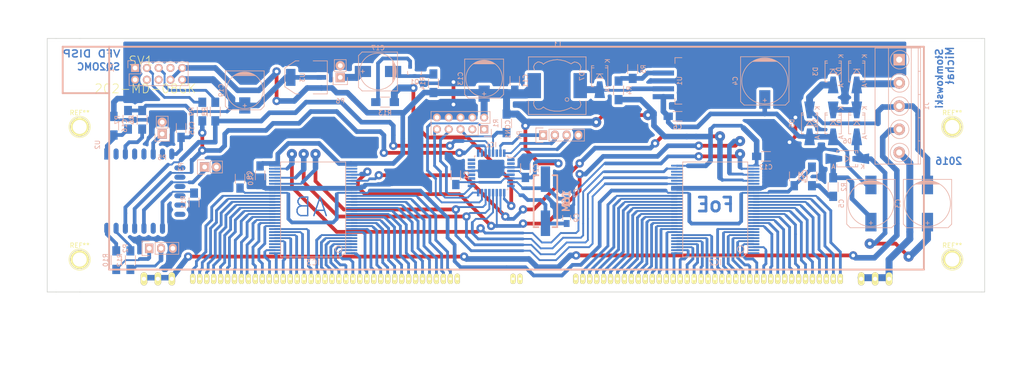
<source format=kicad_pcb>
(kicad_pcb (version 4) (host pcbnew 4.0.4-stable)
  (layers (0 F.Cu signal) (31 B.Cu signal) (34 B.Paste user) (35 F.Paste user) (36 B.SilkS user) (37 F.SilkS user) (38 B.Mask user) (39 F.Mask user) (44 Edge.Cuts user))
  (net 0 "")
  (net 1 /A1)
  (net 2 /A2)
  (net 3 /A3)
  (net 4 /A4)
  (net 5 /A5)
  (net 6 /A6)
  (net 7 /A7)
  (net 8 /A8)
  (net 9 /A9)
  (net 10 /A10)
  (net 11 /A11)
  (net 12 /A12)
  (net 13 /A13)
  (net 14 /A14)
  (net 15 /A15)
  (net 16 /A16)
  (net 17 /A17)
  (net 18 /A18)
  (net 19 /A19)
  (net 20 /A20)
  (net 21 /A21)
  (net 22 /A22)
  (net 23 /A23)
  (net 24 /A24)
  (net 25 /A25)
  (net 26 /A26)
  (net 27 /A27)
  (net 28 /A28)
  (net 29 /A29)
  (net 30 /A30)
  (net 31 /A31)
  (net 32 /A32)
  (net 33 /A33)
  (net 34 /A34)
  (net 35 /A35)
  (net 36 /A36)
  (net 37 F1)
  (net 38 F2)
  (net 39 /G20)
  (net 40 /G19)
  (net 41 /G1)
  (net 42 /G2)
  (net 43 /G3)
  (net 44 /G4)
  (net 45 /G5)
  (net 46 /G6)
  (net 47 /G7)
  (net 48 /G8)
  (net 49 /G9)
  (net 50 /G10)
  (net 51 /G11)
  (net 52 /G12)
  (net 53 /G13)
  (net 54 /G14)
  (net 55 /G15)
  (net 56 /G16)
  (net 57 /G17)
  (net 58 /G18)
  (net 59 /G21)
  (net 60 /G22)
  (net 61 /G23)
  (net 62 /G24)
  (net 63 /G25)
  (net 64 /G26)
  (net 65 /G27)
  (net 66 /G28)
  (net 67 /G29)
  (net 68 /G30)
  (net 69 /G31)
  (net 70 /G32)
  (net 71 /G33)
  (net 72 /G34)
  (net 73 /G35)
  (net 74 /G36)
  (net 75 /G37)
  (net 76 /G38)
  (net 77 /G39)
  (net 78 /G40)
  (net 79 GND)
  (net 80 /CL)
  (net 81 /STB)
  (net 82 /S-IN)
  (net 83 +5V)
  (net 84 /OVF)
  (net 85 /CK)
  (net 86 /CHG)
  (net 87 "Net-(D1-Pad1)")
  (net 88 /MOSI)
  (net 89 /RST)
  (net 90 /SCK)
  (net 91 /MISO)
  (net 92 /SDA)
  (net 93 /SCL)
  (net 94 +48V)
  (net 95 "Net-(C3-Pad1)")
  (net 96 "Net-(C3-Pad2)")
  (net 97 "Net-(C4-Pad1)")
  (net 98 "Net-(C5-Pad1)")
  (net 99 "Net-(C7-Pad1)")
  (net 100 "Net-(D7-Pad2)")
  (net 101 "Net-(R2-Pad1)")
  (net 102 "Net-(R4-Pad2)")
  (net 103 "Net-(C9-Pad1)")
  (net 104 +3V3)
  (net 105 "Net-(C16-Pad1)")
  (net 106 "Net-(C17-Pad1)")
  (net 107 "Net-(C17-Pad2)")
  (net 108 "Net-(P1-Pad3)")
  (net 109 "Net-(P1-Pad5)")
  (net 110 "Net-(P2-Pad1)")
  (net 111 "Net-(P2-Pad2)")
  (net 112 "Net-(P3-Pad1)")
  (net 113 /ENC_A)
  (net 114 /ENC_B)
  (net 115 /BTN_ENC)
  (net 116 /BTN_WAKE)
  (net 117 "Net-(Q1-Pad1)")
  (net 118 "Net-(R6-Pad2)")
  (net 119 "Net-(R10-Pad1)")
  (net 120 "Net-(R11-Pad1)")
  (net 121 "Net-(R12-Pad1)")
  (net 122 /SPKR)
  (module futaba-vfd:futaba-vfd-VFD1 (layer F.Cu) (at 35.56 70.104)
    (fp_text reference SV1 (at 6.82498 -44.96308) (layer F.SilkS) (effects (font (size 1.9304 1.9304) (thickness 0.1524))))
    (fp_text value 202-MD-08GK (at 7.79018 -38.9636) (layer F.SilkS) (effects (font (size 1.9304 1.9304) (thickness 0.1524))))
    (pad A1 thru_hole oval (at 17.99844 1.99898 180) (size 1.10744 2.21488) (drill 0.59944) (layers *.Cu F.Paste F.SilkS F.Mask) (net 1 /A1))
    (pad A2 thru_hole oval (at 19.49958 1.99898 180) (size 1.10744 2.21488) (drill 0.59944) (layers *.Cu F.Paste F.SilkS F.Mask) (net 2 /A2))
    (pad A3 thru_hole oval (at 20.99818 1.99898 180) (size 1.10744 2.21488) (drill 0.59944) (layers *.Cu F.Paste F.SilkS F.Mask) (net 3 /A3))
    (pad A4 thru_hole oval (at 22.49932 1.99898 180) (size 1.10744 2.21488) (drill 0.59944) (layers *.Cu F.Paste F.SilkS F.Mask) (net 4 /A4))
    (pad A5 thru_hole oval (at 23.99792 1.99898 180) (size 1.10744 2.21488) (drill 0.59944) (layers *.Cu F.Paste F.SilkS F.Mask) (net 5 /A5))
    (pad A6 thru_hole oval (at 25.49906 1.99898 180) (size 1.10744 2.21488) (drill 0.59944) (layers *.Cu F.Paste F.SilkS F.Mask) (net 6 /A6))
    (pad A7 thru_hole oval (at 26.99766 1.99898 180) (size 1.10744 2.21488) (drill 0.59944) (layers *.Cu F.Paste F.SilkS F.Mask) (net 7 /A7))
    (pad A8 thru_hole oval (at 28.4988 1.99898 180) (size 1.10744 2.21488) (drill 0.59944) (layers *.Cu F.Paste F.SilkS F.Mask) (net 8 /A8))
    (pad A9 thru_hole oval (at 29.99994 1.99898 180) (size 1.10744 2.21488) (drill 0.59944) (layers *.Cu F.Paste F.SilkS F.Mask) (net 9 /A9))
    (pad A10 thru_hole oval (at 31.49854 1.99898 180) (size 1.10744 2.21488) (drill 0.59944) (layers *.Cu F.Paste F.SilkS F.Mask) (net 10 /A10))
    (pad A11 thru_hole oval (at 32.99968 1.99898 180) (size 1.10744 2.21488) (drill 0.59944) (layers *.Cu F.Paste F.SilkS F.Mask) (net 11 /A11))
    (pad A12 thru_hole oval (at 34.49828 1.99898 180) (size 1.10744 2.21488) (drill 0.59944) (layers *.Cu F.Paste F.SilkS F.Mask) (net 12 /A12))
    (pad A13 thru_hole oval (at 35.99942 1.99898 180) (size 1.10744 2.21488) (drill 0.59944) (layers *.Cu F.Paste F.SilkS F.Mask) (net 13 /A13))
    (pad A14 thru_hole oval (at 37.49802 1.99898 180) (size 1.10744 2.21488) (drill 0.59944) (layers *.Cu F.Paste F.SilkS F.Mask) (net 14 /A14))
    (pad A15 thru_hole oval (at 38.99916 1.99898 180) (size 1.10744 2.21488) (drill 0.59944) (layers *.Cu F.Paste F.SilkS F.Mask) (net 15 /A15))
    (pad A16 thru_hole oval (at 40.49776 1.99898 180) (size 1.10744 2.21488) (drill 0.59944) (layers *.Cu F.Paste F.SilkS F.Mask) (net 16 /A16))
    (pad A17 thru_hole oval (at 41.9989 1.99898 180) (size 1.10744 2.21488) (drill 0.59944) (layers *.Cu F.Paste F.SilkS F.Mask) (net 17 /A17))
    (pad A18 thru_hole oval (at 43.4975 1.99898 180) (size 1.10744 2.21488) (drill 0.59944) (layers *.Cu F.Paste F.SilkS F.Mask) (net 18 /A18))
    (pad A19 thru_hole oval (at 131.99872 1.99898 180) (size 1.10744 2.21488) (drill 0.59944) (layers *.Cu F.Paste F.SilkS F.Mask) (net 19 /A19))
    (pad A20 thru_hole oval (at 133.49986 1.99898 180) (size 1.10744 2.21488) (drill 0.59944) (layers *.Cu F.Paste F.SilkS F.Mask) (net 20 /A20))
    (pad A21 thru_hole oval (at 134.99846 1.99898 180) (size 1.10744 2.21488) (drill 0.59944) (layers *.Cu F.Paste F.SilkS F.Mask) (net 21 /A21))
    (pad A22 thru_hole oval (at 136.4996 1.99898 180) (size 1.10744 2.21488) (drill 0.59944) (layers *.Cu F.Paste F.SilkS F.Mask) (net 22 /A22))
    (pad A23 thru_hole oval (at 137.9982 1.99898 180) (size 1.10744 2.21488) (drill 0.59944) (layers *.Cu F.Paste F.SilkS F.Mask) (net 23 /A23))
    (pad A24 thru_hole oval (at 139.49934 1.99898 180) (size 1.10744 2.21488) (drill 0.59944) (layers *.Cu F.Paste F.SilkS F.Mask) (net 24 /A24))
    (pad A25 thru_hole oval (at 140.99794 1.99898 180) (size 1.10744 2.21488) (drill 0.59944) (layers *.Cu F.Paste F.SilkS F.Mask) (net 25 /A25))
    (pad A26 thru_hole oval (at 142.49908 1.99898 180) (size 1.10744 2.21488) (drill 0.59944) (layers *.Cu F.Paste F.SilkS F.Mask) (net 26 /A26))
    (pad A27 thru_hole oval (at 143.99768 1.99898 180) (size 1.10744 2.21488) (drill 0.59944) (layers *.Cu F.Paste F.SilkS F.Mask) (net 27 /A27))
    (pad A28 thru_hole oval (at 145.49882 1.99898 180) (size 1.10744 2.21488) (drill 0.59944) (layers *.Cu F.Paste F.SilkS F.Mask) (net 28 /A28))
    (pad A29 thru_hole oval (at 146.99996 1.99898 180) (size 1.10744 2.21488) (drill 0.59944) (layers *.Cu F.Paste F.SilkS F.Mask) (net 29 /A29))
    (pad A30 thru_hole oval (at 148.49856 1.99898 180) (size 1.10744 2.21488) (drill 0.59944) (layers *.Cu F.Paste F.SilkS F.Mask) (net 30 /A30))
    (pad A31 thru_hole oval (at 149.9997 1.99898 180) (size 1.10744 2.21488) (drill 0.59944) (layers *.Cu F.Paste F.SilkS F.Mask) (net 31 /A31))
    (pad A32 thru_hole oval (at 151.4983 1.99898 180) (size 1.10744 2.21488) (drill 0.59944) (layers *.Cu F.Paste F.SilkS F.Mask) (net 32 /A32))
    (pad A33 thru_hole oval (at 152.99944 1.99898 180) (size 1.10744 2.21488) (drill 0.59944) (layers *.Cu F.Paste F.SilkS F.Mask) (net 33 /A33))
    (pad A34 thru_hole oval (at 154.49804 1.99898 180) (size 1.10744 2.21488) (drill 0.59944) (layers *.Cu F.Paste F.SilkS F.Mask) (net 34 /A34))
    (pad A35 thru_hole oval (at 155.99918 1.99898 180) (size 1.10744 2.21488) (drill 0.59944) (layers *.Cu F.Paste F.SilkS F.Mask) (net 35 /A35))
    (pad A36 thru_hole oval (at 157.49778 1.99898 180) (size 1.10744 2.21488) (drill 0.59944) (layers *.Cu F.Paste F.SilkS F.Mask) (net 36 /A36))
    (pad FA1 thru_hole oval (at 7.49808 1.99898 180) (size 1.40716 2.81432) (drill 0.89916) (layers *.Cu F.Paste F.SilkS F.Mask) (net 37 F1))
    (pad FA2 thru_hole oval (at 10.49782 1.99898 180) (size 1.40716 2.81432) (drill 0.89916) (layers *.Cu F.Paste F.SilkS F.Mask) (net 37 F1))
    (pad FA3 thru_hole oval (at 13.49756 1.99898 180) (size 1.40716 2.81432) (drill 0.89916) (layers *.Cu F.Paste F.SilkS F.Mask) (net 37 F1))
    (pad FB1 thru_hole oval (at 161.99866 1.99898 180) (size 1.40716 2.81432) (drill 0.89916) (layers *.Cu F.Paste F.SilkS F.Mask) (net 38 F2))
    (pad FB2 thru_hole oval (at 164.9984 1.99898 180) (size 1.40716 2.81432) (drill 0.89916) (layers *.Cu F.Paste F.SilkS F.Mask) (net 38 F2))
    (pad FB3 thru_hole oval (at 167.99814 1.99898 180) (size 1.40716 2.81432) (drill 0.89916) (layers *.Cu F.Paste F.SilkS F.Mask) (net 38 F2))
    (pad G1 thru_hole oval (at 44.99864 1.99898 180) (size 1.10744 2.21488) (drill 0.59944) (layers *.Cu F.Paste F.SilkS F.Mask) (net 41 /G1))
    (pad G2 thru_hole oval (at 46.49978 1.99898 180) (size 1.10744 2.21488) (drill 0.59944) (layers *.Cu F.Paste F.SilkS F.Mask) (net 42 /G2))
    (pad G3 thru_hole oval (at 47.99838 1.99898 180) (size 1.10744 2.21488) (drill 0.59944) (layers *.Cu F.Paste F.SilkS F.Mask) (net 43 /G3))
    (pad G4 thru_hole oval (at 49.49952 1.99898 180) (size 1.10744 2.21488) (drill 0.59944) (layers *.Cu F.Paste F.SilkS F.Mask) (net 44 /G4))
    (pad G5 thru_hole oval (at 50.99812 1.99898 180) (size 1.10744 2.21488) (drill 0.59944) (layers *.Cu F.Paste F.SilkS F.Mask) (net 45 /G5))
    (pad G6 thru_hole oval (at 52.49926 1.99898 180) (size 1.10744 2.21488) (drill 0.59944) (layers *.Cu F.Paste F.SilkS F.Mask) (net 46 /G6))
    (pad G7 thru_hole oval (at 53.99786 1.99898 180) (size 1.10744 2.21488) (drill 0.59944) (layers *.Cu F.Paste F.SilkS F.Mask) (net 47 /G7))
    (pad G8 thru_hole oval (at 55.499 1.99898 180) (size 1.10744 2.21488) (drill 0.59944) (layers *.Cu F.Paste F.SilkS F.Mask) (net 48 /G8))
    (pad G9 thru_hole oval (at 56.9976 1.99898 180) (size 1.10744 2.21488) (drill 0.59944) (layers *.Cu F.Paste F.SilkS F.Mask) (net 49 /G9))
    (pad G10 thru_hole oval (at 58.49874 1.99898 180) (size 1.10744 2.21488) (drill 0.59944) (layers *.Cu F.Paste F.SilkS F.Mask) (net 50 /G10))
    (pad G11 thru_hole oval (at 59.99988 1.99898 180) (size 1.10744 2.21488) (drill 0.59944) (layers *.Cu F.Paste F.SilkS F.Mask) (net 51 /G11))
    (pad G12 thru_hole oval (at 61.49848 1.99898 180) (size 1.10744 2.21488) (drill 0.59944) (layers *.Cu F.Paste F.SilkS F.Mask) (net 52 /G12))
    (pad G13 thru_hole oval (at 62.99962 1.99898 180) (size 1.10744 2.21488) (drill 0.59944) (layers *.Cu F.Paste F.SilkS F.Mask) (net 53 /G13))
    (pad G14 thru_hole oval (at 64.49822 1.99898 180) (size 1.10744 2.21488) (drill 0.59944) (layers *.Cu F.Paste F.SilkS F.Mask) (net 54 /G14))
    (pad G15 thru_hole oval (at 65.99936 1.99898 180) (size 1.10744 2.21488) (drill 0.59944) (layers *.Cu F.Paste F.SilkS F.Mask) (net 55 /G15))
    (pad G16 thru_hole oval (at 67.49796 1.99898 180) (size 1.10744 2.21488) (drill 0.59944) (layers *.Cu F.Paste F.SilkS F.Mask) (net 56 /G16))
    (pad G17 thru_hole oval (at 68.9991 1.99898 180) (size 1.10744 2.21488) (drill 0.59944) (layers *.Cu F.Paste F.SilkS F.Mask) (net 57 /G17))
    (pad G18 thru_hole oval (at 70.4977 1.99898 180) (size 1.10744 2.21488) (drill 0.59944) (layers *.Cu F.Paste F.SilkS F.Mask) (net 58 /G18))
    (pad G19 thru_hole oval (at 71.99884 1.99898 180) (size 1.10744 2.21488) (drill 0.59944) (layers *.Cu F.Paste F.SilkS F.Mask) (net 40 /G19))
    (pad G20 thru_hole oval (at 73.49998 1.99898 180) (size 1.10744 2.21488) (drill 0.59944) (layers *.Cu F.Paste F.SilkS F.Mask) (net 39 /G20))
    (pad G21 thru_hole oval (at 101.99878 1.99898 180) (size 1.10744 2.21488) (drill 0.59944) (layers *.Cu F.Paste F.SilkS F.Mask) (net 59 /G21))
    (pad G22 thru_hole oval (at 103.49992 1.99898 180) (size 1.10744 2.21488) (drill 0.59944) (layers *.Cu F.Paste F.SilkS F.Mask) (net 60 /G22))
    (pad G23 thru_hole oval (at 104.99852 1.99898 180) (size 1.10744 2.21488) (drill 0.59944) (layers *.Cu F.Paste F.SilkS F.Mask) (net 61 /G23))
    (pad G24 thru_hole oval (at 106.49966 1.99898 180) (size 1.10744 2.21488) (drill 0.59944) (layers *.Cu F.Paste F.SilkS F.Mask) (net 62 /G24))
    (pad G25 thru_hole oval (at 107.99826 1.99898 180) (size 1.10744 2.21488) (drill 0.59944) (layers *.Cu F.Paste F.SilkS F.Mask) (net 63 /G25))
    (pad G26 thru_hole oval (at 109.4994 1.99898 180) (size 1.10744 2.21488) (drill 0.59944) (layers *.Cu F.Paste F.SilkS F.Mask) (net 64 /G26))
    (pad G27 thru_hole oval (at 110.998 1.99898 180) (size 1.10744 2.21488) (drill 0.59944) (layers *.Cu F.Paste F.SilkS F.Mask) (net 65 /G27))
    (pad G28 thru_hole oval (at 112.49914 1.99898 180) (size 1.10744 2.21488) (drill 0.59944) (layers *.Cu F.Paste F.SilkS F.Mask) (net 66 /G28))
    (pad G29 thru_hole oval (at 113.99774 1.99898 180) (size 1.10744 2.21488) (drill 0.59944) (layers *.Cu F.Paste F.SilkS F.Mask) (net 67 /G29))
    (pad G30 thru_hole oval (at 115.49888 1.99898 180) (size 1.10744 2.21488) (drill 0.59944) (layers *.Cu F.Paste F.SilkS F.Mask) (net 68 /G30))
    (pad G31 thru_hole oval (at 116.99748 1.99898 180) (size 1.10744 2.21488) (drill 0.59944) (layers *.Cu F.Paste F.SilkS F.Mask) (net 69 /G31))
    (pad G32 thru_hole oval (at 118.49862 1.99898 180) (size 1.10744 2.21488) (drill 0.59944) (layers *.Cu F.Paste F.SilkS F.Mask) (net 70 /G32))
    (pad G33 thru_hole oval (at 119.99976 1.99898 180) (size 1.10744 2.21488) (drill 0.59944) (layers *.Cu F.Paste F.SilkS F.Mask) (net 71 /G33))
    (pad G34 thru_hole oval (at 121.49836 1.99898 180) (size 1.10744 2.21488) (drill 0.59944) (layers *.Cu F.Paste F.SilkS F.Mask) (net 72 /G34))
    (pad G35 thru_hole oval (at 122.9995 1.99898 180) (size 1.10744 2.21488) (drill 0.59944) (layers *.Cu F.Paste F.SilkS F.Mask) (net 73 /G35))
    (pad G36 thru_hole oval (at 124.4981 1.99898 180) (size 1.10744 2.21488) (drill 0.59944) (layers *.Cu F.Paste F.SilkS F.Mask) (net 74 /G36))
    (pad G37 thru_hole oval (at 125.99924 1.99898 180) (size 1.10744 2.21488) (drill 0.59944) (layers *.Cu F.Paste F.SilkS F.Mask) (net 75 /G37))
    (pad G38 thru_hole oval (at 127.49784 1.99898 180) (size 1.10744 2.21488) (drill 0.59944) (layers *.Cu F.Paste F.SilkS F.Mask) (net 76 /G38))
    (pad G39 thru_hole oval (at 128.99898 1.99898 180) (size 1.10744 2.21488) (drill 0.59944) (layers *.Cu F.Paste F.SilkS F.Mask) (net 77 /G39))
    (pad G40 thru_hole oval (at 130.49758 1.99898 180) (size 1.10744 2.21488) (drill 0.59944) (layers *.Cu F.Paste F.SilkS F.Mask) (net 78 /G40))
    (pad NC1 thru_hole oval (at 74.99858 1.99898 180) (size 1.10744 2.21488) (drill 0.59944) (layers *.Cu F.Paste F.SilkS F.Mask))
    (pad NC2 thru_hole oval (at 86.99754 1.99898 180) (size 1.10744 2.21488) (drill 0.59944) (layers *.Cu F.Paste F.SilkS F.Mask))
    (pad NC3 thru_hole oval (at 88.49868 1.99898 180) (size 1.10744 2.21488) (drill 0.59944) (layers *.Cu F.Paste F.SilkS F.Mask))
    (pad NC4 thru_hole oval (at 100.49764 1.99898 180) (size 1.10744 2.21488) (drill 0.59944) (layers *.Cu F.Paste F.SilkS F.Mask))
  )
  (module zParts:crystal-hc49sm (layer B.Cu) (at 129.54 55.372 270)
    (fp_text reference Y1 (at 0 -4.445 270) (layer B.SilkS) (effects (font (thickness 0.3048)) (justify mirror)))
    (fp_text value 16M (at 0 -4.445 270) (layer B.SilkS) (effects (font (thickness 0.3048)) (justify mirror)))
    (pad 1 smd rect (at -4.7498 0 270) (size 5.4991 1.99898) (layers B.Cu B.Paste B.Mask) (net 99 "Net-(C7-Pad1)"))
    (pad 2 smd rect (at 4.7498 0 270) (size 5.4991 1.99898) (layers B.Cu B.Paste B.Mask) (net 103 "Net-(C9-Pad1)"))
  )
  (module Capacitors_SMD:C_1206_HandSoldering (layer B.Cu) (at 68.072 49.784 270)
    (fp_text reference C8 (at 0 2.3 270) (layer B.SilkS) (effects (justify mirror)))
    (fp_text value 100n)
    (pad 1 smd rect (at -2 0 270) (size 2 1.6) (layers B.Cu B.Paste B.Mask) (net 83 +5V))
    (pad 2 smd rect (at 2 0 270) (size 2 1.6) (layers B.Cu B.Paste B.Mask) (net 79 GND))
  )
  (module Capacitors_SMD:C_1206_HandSoldering (layer B.Cu) (at 63.754 50.546 90)
    (fp_text reference C10 (at 0 2.3 90) (layer B.SilkS) (effects (justify mirror)))
    (fp_text value 100n)
    (pad 1 smd rect (at -2 0 90) (size 2 1.6) (layers B.Cu B.Paste B.Mask) (net 94 +48V))
    (pad 2 smd rect (at 2 0 90) (size 2 1.6) (layers B.Cu B.Paste B.Mask) (net 79 GND))
  )
  (module Capacitors_SMD:C_1206_HandSoldering (layer B.Cu) (at 177.038 45.72)
    (fp_text reference C12 (at 0 2.3) (layer B.SilkS) (effects (justify mirror)))
    (fp_text value 100n)
    (pad 1 smd rect (at -2 0) (size 2 1.6) (layers B.Cu B.Paste B.Mask) (net 83 +5V))
    (pad 2 smd rect (at 2 0) (size 2 1.6) (layers B.Cu B.Paste B.Mask) (net 79 GND))
  )
  (module Capacitors_SMD:C_1206_HandSoldering (layer B.Cu) (at 183.134 50.038 90)
    (fp_text reference C14 (at 0 2.3 90) (layer B.SilkS) (effects (justify mirror)))
    (fp_text value 100n)
    (pad 1 smd rect (at -2 0 90) (size 2 1.6) (layers B.Cu B.Paste B.Mask) (net 94 +48V))
    (pad 2 smd rect (at 2 0 90) (size 2 1.6) (layers B.Cu B.Paste B.Mask) (net 79 GND))
  )
  (module Terminal_Blocks:TerminalBlock_Pheonix_MKDS1.5-5pol (layer B.Cu) (at 205.74 24.892 270)
    (fp_text reference J1 (at 10 -5.9 270) (layer B.SilkS) (effects (justify mirror)))
    (fp_text value HEADER_5)
    (pad 5 thru_hole circle (at 20 0 270) (size 2.5 2.5) (drill 1.3) (layers *.Cu *.Mask B.SilkS) (net 38 F2))
    (pad 4 thru_hole circle (at 15 0 270) (size 2.5 2.5) (drill 1.3) (layers *.Cu *.Mask B.SilkS) (net 37 F1))
    (pad 3 thru_hole circle (at 10 0 270) (size 2.5 2.5) (drill 1.3) (layers *.Cu *.Mask B.SilkS) (net 96 "Net-(C3-Pad2)"))
    (pad 1 thru_hole rect (at 0 0 270) (size 2.5 2.5) (drill 1.3) (layers *.Cu *.Mask B.SilkS) (net 79 GND))
    (pad 2 thru_hole circle (at 5 0 270) (size 2.5 2.5) (drill 1.3) (layers *.Cu *.Mask B.SilkS) (net 87 "Net-(D1-Pad1)"))
  )
  (module Pin_Headers:Pin_Header_Straight_2x05 (layer B.Cu) (at 41.148 26.67 270)
    (fp_text reference P1 (at 0 5.1 270) (layer B.SilkS) (effects (justify mirror)))
    (fp_text value CONN_02X05)
    (pad 1 thru_hole rect (at 0 0 270) (size 1.7272 1.7272) (drill 1.016) (layers *.Cu *.Mask B.SilkS) (net 79 GND))
    (pad 2 thru_hole oval (at 2.54 0 270) (size 1.7272 1.7272) (drill 1.016) (layers *.Cu *.Mask B.SilkS) (net 79 GND))
    (pad 3 thru_hole oval (at 0 -2.54 270) (size 1.7272 1.7272) (drill 1.016) (layers *.Cu *.Mask B.SilkS) (net 108 "Net-(P1-Pad3)"))
    (pad 4 thru_hole oval (at 2.54 -2.54 270) (size 1.7272 1.7272) (drill 1.016) (layers *.Cu *.Mask B.SilkS))
    (pad 5 thru_hole oval (at 0 -5.08 270) (size 1.7272 1.7272) (drill 1.016) (layers *.Cu *.Mask B.SilkS) (net 109 "Net-(P1-Pad5)"))
    (pad 6 thru_hole oval (at 2.54 -5.08 270) (size 1.7272 1.7272) (drill 1.016) (layers *.Cu *.Mask B.SilkS))
    (pad 7 thru_hole oval (at 0 -7.62 270) (size 1.7272 1.7272) (drill 1.016) (layers *.Cu *.Mask B.SilkS))
    (pad 8 thru_hole oval (at 2.54 -7.62 270) (size 1.7272 1.7272) (drill 1.016) (layers *.Cu *.Mask B.SilkS) (net 83 +5V))
    (pad 9 thru_hole oval (at 0 -10.16 270) (size 1.7272 1.7272) (drill 1.016) (layers *.Cu *.Mask B.SilkS) (net 83 +5V))
    (pad 10 thru_hole oval (at 2.54 -10.16 270) (size 1.7272 1.7272) (drill 1.016) (layers *.Cu *.Mask B.SilkS) (net 104 +3V3))
  )
  (module Pin_Headers:Pin_Header_Straight_2x05 (layer B.Cu) (at 116.332 39.878 90)
    (fp_text reference CON1 (at 0 5.1 90) (layer B.SilkS) (effects (justify mirror)))
    (fp_text value AVR-ISP-10)
    (pad 1 thru_hole rect (at 0 0 90) (size 1.7272 1.7272) (drill 1.016) (layers *.Cu *.Mask B.SilkS) (net 88 /MOSI))
    (pad 2 thru_hole oval (at 2.54 0 90) (size 1.7272 1.7272) (drill 1.016) (layers *.Cu *.Mask B.SilkS) (net 83 +5V))
    (pad 3 thru_hole oval (at 0 -2.54 90) (size 1.7272 1.7272) (drill 1.016) (layers *.Cu *.Mask B.SilkS))
    (pad 4 thru_hole oval (at 2.54 -2.54 90) (size 1.7272 1.7272) (drill 1.016) (layers *.Cu *.Mask B.SilkS) (net 79 GND))
    (pad 5 thru_hole oval (at 0 -5.08 90) (size 1.7272 1.7272) (drill 1.016) (layers *.Cu *.Mask B.SilkS) (net 89 /RST))
    (pad 6 thru_hole oval (at 2.54 -5.08 90) (size 1.7272 1.7272) (drill 1.016) (layers *.Cu *.Mask B.SilkS) (net 79 GND))
    (pad 7 thru_hole oval (at 0 -7.62 90) (size 1.7272 1.7272) (drill 1.016) (layers *.Cu *.Mask B.SilkS) (net 90 /SCK))
    (pad 8 thru_hole oval (at 2.54 -7.62 90) (size 1.7272 1.7272) (drill 1.016) (layers *.Cu *.Mask B.SilkS) (net 79 GND))
    (pad 9 thru_hole oval (at 0 -10.16 90) (size 1.7272 1.7272) (drill 1.016) (layers *.Cu *.Mask B.SilkS) (net 91 /MISO))
    (pad 10 thru_hole oval (at 2.54 -10.16 90) (size 1.7272 1.7272) (drill 1.016) (layers *.Cu *.Mask B.SilkS) (net 79 GND))
  )
  (module Housings_QFP:TQFP-32_7x7mm_Pitch0.8mm (layer B.Cu) (at 117.856 49.276 180)
    (fp_text reference IC1 (at 0 6.05 180) (layer B.SilkS) (effects (justify mirror)))
    (fp_text value ATMEGA88A-A)
    (pad 1 smd rect (at -4.25 2.8 180) (size 1.6 0.55) (layers B.Cu B.Paste B.Mask) (net 115 /BTN_ENC))
    (pad 2 smd rect (at -4.25 2 180) (size 1.6 0.55) (layers B.Cu B.Paste B.Mask))
    (pad 3 smd rect (at -4.25 1.2 180) (size 1.6 0.55) (layers B.Cu B.Paste B.Mask) (net 79 GND))
    (pad 4 smd rect (at -4.25 0.4 180) (size 1.6 0.55) (layers B.Cu B.Paste B.Mask) (net 83 +5V))
    (pad 5 smd rect (at -4.25 -0.4 180) (size 1.6 0.55) (layers B.Cu B.Paste B.Mask) (net 79 GND))
    (pad 6 smd rect (at -4.25 -1.2 180) (size 1.6 0.55) (layers B.Cu B.Paste B.Mask) (net 83 +5V))
    (pad 7 smd rect (at -4.25 -2 180) (size 1.6 0.55) (layers B.Cu B.Paste B.Mask) (net 99 "Net-(C7-Pad1)"))
    (pad 8 smd rect (at -4.25 -2.8 180) (size 1.6 0.55) (layers B.Cu B.Paste B.Mask) (net 103 "Net-(C9-Pad1)"))
    (pad 9 smd rect (at -2.8 -4.25 90) (size 1.6 0.55) (layers B.Cu B.Paste B.Mask) (net 122 /SPKR))
    (pad 10 smd rect (at -2 -4.25 90) (size 1.6 0.55) (layers B.Cu B.Paste B.Mask) (net 86 /CHG))
    (pad 11 smd rect (at -1.2 -4.25 90) (size 1.6 0.55) (layers B.Cu B.Paste B.Mask) (net 85 /CK))
    (pad 12 smd rect (at -0.4 -4.25 90) (size 1.6 0.55) (layers B.Cu B.Paste B.Mask) (net 82 /S-IN))
    (pad 13 smd rect (at 0.4 -4.25 90) (size 1.6 0.55) (layers B.Cu B.Paste B.Mask) (net 81 /STB))
    (pad 14 smd rect (at 1.2 -4.25 90) (size 1.6 0.55) (layers B.Cu B.Paste B.Mask) (net 80 /CL))
    (pad 15 smd rect (at 2 -4.25 90) (size 1.6 0.55) (layers B.Cu B.Paste B.Mask) (net 88 /MOSI))
    (pad 16 smd rect (at 2.8 -4.25 90) (size 1.6 0.55) (layers B.Cu B.Paste B.Mask) (net 91 /MISO))
    (pad 17 smd rect (at 4.25 -2.8 180) (size 1.6 0.55) (layers B.Cu B.Paste B.Mask) (net 90 /SCK))
    (pad 18 smd rect (at 4.25 -2 180) (size 1.6 0.55) (layers B.Cu B.Paste B.Mask) (net 83 +5V))
    (pad 19 smd rect (at 4.25 -1.2 180) (size 1.6 0.55) (layers B.Cu B.Paste B.Mask))
    (pad 20 smd rect (at 4.25 -0.4 180) (size 1.6 0.55) (layers B.Cu B.Paste B.Mask))
    (pad 21 smd rect (at 4.25 0.4 180) (size 1.6 0.55) (layers B.Cu B.Paste B.Mask) (net 79 GND))
    (pad 22 smd rect (at 4.25 1.2 180) (size 1.6 0.55) (layers B.Cu B.Paste B.Mask))
    (pad 23 smd rect (at 4.25 2 180) (size 1.6 0.55) (layers B.Cu B.Paste B.Mask))
    (pad 24 smd rect (at 4.25 2.8 180) (size 1.6 0.55) (layers B.Cu B.Paste B.Mask))
    (pad 25 smd rect (at 2.8 4.25 90) (size 1.6 0.55) (layers B.Cu B.Paste B.Mask))
    (pad 26 smd rect (at 2 4.25 90) (size 1.6 0.55) (layers B.Cu B.Paste B.Mask))
    (pad 27 smd rect (at 1.2 4.25 90) (size 1.6 0.55) (layers B.Cu B.Paste B.Mask) (net 92 /SDA))
    (pad 28 smd rect (at 0.4 4.25 90) (size 1.6 0.55) (layers B.Cu B.Paste B.Mask) (net 93 /SCL))
    (pad 29 smd rect (at -0.4 4.25 90) (size 1.6 0.55) (layers B.Cu B.Paste B.Mask) (net 89 /RST))
    (pad 30 smd rect (at -1.2 4.25 90) (size 1.6 0.55) (layers B.Cu B.Paste B.Mask))
    (pad 31 smd rect (at -2 4.25 90) (size 1.6 0.55) (layers B.Cu B.Paste B.Mask) (net 113 /ENC_A))
    (pad 32 smd rect (at -2.8 4.25 90) (size 1.6 0.55) (layers B.Cu B.Paste B.Mask) (net 114 /ENC_B))
  )
  (module Capacitors_SMD:C_1206_HandSoldering (layer B.Cu) (at 110.236 49.784 90)
    (fp_text reference C1 (at 0 2.3 90) (layer B.SilkS) (effects (justify mirror)))
    (fp_text value 100n)
    (pad 1 smd rect (at -2 0 90) (size 2 1.6) (layers B.Cu B.Paste B.Mask) (net 83 +5V))
    (pad 2 smd rect (at 2 0 90) (size 2 1.6) (layers B.Cu B.Paste B.Mask) (net 79 GND))
  )
  (module Capacitors_SMD:C_1206_HandSoldering (layer B.Cu) (at 125.222 48.26 90)
    (fp_text reference C2 (at 0 2.3 90) (layer B.SilkS) (effects (justify mirror)))
    (fp_text value 100n)
    (pad 1 smd rect (at -2 0 90) (size 2 1.6) (layers B.Cu B.Paste B.Mask) (net 83 +5V))
    (pad 2 smd rect (at 2 0 90) (size 2 1.6) (layers B.Cu B.Paste B.Mask) (net 79 GND))
  )
  (module Resistors_SMD:R_1206_HandSoldering (layer B.Cu) (at 121.158 38.608 270)
    (fp_text reference R1 (at 0 2.3 270) (layer B.SilkS) (effects (justify mirror)))
    (fp_text value 10k)
    (pad 1 smd rect (at -2 0 270) (size 2 1.7) (layers B.Cu B.Paste B.Mask) (net 83 +5V))
    (pad 2 smd rect (at 2 0 270) (size 2 1.7) (layers B.Cu B.Paste B.Mask) (net 89 /RST))
  )
  (module Capacitors_SMD:C_1206_HandSoldering (layer B.Cu) (at 157.988 37.084)
    (fp_text reference C6 (at 0 2.3) (layer B.SilkS) (effects (justify mirror)))
    (fp_text value 100n)
    (pad 1 smd rect (at -2 0) (size 2 1.6) (layers B.Cu B.Paste B.Mask) (net 97 "Net-(C4-Pad1)"))
    (pad 2 smd rect (at 2 0) (size 2 1.6) (layers B.Cu B.Paste B.Mask) (net 79 GND))
  )
  (module Capacitors_SMD:C_1206_HandSoldering (layer B.Cu) (at 122.936 29.464 90)
    (fp_text reference C11 (at 0 2.3 90) (layer B.SilkS) (effects (justify mirror)))
    (fp_text value 100n)
    (pad 1 smd rect (at -2 0 90) (size 2 1.6) (layers B.Cu B.Paste B.Mask) (net 83 +5V))
    (pad 2 smd rect (at 2 0 90) (size 2 1.6) (layers B.Cu B.Paste B.Mask) (net 79 GND))
  )
  (module Capacitors_SMD:c_elec_8x10.5 (layer B.Cu) (at 116.332 28.956 270)
    (fp_text reference C13 (at 0 5.08 270) (layer B.SilkS) (effects (justify mirror)))
    (fp_text value 47u)
    (pad 1 smd rect (at 3.2512 0 270) (size 3.50012 2.4003) (layers B.Cu B.Paste B.Mask) (net 83 +5V))
    (pad 2 smd rect (at -3.2512 0 270) (size 3.50012 2.4003) (layers B.Cu B.Paste B.Mask) (net 79 GND))
  )
  (module Choke_SMD:Choke_SMD_12x12mm_h8mm (layer B.Cu) (at 132.08 30.48 180)
    (fp_text reference L1 (at 0 8.89 180) (layer B.SilkS) (effects (justify mirror)))
    (fp_text value 33u)
    (pad 1 smd rect (at -4.95046 0 180) (size 2.90068 5.40004) (layers B.Cu B.Paste B.Mask) (net 100 "Net-(D7-Pad2)"))
    (pad 2 smd rect (at 4.95046 0 180) (size 2.90068 5.40004) (layers B.Cu B.Paste B.Mask) (net 83 +5V))
  )
  (module Resistors_SMD:R_1206_HandSoldering (layer B.Cu) (at 145.288 31.496 90)
    (fp_text reference R4 (at 0 2.3 90) (layer B.SilkS) (effects (justify mirror)))
    (fp_text value 4k7)
    (pad 1 smd rect (at -2 0 90) (size 2 1.7) (layers B.Cu B.Paste B.Mask) (net 83 +5V))
    (pad 2 smd rect (at 2 0 90) (size 2 1.7) (layers B.Cu B.Paste B.Mask) (net 102 "Net-(R4-Pad2)"))
  )
  (module Resistors_SMD:R_1206_HandSoldering (layer B.Cu) (at 148.336 26.924 90)
    (fp_text reference R5 (at 0 2.3 90) (layer B.SilkS) (effects (justify mirror)))
    (fp_text value 1k5)
    (pad 1 smd rect (at -2 0 90) (size 2 1.7) (layers B.Cu B.Paste B.Mask) (net 102 "Net-(R4-Pad2)"))
    (pad 2 smd rect (at 2 0 90) (size 2 1.7) (layers B.Cu B.Paste B.Mask) (net 79 GND))
  )
  (module TO_SOT_Packages_SMD:TO-263-5Lead (layer B.Cu) (at 154.94 29.464)
    (fp_text reference U1 (at 3.5 0 270) (layer B.SilkS) (effects (justify mirror)))
    (fp_text value LM2596)
    (pad 5 smd rect (at 0 -3.4) (size 4.6 1.1) (layers B.Cu B.Paste B.Mask) (net 79 GND))
    (pad 4 smd rect (at 0 -1.7) (size 4.6 1.1) (layers B.Cu B.Paste B.Mask) (net 102 "Net-(R4-Pad2)"))
    (pad 2 smd rect (at 0 1.7) (size 4.6 1.1) (layers B.Cu B.Paste B.Mask) (net 100 "Net-(D7-Pad2)"))
    (pad 3 smd rect (at 9.15 0) (size 9.4 10.8) (layers B.Cu B.Paste B.Mask) (net 79 GND))
    (pad 3 smd rect (at 0 0) (size 4.6 1.1) (layers B.Cu B.Paste B.Mask) (net 79 GND))
    (pad 1 smd rect (at 0 3.4) (size 4.6 1.1) (layers B.Cu B.Paste B.Mask) (net 97 "Net-(C4-Pad1)"))
  )
  (module Capacitors_SMD:C_0805_HandSoldering (layer B.Cu) (at 134.112 53.594 90)
    (fp_text reference C7 (at 0 2.1 90) (layer B.SilkS) (effects (justify mirror)))
    (fp_text value 22p)
    (pad 1 smd rect (at -1.25 0 90) (size 1.5 1.25) (layers B.Cu B.Paste B.Mask) (net 99 "Net-(C7-Pad1)"))
    (pad 2 smd rect (at 1.25 0 90) (size 1.5 1.25) (layers B.Cu B.Paste B.Mask) (net 79 GND))
  )
  (module Capacitors_SMD:C_0805_HandSoldering (layer B.Cu) (at 134.112 58.928 90)
    (fp_text reference C9 (at 0 2.1 90) (layer B.SilkS) (effects (justify mirror)))
    (fp_text value 22p)
    (pad 1 smd rect (at -1.25 0 90) (size 1.5 1.25) (layers B.Cu B.Paste B.Mask) (net 103 "Net-(C9-Pad1)"))
    (pad 2 smd rect (at 1.25 0 90) (size 1.5 1.25) (layers B.Cu B.Paste B.Mask) (net 79 GND))
  )
  (module Resistors_SMD:R_1206_HandSoldering (layer B.Cu) (at 191.516 52.324 90)
    (fp_text reference R2 (at 0 2.3 90) (layer B.SilkS) (effects (justify mirror)))
    (fp_text value 1k)
    (pad 1 smd rect (at -2 0 90) (size 2 1.7) (layers B.Cu B.Paste B.Mask) (net 101 "Net-(R2-Pad1)"))
    (pad 2 smd rect (at 2 0 90) (size 2 1.7) (layers B.Cu B.Paste B.Mask) (net 98 "Net-(C5-Pad1)"))
  )
  (module Resistors_SMD:R_1206_HandSoldering (layer B.Cu) (at 186.944 50.038 270)
    (fp_text reference R3 (at 0 2.3 270) (layer B.SilkS) (effects (justify mirror)))
    (fp_text value 1k)
    (pad 1 smd rect (at -2 0 270) (size 2 1.7) (layers B.Cu B.Paste B.Mask) (net 94 +48V))
    (pad 2 smd rect (at 2 0 270) (size 2 1.7) (layers B.Cu B.Paste B.Mask) (net 101 "Net-(R2-Pad1)"))
  )
  (module Diodes_SMD:SMA-SMB_Universal_Handsoldering (layer B.Cu) (at 191.516 27.432 270)
    (fp_text reference D3 (at 0 3.81 270) (layer B.SilkS) (effects (justify mirror)))
    (fp_text value 1N4007)
    (fp_text user K (at -3.3 -1.7 270) (layer B.SilkS) (effects (justify mirror)))
    (fp_text user A (at 2.99974 -1.69926 270) (layer B.SilkS) (effects (justify mirror)))
    (pad 1 smd trapezoid (at -2.90068 0 270) (size 3.60172 1.69926) (rect_delta 0.59944 0) (layers B.Cu B.Paste B.Mask) (net 79 GND))
    (pad 2 smd trapezoid (at 2.90068 0 90) (size 3.60172 1.69926) (rect_delta 0.59944 0) (layers B.Cu B.Paste B.Mask) (net 96 "Net-(C3-Pad2)"))
  )
  (module Diodes_SMD:SMA-SMB_Universal_Handsoldering (layer B.Cu) (at 186.436 38.608 270)
    (fp_text reference D5 (at 0 3.81 270) (layer B.SilkS) (effects (justify mirror)))
    (fp_text value 1N4007)
    (fp_text user K (at -3.3 -1.7 270) (layer B.SilkS) (effects (justify mirror)))
    (fp_text user A (at 2.99974 -1.69926 270) (layer B.SilkS) (effects (justify mirror)))
    (pad 1 smd trapezoid (at -2.90068 0 270) (size 3.60172 1.69926) (rect_delta 0.59944 0) (layers B.Cu B.Paste B.Mask) (net 96 "Net-(C3-Pad2)"))
    (pad 2 smd trapezoid (at 2.90068 0 90) (size 3.60172 1.69926) (rect_delta 0.59944 0) (layers B.Cu B.Paste B.Mask) (net 97 "Net-(C4-Pad1)"))
  )
  (module Diodes_SMD:SMA-SMB_Universal_Handsoldering (layer B.Cu) (at 196.596 27.432 270)
    (fp_text reference D2 (at 0 3.81 270) (layer B.SilkS) (effects (justify mirror)))
    (fp_text value 1N4007)
    (fp_text user K (at -3.3 -1.7 270) (layer B.SilkS) (effects (justify mirror)))
    (fp_text user A (at 2.99974 -1.69926 270) (layer B.SilkS) (effects (justify mirror)))
    (pad 1 smd trapezoid (at -2.90068 0 270) (size 3.60172 1.69926) (rect_delta 0.59944 0) (layers B.Cu B.Paste B.Mask) (net 79 GND))
    (pad 2 smd trapezoid (at 2.90068 0 90) (size 3.60172 1.69926) (rect_delta 0.59944 0) (layers B.Cu B.Paste B.Mask) (net 87 "Net-(D1-Pad1)"))
  )
  (module Diodes_SMD:SMA-SMB_Universal_Handsoldering (layer B.Cu) (at 191.516 38.608 270)
    (fp_text reference D4 (at 0 3.81 270) (layer B.SilkS) (effects (justify mirror)))
    (fp_text value 1N4007)
    (fp_text user K (at -3.3 -1.7 270) (layer B.SilkS) (effects (justify mirror)))
    (fp_text user A (at 2.99974 -1.69926 270) (layer B.SilkS) (effects (justify mirror)))
    (pad 1 smd trapezoid (at -2.90068 0 270) (size 3.60172 1.69926) (rect_delta 0.59944 0) (layers B.Cu B.Paste B.Mask) (net 87 "Net-(D1-Pad1)"))
    (pad 2 smd trapezoid (at 2.90068 0 90) (size 3.60172 1.69926) (rect_delta 0.59944 0) (layers B.Cu B.Paste B.Mask) (net 97 "Net-(C4-Pad1)"))
  )
  (module Diodes_SMD:SMA-SMB_Universal_Handsoldering (layer B.Cu) (at 141.224 28.448 270)
    (fp_text reference D7 (at 0 3.81 270) (layer B.SilkS) (effects (justify mirror)))
    (fp_text value SS34)
    (fp_text user K (at -3.3 -1.7 270) (layer B.SilkS) (effects (justify mirror)))
    (fp_text user A (at 2.99974 -1.69926 270) (layer B.SilkS) (effects (justify mirror)))
    (pad 1 smd trapezoid (at -2.90068 0 270) (size 3.60172 1.69926) (rect_delta 0.59944 0) (layers B.Cu B.Paste B.Mask) (net 79 GND))
    (pad 2 smd trapezoid (at 2.90068 0 90) (size 3.60172 1.69926) (rect_delta 0.59944 0) (layers B.Cu B.Paste B.Mask) (net 100 "Net-(D7-Pad2)"))
  )
  (module Diodes_SMD:SMA-SMB_Universal_Handsoldering (layer B.Cu) (at 196.596 38.608 270)
    (fp_text reference D1 (at 0 3.81 270) (layer B.SilkS) (effects (justify mirror)))
    (fp_text value 1N4007)
    (fp_text user K (at -3.3 -1.7 270) (layer B.SilkS) (effects (justify mirror)))
    (fp_text user A (at 2.99974 -1.69926 270) (layer B.SilkS) (effects (justify mirror)))
    (pad 1 smd trapezoid (at -2.90068 0 270) (size 3.60172 1.69926) (rect_delta 0.59944 0) (layers B.Cu B.Paste B.Mask) (net 87 "Net-(D1-Pad1)"))
    (pad 2 smd trapezoid (at 2.90068 0 90) (size 3.60172 1.69926) (rect_delta 0.59944 0) (layers B.Cu B.Paste B.Mask) (net 95 "Net-(C3-Pad1)"))
  )
  (module Capacitors_SMD:c_elec_10x10 (layer B.Cu) (at 211.836 55.88 270)
    (fp_text reference C3 (at 0 6.35 270) (layer B.SilkS) (effects (justify mirror)))
    (fp_text value 220u)
    (pad 1 smd rect (at 4.0005 0 270) (size 4.0005 2.4003) (layers B.Cu B.Paste B.Mask) (net 95 "Net-(C3-Pad1)"))
    (pad 2 smd rect (at -4.0005 0 270) (size 4.0005 2.4003) (layers B.Cu B.Paste B.Mask) (net 96 "Net-(C3-Pad2)"))
  )
  (module Capacitors_SMD:c_elec_10x10 (layer B.Cu) (at 176.784 29.464 270)
    (fp_text reference C4 (at 0 6.35 270) (layer B.SilkS) (effects (justify mirror)))
    (fp_text value 220u)
    (pad 1 smd rect (at 4.0005 0 270) (size 4.0005 2.4003) (layers B.Cu B.Paste B.Mask) (net 97 "Net-(C4-Pad1)"))
    (pad 2 smd rect (at -4.0005 0 270) (size 4.0005 2.4003) (layers B.Cu B.Paste B.Mask) (net 79 GND))
  )
  (module Capacitors_SMD:c_elec_10x10 (layer B.Cu) (at 199.644 55.88 270)
    (fp_text reference C5 (at 0 6.35 270) (layer B.SilkS) (effects (justify mirror)))
    (fp_text value 220u)
    (pad 1 smd rect (at 4.0005 0 270) (size 4.0005 2.4003) (layers B.Cu B.Paste B.Mask) (net 98 "Net-(C5-Pad1)"))
    (pad 2 smd rect (at -4.0005 0 270) (size 4.0005 2.4003) (layers B.Cu B.Paste B.Mask) (net 97 "Net-(C4-Pad1)"))
  )
  (module Diodes_SMD:SMA-SMB_Universal_Handsoldering (layer B.Cu) (at 194.564 46.228 180)
    (fp_text reference D6 (at 0 3.81 180) (layer B.SilkS) (effects (justify mirror)))
    (fp_text value 1N4007)
    (fp_text user K (at -3.3 -1.7 180) (layer B.SilkS) (effects (justify mirror)))
    (fp_text user A (at 2.99974 -1.69926 180) (layer B.SilkS) (effects (justify mirror)))
    (pad 1 smd trapezoid (at -2.90068 0 180) (size 3.60172 1.69926) (rect_delta 0.59944 0) (layers B.Cu B.Paste B.Mask) (net 95 "Net-(C3-Pad1)"))
    (pad 2 smd trapezoid (at 2.90068 0) (size 3.60172 1.69926) (rect_delta 0.59944 0) (layers B.Cu B.Paste B.Mask) (net 98 "Net-(C5-Pad1)"))
  )
  (module Connect:1pin (layer F.Cu) (at 29.21 39.37)
    (fp_text reference REF** (at 0 -3.048) (layer F.SilkS))
    (fp_text value 1pin)
    (pad 1 thru_hole circle (at 0 0) (size 4.064 4.064) (drill 3.048) (layers *.Cu *.Mask F.SilkS))
  )
  (module Connect:1pin (layer F.Cu) (at 29.21 67.945)
    (fp_text reference REF** (at 0 -3.048) (layer F.SilkS))
    (fp_text value 1pin)
    (pad 1 thru_hole circle (at 0 0) (size 4.064 4.064) (drill 3.048) (layers *.Cu *.Mask F.SilkS))
  )
  (module Connect:1pin (layer F.Cu) (at 217.17 67.945)
    (fp_text reference REF** (at 0 -3.048) (layer F.SilkS))
    (fp_text value 1pin)
    (pad 1 thru_hole circle (at 0 0) (size 4.064 4.064) (drill 3.048) (layers *.Cu *.Mask F.SilkS))
  )
  (module Connect:1pin (layer F.Cu) (at 217.17 39.37)
    (fp_text reference REF** (at 0 -3.048) (layer F.SilkS))
    (fp_text value 1pin)
    (pad 1 thru_hole circle (at 0 0) (size 4.064 4.064) (drill 3.048) (layers *.Cu *.Mask F.SilkS))
  )
  (module ESP8266:ESP-12E (layer B.Cu) (at 35.052 45.212 270)
    (fp_text reference U2 (at -2 2 270) (layer B.SilkS) (effects (justify mirror)))
    (fp_text value ESP-12E)
    (pad 9 smd oval (at 2.99 -15.75 180) (size 2.4 1.1) (layers B.Cu B.Paste B.Mask))
    (pad 10 smd oval (at 4.99 -15.75 180) (size 2.4 1.1) (layers B.Cu B.Paste B.Mask))
    (pad 11 smd oval (at 6.99 -15.75 180) (size 2.4 1.1) (layers B.Cu B.Paste B.Mask))
    (pad 12 smd oval (at 8.99 -15.75 180) (size 2.4 1.1) (layers B.Cu B.Paste B.Mask))
    (pad 13 smd oval (at 10.99 -15.75 180) (size 2.4 1.1) (layers B.Cu B.Paste B.Mask))
    (pad 14 smd oval (at 12.99 -15.75 180) (size 2.4 1.1) (layers B.Cu B.Paste B.Mask))
    (pad 1 smd rect (at 0 0 270) (size 2.4 1.1) (layers B.Cu B.Paste B.Mask) (net 105 "Net-(C16-Pad1)"))
    (pad 2 smd oval (at 0 -2 270) (size 2.4 1.1) (layers B.Cu B.Paste B.Mask))
    (pad 3 smd oval (at 0 -4 270) (size 2.4 1.1) (layers B.Cu B.Paste B.Mask) (net 118 "Net-(R6-Pad2)"))
    (pad 4 smd oval (at 0 -6 270) (size 2.4 1.1) (layers B.Cu B.Paste B.Mask))
    (pad 5 smd oval (at 0 -8 270) (size 2.4 1.1) (layers B.Cu B.Paste B.Mask))
    (pad 6 smd oval (at 0 -10 270) (size 2.4 1.1) (layers B.Cu B.Paste B.Mask) (net 116 /BTN_WAKE))
    (pad 7 smd oval (at 0 -12 270) (size 2.4 1.1) (layers B.Cu B.Paste B.Mask))
    (pad 8 smd oval (at 0 -14 270) (size 2.4 1.1) (layers B.Cu B.Paste B.Mask) (net 104 +3V3))
    (pad 15 smd oval (at 16 -14 270) (size 2.4 1.1) (layers B.Cu B.Paste B.Mask) (net 79 GND))
    (pad 16 smd oval (at 16 -12 270) (size 2.4 1.1) (layers B.Cu B.Paste B.Mask) (net 120 "Net-(R11-Pad1)"))
    (pad 17 smd oval (at 16 -10 270) (size 2.4 1.1) (layers B.Cu B.Paste B.Mask))
    (pad 18 smd oval (at 16 -8 270) (size 2.4 1.1) (layers B.Cu B.Paste B.Mask) (net 112 "Net-(P3-Pad1)"))
    (pad 19 smd oval (at 16 -6 270) (size 2.4 1.1) (layers B.Cu B.Paste B.Mask) (net 92 /SDA))
    (pad 20 smd oval (at 16 -4 270) (size 2.4 1.1) (layers B.Cu B.Paste B.Mask) (net 93 /SCL))
    (pad 21 smd oval (at 16 -2 270) (size 2.4 1.1) (layers B.Cu B.Paste B.Mask) (net 121 "Net-(R12-Pad1)"))
    (pad 22 smd oval (at 16 0 270) (size 2.4 1.1) (layers B.Cu B.Paste B.Mask) (net 119 "Net-(R10-Pad1)"))
  )
  (module Capacitors_SMD:C_1206_HandSoldering (layer B.Cu) (at 51.054 39.624 90)
    (fp_text reference C15 (at 0 2.3 90) (layer B.SilkS) (effects (justify mirror)))
    (fp_text value 100n)
    (pad 1 smd rect (at -2 0 90) (size 2 1.6) (layers B.Cu B.Paste B.Mask) (net 104 +3V3))
    (pad 2 smd rect (at 2 0 90) (size 2 1.6) (layers B.Cu B.Paste B.Mask) (net 79 GND))
  )
  (module Capacitors_SMD:C_1206_HandSoldering (layer B.Cu) (at 36.576 39.116 90)
    (fp_text reference C16 (at 0 2.3 90) (layer B.SilkS) (effects (justify mirror)))
    (fp_text value 100n)
    (pad 1 smd rect (at -2 0 90) (size 2 1.6) (layers B.Cu B.Paste B.Mask) (net 105 "Net-(C16-Pad1)"))
    (pad 2 smd rect (at 2 0 90) (size 2 1.6) (layers B.Cu B.Paste B.Mask) (net 79 GND))
  )
  (module Capacitors_SMD:c_elec_8x10.5 (layer B.Cu) (at 93.472 27.432 180)
    (fp_text reference C17 (at 0 5.08 180) (layer B.SilkS) (effects (justify mirror)))
    (fp_text value 47u)
    (pad 1 smd rect (at 3.2512 0 180) (size 3.50012 2.4003) (layers B.Cu B.Paste B.Mask) (net 106 "Net-(C17-Pad1)"))
    (pad 2 smd rect (at -3.2512 0 180) (size 3.50012 2.4003) (layers B.Cu B.Paste B.Mask) (net 107 "Net-(C17-Pad2)"))
  )
  (module Capacitors_SMD:c_elec_8x10.5 (layer B.Cu) (at 64.77 31.496 270)
    (fp_text reference C19 (at 0 5.08 270) (layer B.SilkS) (effects (justify mirror)))
    (fp_text value 47u)
    (pad 1 smd rect (at 3.2512 0 270) (size 3.50012 2.4003) (layers B.Cu B.Paste B.Mask) (net 104 +3V3))
    (pad 2 smd rect (at -3.2512 0 270) (size 3.50012 2.4003) (layers B.Cu B.Paste B.Mask) (net 79 GND))
  )
  (module Pin_Headers:Pin_Header_Straight_1x02 (layer B.Cu) (at 56.134 48.006 270)
    (fp_text reference P3 (at 0 5.1 270) (layer B.SilkS) (effects (justify mirror)))
    (fp_text value CONN_01X02)
    (pad 1 thru_hole rect (at 0 0 270) (size 2.032 2.032) (drill 1.016) (layers *.Cu *.Mask B.SilkS) (net 112 "Net-(P3-Pad1)"))
    (pad 2 thru_hole oval (at 0 -2.54 270) (size 2.032 2.032) (drill 1.016) (layers *.Cu *.Mask B.SilkS) (net 79 GND))
  )
  (module TO_SOT_Packages_SMD:SOT-23 (layer B.Cu) (at 101.346 27.432)
    (fp_text reference Q1 (at 0 2.25) (layer B.SilkS) (effects (justify mirror)))
    (fp_text value BC849)
    (pad 1 smd rect (at -0.95 -1.00076) (size 0.8001 0.8001) (layers B.Cu B.Paste B.Mask) (net 117 "Net-(Q1-Pad1)"))
    (pad 2 smd rect (at 0.95 -1.00076) (size 0.8001 0.8001) (layers B.Cu B.Paste B.Mask) (net 79 GND))
    (pad 3 smd rect (at 0 0.99822) (size 0.8001 0.8001) (layers B.Cu B.Paste B.Mask) (net 107 "Net-(C17-Pad2)"))
  )
  (module Resistors_SMD:R_1206_HandSoldering (layer B.Cu) (at 42.672 37.846 270)
    (fp_text reference R6 (at 0 2.3 270) (layer B.SilkS) (effects (justify mirror)))
    (fp_text value 100)
    (pad 1 smd rect (at -2 0 270) (size 2 1.7) (layers B.Cu B.Paste B.Mask) (net 104 +3V3))
    (pad 2 smd rect (at 2 0 270) (size 2 1.7) (layers B.Cu B.Paste B.Mask) (net 118 "Net-(R6-Pad2)"))
  )
  (module Resistors_SMD:R_1206_HandSoldering (layer B.Cu) (at 39.624 37.846 270)
    (fp_text reference R7 (at 0 2.3 270) (layer B.SilkS) (effects (justify mirror)))
    (fp_text value 10k)
    (pad 1 smd rect (at -2 0 270) (size 2 1.7) (layers B.Cu B.Paste B.Mask) (net 104 +3V3))
    (pad 2 smd rect (at 2 0 270) (size 2 1.7) (layers B.Cu B.Paste B.Mask) (net 105 "Net-(C16-Pad1)"))
  )
  (module Resistors_SMD:R_1206_HandSoldering (layer B.Cu) (at 58.42 36.068 270)
    (fp_text reference R8 (at 0 2.3 270) (layer B.SilkS) (effects (justify mirror)))
    (fp_text value 100)
    (pad 1 smd rect (at -2 0 270) (size 2 1.7) (layers B.Cu B.Paste B.Mask) (net 109 "Net-(P1-Pad5)"))
    (pad 2 smd rect (at 2 0 270) (size 2 1.7) (layers B.Cu B.Paste B.Mask) (net 93 /SCL))
  )
  (module Resistors_SMD:R_1206_HandSoldering (layer B.Cu) (at 55.626 36.068 270)
    (fp_text reference R9 (at 0 2.3 270) (layer B.SilkS) (effects (justify mirror)))
    (fp_text value 100)
    (pad 1 smd rect (at -2 0 270) (size 2 1.7) (layers B.Cu B.Paste B.Mask) (net 108 "Net-(P1-Pad3)"))
    (pad 2 smd rect (at 2 0 270) (size 2 1.7) (layers B.Cu B.Paste B.Mask) (net 92 /SDA))
  )
  (module Resistors_SMD:R_1206_HandSoldering (layer B.Cu) (at 37.084 68.072 270)
    (fp_text reference R10 (at 0 2.3 270) (layer B.SilkS) (effects (justify mirror)))
    (fp_text value 100)
    (pad 1 smd rect (at -2 0 270) (size 2 1.7) (layers B.Cu B.Paste B.Mask) (net 119 "Net-(R10-Pad1)"))
    (pad 2 smd rect (at 2 0 270) (size 2 1.7) (layers B.Cu B.Paste B.Mask) (net 110 "Net-(P2-Pad1)"))
  )
  (module Resistors_SMD:R_1206_HandSoldering (layer B.Cu) (at 53.848 55.626 270)
    (fp_text reference R11 (at 0 2.3 270) (layer B.SilkS) (effects (justify mirror)))
    (fp_text value 1k)
    (pad 1 smd rect (at -2 0 270) (size 2 1.7) (layers B.Cu B.Paste B.Mask) (net 120 "Net-(R11-Pad1)"))
    (pad 2 smd rect (at 2 0 270) (size 2 1.7) (layers B.Cu B.Paste B.Mask) (net 79 GND))
  )
  (module Resistors_SMD:R_1206_HandSoldering (layer B.Cu) (at 40.132 68.072 270)
    (fp_text reference R12 (at 0 2.3 270) (layer B.SilkS) (effects (justify mirror)))
    (fp_text value 100)
    (pad 1 smd rect (at -2 0 270) (size 2 1.7) (layers B.Cu B.Paste B.Mask) (net 121 "Net-(R12-Pad1)"))
    (pad 2 smd rect (at 2 0 270) (size 2 1.7) (layers B.Cu B.Paste B.Mask) (net 111 "Net-(P2-Pad2)"))
  )
  (module Resistors_SMD:R_1206_HandSoldering (layer B.Cu) (at 94.996 34.036)
    (fp_text reference R13 (at 0 2.3) (layer B.SilkS) (effects (justify mirror)))
    (fp_text value 1k)
    (pad 1 smd rect (at -2 0) (size 2 1.7) (layers B.Cu B.Paste B.Mask) (net 117 "Net-(Q1-Pad1)"))
    (pad 2 smd rect (at 2 0) (size 2 1.7) (layers B.Cu B.Paste B.Mask) (net 122 /SPKR))
  )
  (module Resistors_SMD:R_1206_HandSoldering (layer B.Cu) (at 105.41 29.972 270)
    (fp_text reference R14 (at 0 2.3 270) (layer B.SilkS) (effects (justify mirror)))
    (fp_text value 100)
    (pad 1 smd rect (at -2 0 270) (size 2 1.7) (layers B.Cu B.Paste B.Mask) (net 107 "Net-(C17-Pad2)"))
    (pad 2 smd rect (at 2 0 270) (size 2 1.7) (layers B.Cu B.Paste B.Mask) (net 83 +5V))
  )
  (module TO_SOT_Packages_SMD:SOT-223 (layer B.Cu) (at 77.978 28.702 270)
    (fp_text reference U3 (at 0 0.762 270) (layer B.SilkS) (effects (justify mirror)))
    (fp_text value LM1117-3.3)
    (pad 4 smd rect (at 0 3.302 270) (size 3.6576 2.032) (layers B.Cu B.Paste B.Mask) (net 104 +3V3))
    (pad 2 smd rect (at 0 -3.302 270) (size 1.016 2.032) (layers B.Cu B.Paste B.Mask) (net 104 +3V3))
    (pad 3 smd rect (at 2.286 -3.302 270) (size 1.016 2.032) (layers B.Cu B.Paste B.Mask) (net 83 +5V))
    (pad 1 smd rect (at -2.286 -3.302 270) (size 1.016 2.032) (layers B.Cu B.Paste B.Mask) (net 79 GND))
  )
  (module Pin_Headers:Pin_Header_Straight_1x03 (layer B.Cu) (at 44.196 65.532 270)
    (fp_text reference P2 (at 0 5.1 270) (layer B.SilkS) (effects (justify mirror)))
    (fp_text value CONN_01X03)
    (pad 1 thru_hole rect (at 0 0 270) (size 2.032 1.7272) (drill 1.016) (layers *.Cu *.Mask B.SilkS) (net 110 "Net-(P2-Pad1)"))
    (pad 2 thru_hole oval (at 0 -2.54 270) (size 2.032 1.7272) (drill 1.016) (layers *.Cu *.Mask B.SilkS) (net 111 "Net-(P2-Pad2)"))
    (pad 3 thru_hole oval (at 0 -5.08 270) (size 2.032 1.7272) (drill 1.016) (layers *.Cu *.Mask B.SilkS) (net 79 GND))
  )
  (module Pin_Headers:Pin_Header_Straight_1x04 (layer B.Cu) (at 129.032 41.148 270)
    (fp_text reference P4 (at 0 5.1 270) (layer B.SilkS) (effects (justify mirror)))
    (fp_text value CONN_01X04)
    (pad 1 thru_hole rect (at 0 0 270) (size 2.032 1.7272) (drill 1.016) (layers *.Cu *.Mask B.SilkS) (net 113 /ENC_A))
    (pad 2 thru_hole oval (at 0 -2.54 270) (size 2.032 1.7272) (drill 1.016) (layers *.Cu *.Mask B.SilkS) (net 114 /ENC_B))
    (pad 3 thru_hole oval (at 0 -5.08 270) (size 2.032 1.7272) (drill 1.016) (layers *.Cu *.Mask B.SilkS) (net 115 /BTN_ENC))
    (pad 4 thru_hole oval (at 0 -7.62 270) (size 2.032 1.7272) (drill 1.016) (layers *.Cu *.Mask B.SilkS) (net 79 GND))
  )
  (module Pin_Headers:Pin_Header_Straight_1x02 (layer B.Cu) (at 46.99 40.894)
    (fp_text reference P5 (at 0 5.1) (layer B.SilkS) (effects (justify mirror)))
    (fp_text value CONN_01X02)
    (pad 1 thru_hole rect (at 0 0) (size 2.032 2.032) (drill 1.016) (layers *.Cu *.Mask B.SilkS) (net 116 /BTN_WAKE))
    (pad 2 thru_hole oval (at 0 -2.54) (size 2.032 2.032) (drill 1.016) (layers *.Cu *.Mask B.SilkS) (net 79 GND))
  )
  (module Pin_Headers:Pin_Header_Straight_1x02 (layer B.Cu) (at 85.344 28.702)
    (fp_text reference P6 (at 0 5.1) (layer B.SilkS) (effects (justify mirror)))
    (fp_text value CONN_01X02)
    (pad 1 thru_hole rect (at 0 0) (size 2.032 2.032) (drill 1.016) (layers *.Cu *.Mask B.SilkS) (net 106 "Net-(C17-Pad1)"))
    (pad 2 thru_hole oval (at 0 -2.54) (size 2.032 2.032) (drill 1.016) (layers *.Cu *.Mask B.SilkS) (net 79 GND))
  )
  (module TD62C950RF:TD62C950RF-SSOP60-P-0.65A (layer B.Cu) (at 166.116 57.15 90)
    (fp_text reference IC2 (at -11.425 0 360) (layer B.SilkS) (effects (font (size 1.2 1.2)) (justify mirror)))
    (fp_text value TD62C950RF)
    (pad 1 smd rect (at -9.425 8.25 90) (size 0.4 2.5) (layers B.Cu B.Paste B.Mask))
    (pad 60 smd rect (at -9.425 -8.25 90) (size 0.4 2.5) (layers B.Cu B.Paste B.Mask) (net 72 /G34))
    (pad 2 smd rect (at -8.775 8.25 90) (size 0.4 2.5) (layers B.Cu B.Paste B.Mask))
    (pad 59 smd rect (at -8.775 -8.25 90) (size 0.4 2.5) (layers B.Cu B.Paste B.Mask) (net 73 /G35))
    (pad 3 smd rect (at -8.125 8.25 90) (size 0.4 2.5) (layers B.Cu B.Paste B.Mask) (net 25 /A25))
    (pad 58 smd rect (at -8.125 -8.25 90) (size 0.4 2.5) (layers B.Cu B.Paste B.Mask) (net 74 /G36))
    (pad 4 smd rect (at -7.475 8.25 90) (size 0.4 2.5) (layers B.Cu B.Paste B.Mask) (net 24 /A24))
    (pad 57 smd rect (at -7.475 -8.25 90) (size 0.4 2.5) (layers B.Cu B.Paste B.Mask) (net 75 /G37))
    (pad 5 smd rect (at -6.825 8.25 90) (size 0.4 2.5) (layers B.Cu B.Paste B.Mask) (net 23 /A23))
    (pad 56 smd rect (at -6.825 -8.25 90) (size 0.4 2.5) (layers B.Cu B.Paste B.Mask) (net 76 /G38))
    (pad 6 smd rect (at -6.175 8.25 90) (size 0.4 2.5) (layers B.Cu B.Paste B.Mask) (net 22 /A22))
    (pad 55 smd rect (at -6.175 -8.25 90) (size 0.4 2.5) (layers B.Cu B.Paste B.Mask) (net 77 /G39))
    (pad 7 smd rect (at -5.525 8.25 90) (size 0.4 2.5) (layers B.Cu B.Paste B.Mask) (net 21 /A21))
    (pad 54 smd rect (at -5.525 -8.25 90) (size 0.4 2.5) (layers B.Cu B.Paste B.Mask) (net 78 /G40))
    (pad 8 smd rect (at -4.875 8.25 90) (size 0.4 2.5) (layers B.Cu B.Paste B.Mask) (net 20 /A20))
    (pad 53 smd rect (at -4.875 -8.25 90) (size 0.4 2.5) (layers B.Cu B.Paste B.Mask) (net 71 /G33))
    (pad 9 smd rect (at -4.225 8.25 90) (size 0.4 2.5) (layers B.Cu B.Paste B.Mask) (net 19 /A19))
    (pad 52 smd rect (at -4.225 -8.25 90) (size 0.4 2.5) (layers B.Cu B.Paste B.Mask) (net 70 /G32))
    (pad 10 smd rect (at -3.575 8.25 90) (size 0.4 2.5) (layers B.Cu B.Paste B.Mask) (net 26 /A26))
    (pad 51 smd rect (at -3.575 -8.25 90) (size 0.4 2.5) (layers B.Cu B.Paste B.Mask) (net 69 /G31))
    (pad 11 smd rect (at -2.925 8.25 90) (size 0.4 2.5) (layers B.Cu B.Paste B.Mask) (net 27 /A27))
    (pad 50 smd rect (at -2.925 -8.25 90) (size 0.4 2.5) (layers B.Cu B.Paste B.Mask) (net 68 /G30))
    (pad 12 smd rect (at -2.275 8.25 90) (size 0.4 2.5) (layers B.Cu B.Paste B.Mask) (net 28 /A28))
    (pad 49 smd rect (at -2.275 -8.25 90) (size 0.4 2.5) (layers B.Cu B.Paste B.Mask) (net 67 /G29))
    (pad 13 smd rect (at -1.625 8.25 90) (size 0.4 2.5) (layers B.Cu B.Paste B.Mask) (net 29 /A29))
    (pad 48 smd rect (at -1.625 -8.25 90) (size 0.4 2.5) (layers B.Cu B.Paste B.Mask) (net 66 /G28))
    (pad 14 smd rect (at -0.975 8.25 90) (size 0.4 2.5) (layers B.Cu B.Paste B.Mask) (net 30 /A30))
    (pad 47 smd rect (at -0.975 -8.25 90) (size 0.4 2.5) (layers B.Cu B.Paste B.Mask) (net 65 /G27))
    (pad 15 smd rect (at -0.325 8.25 90) (size 0.4 2.5) (layers B.Cu B.Paste B.Mask) (net 31 /A31))
    (pad 46 smd rect (at -0.325 -8.25 90) (size 0.4 2.5) (layers B.Cu B.Paste B.Mask) (net 64 /G26))
    (pad 16 smd rect (at 0.325 8.25 90) (size 0.4 2.5) (layers B.Cu B.Paste B.Mask) (net 32 /A32))
    (pad 45 smd rect (at 0.325 -8.25 90) (size 0.4 2.5) (layers B.Cu B.Paste B.Mask) (net 63 /G25))
    (pad 17 smd rect (at 0.975 8.25 90) (size 0.4 2.5) (layers B.Cu B.Paste B.Mask) (net 33 /A33))
    (pad 44 smd rect (at 0.975 -8.25 90) (size 0.4 2.5) (layers B.Cu B.Paste B.Mask) (net 62 /G24))
    (pad 18 smd rect (at 1.625 8.25 90) (size 0.4 2.5) (layers B.Cu B.Paste B.Mask) (net 34 /A34))
    (pad 43 smd rect (at 1.625 -8.25 90) (size 0.4 2.5) (layers B.Cu B.Paste B.Mask) (net 61 /G23))
    (pad 19 smd rect (at 2.275 8.25 90) (size 0.4 2.5) (layers B.Cu B.Paste B.Mask) (net 35 /A35))
    (pad 42 smd rect (at 2.275 -8.25 90) (size 0.4 2.5) (layers B.Cu B.Paste B.Mask) (net 60 /G22))
    (pad 20 smd rect (at 2.925 8.25 90) (size 0.4 2.5) (layers B.Cu B.Paste B.Mask) (net 36 /A36))
    (pad 41 smd rect (at 2.925 -8.25 90) (size 0.4 2.5) (layers B.Cu B.Paste B.Mask) (net 59 /G21))
    (pad 21 smd rect (at 3.575 8.25 90) (size 0.4 2.5) (layers B.Cu B.Paste B.Mask) (net 94 +48V))
    (pad 40 smd rect (at 3.575 -8.25 90) (size 0.4 2.5) (layers B.Cu B.Paste B.Mask) (net 94 +48V))
    (pad 22 smd rect (at 4.225 8.25 90) (size 0.4 2.5) (layers B.Cu B.Paste B.Mask) (net 79 GND))
    (pad 39 smd rect (at 4.225 -8.25 90) (size 0.4 2.5) (layers B.Cu B.Paste B.Mask) (net 79 GND))
    (pad 23 smd rect (at 4.875 8.25 90) (size 0.4 2.5) (layers B.Cu B.Paste B.Mask) (net 79 GND))
    (pad 38 smd rect (at 4.875 -8.25 90) (size 0.4 2.5) (layers B.Cu B.Paste B.Mask) (net 79 GND))
    (pad 24 smd rect (at 5.525 8.25 90) (size 0.4 2.5) (layers B.Cu B.Paste B.Mask))
    (pad 37 smd rect (at 5.525 -8.25 90) (size 0.4 2.5) (layers B.Cu B.Paste B.Mask) (net 80 /CL))
    (pad 25 smd rect (at 6.175 8.25 90) (size 0.4 2.5) (layers B.Cu B.Paste B.Mask) (net 86 /CHG))
    (pad 36 smd rect (at 6.175 -8.25 90) (size 0.4 2.5) (layers B.Cu B.Paste B.Mask))
    (pad 26 smd rect (at 6.825 8.25 90) (size 0.4 2.5) (layers B.Cu B.Paste B.Mask))
    (pad 35 smd rect (at 6.825 -8.25 90) (size 0.4 2.5) (layers B.Cu B.Paste B.Mask) (net 81 /STB))
    (pad 27 smd rect (at 7.475 8.25 90) (size 0.4 2.5) (layers B.Cu B.Paste B.Mask) (net 85 /CK))
    (pad 34 smd rect (at 7.475 -8.25 90) (size 0.4 2.5) (layers B.Cu B.Paste B.Mask))
    (pad 28 smd rect (at 8.125 8.25 90) (size 0.4 2.5) (layers B.Cu B.Paste B.Mask))
    (pad 33 smd rect (at 8.125 -8.25 90) (size 0.4 2.5) (layers B.Cu B.Paste B.Mask))
    (pad 29 smd rect (at 8.775 8.25 90) (size 0.4 2.5) (layers B.Cu B.Paste B.Mask) (net 84 /OVF))
    (pad 32 smd rect (at 8.775 -8.25 90) (size 0.4 2.5) (layers B.Cu B.Paste B.Mask) (net 82 /S-IN))
    (pad 30 smd rect (at 9.425 8.25 90) (size 0.4 2.5) (layers B.Cu B.Paste B.Mask) (net 83 +5V))
    (pad 31 smd rect (at 9.425 -8.25 90) (size 0.4 2.5) (layers B.Cu B.Paste B.Mask) (net 83 +5V))
  )
  (module TD62C950RF:TD62C950RF-SSOP60-P-0.65A (layer B.Cu) (at 79.502 57.15 90)
    (fp_text reference IC3 (at -11.425 0 360) (layer B.SilkS) (effects (font (size 1.2 1.2)) (justify mirror)))
    (fp_text value TD62C950RF)
    (pad 1 smd rect (at -9.425 8.25 90) (size 0.4 2.5) (layers B.Cu B.Paste B.Mask) (net 47 /G7))
    (pad 60 smd rect (at -9.425 -8.25 90) (size 0.4 2.5) (layers B.Cu B.Paste B.Mask) (net 13 /A13))
    (pad 2 smd rect (at -8.775 8.25 90) (size 0.4 2.5) (layers B.Cu B.Paste B.Mask) (net 46 /G6))
    (pad 59 smd rect (at -8.775 -8.25 90) (size 0.4 2.5) (layers B.Cu B.Paste B.Mask) (net 12 /A12))
    (pad 3 smd rect (at -8.125 8.25 90) (size 0.4 2.5) (layers B.Cu B.Paste B.Mask) (net 45 /G5))
    (pad 58 smd rect (at -8.125 -8.25 90) (size 0.4 2.5) (layers B.Cu B.Paste B.Mask))
    (pad 4 smd rect (at -7.475 8.25 90) (size 0.4 2.5) (layers B.Cu B.Paste B.Mask) (net 44 /G4))
    (pad 57 smd rect (at -7.475 -8.25 90) (size 0.4 2.5) (layers B.Cu B.Paste B.Mask))
    (pad 5 smd rect (at -6.825 8.25 90) (size 0.4 2.5) (layers B.Cu B.Paste B.Mask) (net 43 /G3))
    (pad 56 smd rect (at -6.825 -8.25 90) (size 0.4 2.5) (layers B.Cu B.Paste B.Mask) (net 14 /A14))
    (pad 6 smd rect (at -6.175 8.25 90) (size 0.4 2.5) (layers B.Cu B.Paste B.Mask) (net 42 /G2))
    (pad 55 smd rect (at -6.175 -8.25 90) (size 0.4 2.5) (layers B.Cu B.Paste B.Mask) (net 15 /A15))
    (pad 7 smd rect (at -5.525 8.25 90) (size 0.4 2.5) (layers B.Cu B.Paste B.Mask) (net 41 /G1))
    (pad 54 smd rect (at -5.525 -8.25 90) (size 0.4 2.5) (layers B.Cu B.Paste B.Mask) (net 16 /A16))
    (pad 8 smd rect (at -4.875 8.25 90) (size 0.4 2.5) (layers B.Cu B.Paste B.Mask) (net 48 /G8))
    (pad 53 smd rect (at -4.875 -8.25 90) (size 0.4 2.5) (layers B.Cu B.Paste B.Mask) (net 17 /A17))
    (pad 9 smd rect (at -4.225 8.25 90) (size 0.4 2.5) (layers B.Cu B.Paste B.Mask) (net 49 /G9))
    (pad 52 smd rect (at -4.225 -8.25 90) (size 0.4 2.5) (layers B.Cu B.Paste B.Mask) (net 18 /A18))
    (pad 10 smd rect (at -3.575 8.25 90) (size 0.4 2.5) (layers B.Cu B.Paste B.Mask) (net 50 /G10))
    (pad 51 smd rect (at -3.575 -8.25 90) (size 0.4 2.5) (layers B.Cu B.Paste B.Mask) (net 11 /A11))
    (pad 11 smd rect (at -2.925 8.25 90) (size 0.4 2.5) (layers B.Cu B.Paste B.Mask) (net 51 /G11))
    (pad 50 smd rect (at -2.925 -8.25 90) (size 0.4 2.5) (layers B.Cu B.Paste B.Mask) (net 10 /A10))
    (pad 12 smd rect (at -2.275 8.25 90) (size 0.4 2.5) (layers B.Cu B.Paste B.Mask) (net 52 /G12))
    (pad 49 smd rect (at -2.275 -8.25 90) (size 0.4 2.5) (layers B.Cu B.Paste B.Mask) (net 9 /A9))
    (pad 13 smd rect (at -1.625 8.25 90) (size 0.4 2.5) (layers B.Cu B.Paste B.Mask) (net 53 /G13))
    (pad 48 smd rect (at -1.625 -8.25 90) (size 0.4 2.5) (layers B.Cu B.Paste B.Mask) (net 8 /A8))
    (pad 14 smd rect (at -0.975 8.25 90) (size 0.4 2.5) (layers B.Cu B.Paste B.Mask) (net 54 /G14))
    (pad 47 smd rect (at -0.975 -8.25 90) (size 0.4 2.5) (layers B.Cu B.Paste B.Mask) (net 7 /A7))
    (pad 15 smd rect (at -0.325 8.25 90) (size 0.4 2.5) (layers B.Cu B.Paste B.Mask) (net 55 /G15))
    (pad 46 smd rect (at -0.325 -8.25 90) (size 0.4 2.5) (layers B.Cu B.Paste B.Mask) (net 6 /A6))
    (pad 16 smd rect (at 0.325 8.25 90) (size 0.4 2.5) (layers B.Cu B.Paste B.Mask) (net 56 /G16))
    (pad 45 smd rect (at 0.325 -8.25 90) (size 0.4 2.5) (layers B.Cu B.Paste B.Mask) (net 5 /A5))
    (pad 17 smd rect (at 0.975 8.25 90) (size 0.4 2.5) (layers B.Cu B.Paste B.Mask) (net 57 /G17))
    (pad 44 smd rect (at 0.975 -8.25 90) (size 0.4 2.5) (layers B.Cu B.Paste B.Mask) (net 4 /A4))
    (pad 18 smd rect (at 1.625 8.25 90) (size 0.4 2.5) (layers B.Cu B.Paste B.Mask) (net 58 /G18))
    (pad 43 smd rect (at 1.625 -8.25 90) (size 0.4 2.5) (layers B.Cu B.Paste B.Mask) (net 3 /A3))
    (pad 19 smd rect (at 2.275 8.25 90) (size 0.4 2.5) (layers B.Cu B.Paste B.Mask) (net 40 /G19))
    (pad 42 smd rect (at 2.275 -8.25 90) (size 0.4 2.5) (layers B.Cu B.Paste B.Mask) (net 2 /A2))
    (pad 20 smd rect (at 2.925 8.25 90) (size 0.4 2.5) (layers B.Cu B.Paste B.Mask) (net 39 /G20))
    (pad 41 smd rect (at 2.925 -8.25 90) (size 0.4 2.5) (layers B.Cu B.Paste B.Mask) (net 1 /A1))
    (pad 21 smd rect (at 3.575 8.25 90) (size 0.4 2.5) (layers B.Cu B.Paste B.Mask) (net 94 +48V))
    (pad 40 smd rect (at 3.575 -8.25 90) (size 0.4 2.5) (layers B.Cu B.Paste B.Mask) (net 94 +48V))
    (pad 22 smd rect (at 4.225 8.25 90) (size 0.4 2.5) (layers B.Cu B.Paste B.Mask) (net 79 GND))
    (pad 39 smd rect (at 4.225 -8.25 90) (size 0.4 2.5) (layers B.Cu B.Paste B.Mask) (net 79 GND))
    (pad 23 smd rect (at 4.875 8.25 90) (size 0.4 2.5) (layers B.Cu B.Paste B.Mask) (net 79 GND))
    (pad 38 smd rect (at 4.875 -8.25 90) (size 0.4 2.5) (layers B.Cu B.Paste B.Mask) (net 79 GND))
    (pad 24 smd rect (at 5.525 8.25 90) (size 0.4 2.5) (layers B.Cu B.Paste B.Mask))
    (pad 37 smd rect (at 5.525 -8.25 90) (size 0.4 2.5) (layers B.Cu B.Paste B.Mask) (net 80 /CL))
    (pad 25 smd rect (at 6.175 8.25 90) (size 0.4 2.5) (layers B.Cu B.Paste B.Mask) (net 86 /CHG))
    (pad 36 smd rect (at 6.175 -8.25 90) (size 0.4 2.5) (layers B.Cu B.Paste B.Mask))
    (pad 26 smd rect (at 6.825 8.25 90) (size 0.4 2.5) (layers B.Cu B.Paste B.Mask))
    (pad 35 smd rect (at 6.825 -8.25 90) (size 0.4 2.5) (layers B.Cu B.Paste B.Mask) (net 81 /STB))
    (pad 27 smd rect (at 7.475 8.25 90) (size 0.4 2.5) (layers B.Cu B.Paste B.Mask) (net 85 /CK))
    (pad 34 smd rect (at 7.475 -8.25 90) (size 0.4 2.5) (layers B.Cu B.Paste B.Mask))
    (pad 28 smd rect (at 8.125 8.25 90) (size 0.4 2.5) (layers B.Cu B.Paste B.Mask))
    (pad 33 smd rect (at 8.125 -8.25 90) (size 0.4 2.5) (layers B.Cu B.Paste B.Mask))
    (pad 29 smd rect (at 8.775 8.25 90) (size 0.4 2.5) (layers B.Cu B.Paste B.Mask))
    (pad 32 smd rect (at 8.775 -8.25 90) (size 0.4 2.5) (layers B.Cu B.Paste B.Mask) (net 84 /OVF))
    (pad 30 smd rect (at 9.425 8.25 90) (size 0.4 2.5) (layers B.Cu B.Paste B.Mask) (net 83 +5V))
    (pad 31 smd rect (at 9.425 -8.25 90) (size 0.4 2.5) (layers B.Cu B.Paste B.Mask) (net 83 +5V))
  )
  (gr_text FoE (at 166.116 56.134) (layer B.Cu) (effects (font (size 3 3) (thickness 0.6)) (justify mirror)))
  (gr_text AB (at 78.994 56.642) (layer B.Cu) (effects (font (size 4 4) (thickness 0.3)) (justify mirror)))
  (gr_text "2016\n" (at 216.408 46.736) (layer B.Cu) (effects (font (size 1.5 1.5) (thickness 0.3)) (justify mirror)))
  (gr_text SQ2OMC (at 33.274 26.416) (layer B.Cu) (effects (font (size 1.5 1.5) (thickness 0.3)) (justify mirror)))
  (gr_text "VFD DISP\n" (at 31.75 23.622) (layer B.Cu) (effects (font (size 1.5 1.8) (thickness 0.3)) (justify mirror)))
  (gr_text Michał (at 216.662 26.162 90) (layer B.Cu) (effects (font (size 1.7 1.7) (thickness 0.3)) (justify mirror)))
  (gr_text Słomkowski (at 214.376 28.956 90) (layer B.Cu) (effects (font (size 1.5 1.5) (thickness 0.3)) (justify mirror)))
  (gr_line (start 22.225 20.32) (end 24.13 20.32) (angle 90) (layer Edge.Cuts) (width 0.15))
  (gr_line (start 22.225 74.93) (end 22.225 20.32) (angle 90) (layer Edge.Cuts) (width 0.15))
  (gr_line (start 24.13 74.93) (end 22.225 74.93) (angle 90) (layer Edge.Cuts) (width 0.15))
  (gr_line (start 224.155 20.32) (end 223.52 20.32) (angle 90) (layer Edge.Cuts) (width 0.15))
  (gr_line (start 224.155 74.93) (end 224.155 20.32) (angle 90) (layer Edge.Cuts) (width 0.15))
  (gr_line (start 223.52 74.93) (end 224.155 74.93) (angle 90) (layer Edge.Cuts) (width 0.15))
  (gr_line (start 29.21 74.93) (end 24.13 74.93) (angle 90) (layer Edge.Cuts) (width 0.15))
  (gr_line (start 29.21 20.32) (end 24.13 20.32) (angle 90) (layer Edge.Cuts) (width 0.15))
  (gr_line (start 223.52 74.93) (end 29.21 74.93) (angle 90) (layer Edge.Cuts) (width 0.15))
  (gr_line (start 29.21 20.32) (end 223.52 20.32) (angle 90) (layer Edge.Cuts) (width 0.15))
  (segment (start 56.388 65.786) (end 56.388 66.294) (width 0.6) (layer B.Cu) (net 1))
  (segment (start 57.658 56.642) (end 57.658 59.436) (width 0.6) (layer B.Cu) (net 1))
  (segment (start 57.658 59.436) (end 56.388 60.706) (width 0.6) (layer B.Cu) (net 1))
  (segment (start 56.388 60.706) (end 56.388 65.786) (width 0.6) (layer B.Cu) (net 1))
  (segment (start 71.252 54.225) (end 60.075 54.225) (width 0.4) (layer B.Cu) (net 1))
  (segment (start 60.075 54.225) (end 59.944 54.356) (width 0.4) (layer B.Cu) (net 1))
  (segment (start 59.944 54.356) (end 57.658 56.642) (width 0.6) (layer B.Cu) (net 1))
  (segment (start 53.55844 70.13956) (end 53.55844 72.10298) (width 0.6) (layer B.Cu) (net 1))
  (segment (start 54.356 69.342) (end 53.55844 70.13956) (width 0.6) (layer B.Cu) (net 1))
  (segment (start 54.356 68.326) (end 54.356 69.342) (width 0.6) (layer B.Cu) (net 1))
  (segment (start 56.388 66.294) (end 54.356 68.326) (width 0.6) (layer B.Cu) (net 1))
  (segment (start 60.96 55.118) (end 58.674 57.404) (width 0.6) (layer B.Cu) (net 2))
  (segment (start 61.203 54.875) (end 60.96 55.118) (width 0.4) (layer B.Cu) (net 2))
  (segment (start 71.252 54.875) (end 61.203 54.875) (width 0.4) (layer B.Cu) (net 2))
  (segment (start 55.05958 70.41642) (end 55.05958 72.10298) (width 0.6) (layer B.Cu) (net 2))
  (segment (start 55.626 69.85) (end 55.05958 70.41642) (width 0.6) (layer B.Cu) (net 2))
  (segment (start 55.626 68.58) (end 55.626 69.85) (width 0.6) (layer B.Cu) (net 2))
  (segment (start 57.404 66.802) (end 55.626 68.58) (width 0.6) (layer B.Cu) (net 2))
  (segment (start 57.404 61.214) (end 57.404 66.802) (width 0.6) (layer B.Cu) (net 2))
  (segment (start 58.674 59.944) (end 57.404 61.214) (width 0.6) (layer B.Cu) (net 2))
  (segment (start 58.674 57.404) (end 58.674 59.944) (width 0.6) (layer B.Cu) (net 2))
  (segment (start 61.976 55.626) (end 59.69 57.912) (width 0.6) (layer B.Cu) (net 3))
  (segment (start 62.077 55.525) (end 61.976 55.626) (width 0.4) (layer B.Cu) (net 3))
  (segment (start 71.252 55.525) (end 62.077 55.525) (width 0.4) (layer B.Cu) (net 3))
  (segment (start 56.55818 70.69582) (end 56.55818 72.10298) (width 0.6) (layer B.Cu) (net 3))
  (segment (start 56.896 70.358) (end 56.55818 70.69582) (width 0.6) (layer B.Cu) (net 3))
  (segment (start 56.896 68.834) (end 56.896 70.358) (width 0.6) (layer B.Cu) (net 3))
  (segment (start 58.42 67.31) (end 56.896 68.834) (width 0.6) (layer B.Cu) (net 3))
  (segment (start 58.42 61.722) (end 58.42 67.31) (width 0.6) (layer B.Cu) (net 3))
  (segment (start 59.69 60.452) (end 58.42 61.722) (width 0.6) (layer B.Cu) (net 3))
  (segment (start 59.69 57.912) (end 59.69 60.452) (width 0.6) (layer B.Cu) (net 3))
  (segment (start 56.388 71.6788) (end 56.55818 71.84898) (width 0.4) (layer B.Cu) (net 3))
  (segment (start 62.738 56.388) (end 60.706 58.42) (width 0.6) (layer B.Cu) (net 4))
  (segment (start 62.951 56.175) (end 62.738 56.388) (width 0.4) (layer B.Cu) (net 4))
  (segment (start 71.252 56.175) (end 62.951 56.175) (width 0.4) (layer B.Cu) (net 4))
  (segment (start 58.05932 69.19468) (end 58.05932 72.10298) (width 0.6) (layer B.Cu) (net 4))
  (segment (start 59.436 67.818) (end 58.05932 69.19468) (width 0.6) (layer B.Cu) (net 4))
  (segment (start 59.436 62.23) (end 59.436 67.818) (width 0.6) (layer B.Cu) (net 4))
  (segment (start 60.706 60.96) (end 59.436 62.23) (width 0.6) (layer B.Cu) (net 4))
  (segment (start 60.706 58.42) (end 60.706 60.96) (width 0.6) (layer B.Cu) (net 4))
  (segment (start 57.912 71.70166) (end 58.05932 71.84898) (width 0.4) (layer B.Cu) (net 4))
  (segment (start 63.754 56.896) (end 61.722 58.928) (width 0.6) (layer B.Cu) (net 5))
  (segment (start 63.825 56.825) (end 63.754 56.896) (width 0.4) (layer B.Cu) (net 5))
  (segment (start 71.252 56.825) (end 63.825 56.825) (width 0.4) (layer B.Cu) (net 5))
  (segment (start 59.55792 69.47408) (end 59.55792 72.10298) (width 0.6) (layer B.Cu) (net 5))
  (segment (start 60.452 68.58) (end 59.55792 69.47408) (width 0.6) (layer B.Cu) (net 5))
  (segment (start 60.452 62.738) (end 60.452 68.58) (width 0.6) (layer B.Cu) (net 5))
  (segment (start 61.722 61.468) (end 60.452 62.738) (width 0.6) (layer B.Cu) (net 5))
  (segment (start 61.722 58.928) (end 61.722 61.468) (width 0.6) (layer B.Cu) (net 5))
  (segment (start 59.436 71.72706) (end 59.55792 71.84898) (width 0.4) (layer B.Cu) (net 5))
  (segment (start 64.516 57.658) (end 62.738 59.436) (width 0.6) (layer B.Cu) (net 6))
  (segment (start 71.252 57.475) (end 64.699 57.475) (width 0.4) (layer B.Cu) (net 6))
  (segment (start 64.699 57.475) (end 64.516 57.658) (width 0.4) (layer B.Cu) (net 6))
  (segment (start 61.05906 69.75094) (end 61.05906 72.10298) (width 0.6) (layer B.Cu) (net 6))
  (segment (start 61.468 69.342) (end 61.05906 69.75094) (width 0.6) (layer B.Cu) (net 6))
  (segment (start 61.468 63.246) (end 61.468 69.342) (width 0.6) (layer B.Cu) (net 6))
  (segment (start 62.738 61.976) (end 61.468 63.246) (width 0.6) (layer B.Cu) (net 6))
  (segment (start 62.738 59.436) (end 62.738 61.976) (width 0.6) (layer B.Cu) (net 6))
  (segment (start 60.96 71.74992) (end 61.05906 71.84898) (width 0.4) (layer B.Cu) (net 6))
  (segment (start 65.278 58.42) (end 64.008 59.69) (width 0.6) (layer B.Cu) (net 7))
  (segment (start 65.573 58.125) (end 65.278 58.42) (width 0.4) (layer B.Cu) (net 7))
  (segment (start 71.252 58.125) (end 65.573 58.125) (width 0.4) (layer B.Cu) (net 7))
  (segment (start 62.55766 70.03034) (end 62.55766 72.10298) (width 0.6) (layer B.Cu) (net 7))
  (segment (start 62.738 69.85) (end 62.55766 70.03034) (width 0.6) (layer B.Cu) (net 7))
  (segment (start 62.738 63.754) (end 62.738 69.85) (width 0.6) (layer B.Cu) (net 7))
  (segment (start 64.008 62.484) (end 62.738 63.754) (width 0.6) (layer B.Cu) (net 7))
  (segment (start 64.008 59.69) (end 64.008 62.484) (width 0.6) (layer B.Cu) (net 7))
  (segment (start 62.484 71.77532) (end 62.55766 71.84898) (width 0.4) (layer B.Cu) (net 7))
  (segment (start 66.294 58.928) (end 65.278 59.944) (width 0.6) (layer B.Cu) (net 8))
  (segment (start 66.447 58.775) (end 66.294 58.928) (width 0.4) (layer B.Cu) (net 8))
  (segment (start 71.252 58.775) (end 66.447 58.775) (width 0.4) (layer B.Cu) (net 8))
  (segment (start 64.0588 64.2112) (end 64.0588 72.10298) (width 0.6) (layer B.Cu) (net 8))
  (segment (start 65.278 62.992) (end 64.0588 64.2112) (width 0.6) (layer B.Cu) (net 8))
  (segment (start 65.278 59.944) (end 65.278 62.992) (width 0.6) (layer B.Cu) (net 8))
  (segment (start 64.008 71.79818) (end 64.0588 71.84898) (width 0.4) (layer B.Cu) (net 8))
  (segment (start 67.056 59.69) (end 66.548 60.198) (width 0.6) (layer B.Cu) (net 9))
  (segment (start 67.321 59.425) (end 67.056 59.69) (width 0.4) (layer B.Cu) (net 9))
  (segment (start 71.252 59.425) (end 67.321 59.425) (width 0.4) (layer B.Cu) (net 9))
  (segment (start 65.278 64.77) (end 65.278 71.82104) (width 0.6) (layer B.Cu) (net 9))
  (segment (start 66.548 63.5) (end 65.278 64.77) (width 0.6) (layer B.Cu) (net 9))
  (segment (start 66.548 60.198) (end 66.548 63.5) (width 0.6) (layer B.Cu) (net 9))
  (segment (start 65.278 71.82104) (end 65.55994 72.10298) (width 0.6) (layer B.Cu) (net 9))
  (segment (start 68.072 60.198) (end 67.818 60.452) (width 0.6) (layer B.Cu) (net 10))
  (segment (start 68.195 60.075) (end 68.072 60.198) (width 0.4) (layer B.Cu) (net 10))
  (segment (start 71.252 60.075) (end 68.195 60.075) (width 0.4) (layer B.Cu) (net 10))
  (segment (start 67.05854 69.34454) (end 67.05854 72.10298) (width 0.6) (layer B.Cu) (net 10))
  (segment (start 66.548 68.834) (end 67.05854 69.34454) (width 0.6) (layer B.Cu) (net 10))
  (segment (start 66.548 65.278) (end 66.548 68.834) (width 0.6) (layer B.Cu) (net 10))
  (segment (start 67.818 64.008) (end 66.548 65.278) (width 0.6) (layer B.Cu) (net 10))
  (segment (start 67.818 60.452) (end 67.818 64.008) (width 0.6) (layer B.Cu) (net 10))
  (segment (start 69.088 60.96) (end 69.088 64.516) (width 0.6) (layer B.Cu) (net 11))
  (segment (start 69.323 60.725) (end 69.088 60.96) (width 0.4) (layer B.Cu) (net 11))
  (segment (start 71.252 60.725) (end 69.323 60.725) (width 0.4) (layer B.Cu) (net 11))
  (segment (start 68.55968 68.81368) (end 68.55968 72.10298) (width 0.6) (layer B.Cu) (net 11))
  (segment (start 67.818 68.072) (end 68.55968 68.81368) (width 0.6) (layer B.Cu) (net 11))
  (segment (start 67.818 65.786) (end 67.818 68.072) (width 0.6) (layer B.Cu) (net 11))
  (segment (start 69.088 64.516) (end 67.818 65.786) (width 0.6) (layer B.Cu) (net 11))
  (segment (start 69.088 66.294) (end 69.088 67.31) (width 0.6) (layer B.Cu) (net 12))
  (segment (start 69.457 65.925) (end 69.088 66.294) (width 0.4) (layer B.Cu) (net 12))
  (segment (start 71.252 65.925) (end 69.457 65.925) (width 0.4) (layer B.Cu) (net 12))
  (segment (start 70.104 68.326) (end 70.104 72.05726) (width 0.6) (layer B.Cu) (net 12))
  (segment (start 69.596 67.818) (end 70.104 68.326) (width 0.6) (layer B.Cu) (net 12))
  (segment (start 69.088 67.31) (end 69.596 67.818) (width 0.6) (layer B.Cu) (net 12))
  (segment (start 70.104 72.05726) (end 70.05828 72.10298) (width 0.6) (layer B.Cu) (net 12))
  (segment (start 71.252 66.575) (end 71.252 66.68) (width 0.4) (layer B.Cu) (net 13))
  (segment (start 71.252 66.68) (end 71.55942 66.98742) (width 0.4) (layer B.Cu) (net 13))
  (segment (start 71.55942 72.10298) (end 71.55942 66.98742) (width 0.6) (layer B.Cu) (net 13))
  (segment (start 71.55942 66.98742) (end 71.374 66.802) (width 0.6) (layer B.Cu) (net 13))
  (segment (start 73.406 64.262) (end 73.406 67.818) (width 0.6) (layer B.Cu) (net 14))
  (segment (start 73.119 63.975) (end 73.406 64.262) (width 0.4) (layer B.Cu) (net 14))
  (segment (start 71.252 63.975) (end 73.119 63.975) (width 0.4) (layer B.Cu) (net 14))
  (segment (start 73.05802 68.16598) (end 73.05802 72.10298) (width 0.6) (layer B.Cu) (net 14))
  (segment (start 73.406 67.818) (end 73.05802 68.16598) (width 0.6) (layer B.Cu) (net 14))
  (segment (start 73.152 71.755) (end 73.05802 71.84898) (width 0.4) (layer B.Cu) (net 14))
  (segment (start 74.676 71.98614) (end 74.676 63.5) (width 0.6) (layer B.Cu) (net 15))
  (segment (start 74.501 63.325) (end 74.676 63.5) (width 0.4) (layer B.Cu) (net 15))
  (segment (start 74.501 63.325) (end 71.252 63.325) (width 0.4) (layer B.Cu) (net 15))
  (segment (start 74.676 71.98614) (end 74.55916 72.10298) (width 0.6) (layer B.Cu) (net 15))
  (segment (start 75.946 71.99122) (end 75.946 62.992) (width 0.6) (layer B.Cu) (net 16))
  (segment (start 75.629 62.675) (end 75.946 62.992) (width 0.4) (layer B.Cu) (net 16))
  (segment (start 75.629 62.675) (end 71.252 62.675) (width 0.4) (layer B.Cu) (net 16))
  (segment (start 75.946 71.99122) (end 76.05776 72.10298) (width 0.6) (layer B.Cu) (net 16))
  (segment (start 77.216 62.484) (end 77.216 69.85) (width 0.6) (layer B.Cu) (net 17))
  (segment (start 76.757 62.025) (end 77.216 62.484) (width 0.4) (layer B.Cu) (net 17))
  (segment (start 71.252 62.025) (end 76.757 62.025) (width 0.4) (layer B.Cu) (net 17))
  (segment (start 77.5589 70.1929) (end 77.5589 72.10298) (width 0.6) (layer B.Cu) (net 17))
  (segment (start 77.216 69.85) (end 77.5589 70.1929) (width 0.6) (layer B.Cu) (net 17))
  (segment (start 78.486 61.722) (end 78.486 69.342) (width 0.6) (layer B.Cu) (net 18))
  (segment (start 78.139 61.375) (end 78.486 61.722) (width 0.4) (layer B.Cu) (net 18))
  (segment (start 71.252 61.375) (end 78.139 61.375) (width 0.4) (layer B.Cu) (net 18))
  (segment (start 79.0575 69.9135) (end 79.0575 72.10298) (width 0.6) (layer B.Cu) (net 18))
  (segment (start 78.486 69.342) (end 79.0575 69.9135) (width 0.6) (layer B.Cu) (net 18))
  (segment (start 166.624 61.468) (end 166.624 69.596) (width 0.6) (layer B.Cu) (net 19))
  (segment (start 166.717 61.375) (end 166.624 61.468) (width 0.4) (layer B.Cu) (net 19))
  (segment (start 174.366 61.375) (end 166.717 61.375) (width 0.4) (layer B.Cu) (net 19))
  (segment (start 167.55872 70.53072) (end 167.55872 72.10298) (width 0.6) (layer B.Cu) (net 19))
  (segment (start 166.624 69.596) (end 167.55872 70.53072) (width 0.6) (layer B.Cu) (net 19))
  (segment (start 167.894 62.23) (end 167.894 69.342) (width 0.6) (layer B.Cu) (net 20))
  (segment (start 168.099 62.025) (end 167.894 62.23) (width 0.4) (layer B.Cu) (net 20))
  (segment (start 174.366 62.025) (end 168.099 62.025) (width 0.4) (layer B.Cu) (net 20))
  (segment (start 169.05986 70.50786) (end 169.05986 72.10298) (width 0.6) (layer B.Cu) (net 20))
  (segment (start 167.894 69.342) (end 169.05986 70.50786) (width 0.6) (layer B.Cu) (net 20))
  (segment (start 168.91 62.992) (end 168.91 68.834) (width 0.6) (layer B.Cu) (net 21))
  (segment (start 169.227 62.675) (end 168.91 62.992) (width 0.4) (layer B.Cu) (net 21))
  (segment (start 174.366 62.675) (end 169.227 62.675) (width 0.4) (layer B.Cu) (net 21))
  (segment (start 170.55846 70.48246) (end 170.55846 72.10298) (width 0.6) (layer B.Cu) (net 21))
  (segment (start 168.91 68.834) (end 170.55846 70.48246) (width 0.6) (layer B.Cu) (net 21))
  (segment (start 169.926 63.5) (end 169.926 68.072) (width 0.6) (layer B.Cu) (net 22))
  (segment (start 172.0596 70.2056) (end 172.0596 72.10298) (width 0.6) (layer B.Cu) (net 22))
  (segment (start 169.926 68.072) (end 172.0596 70.2056) (width 0.6) (layer B.Cu) (net 22))
  (segment (start 174.366 63.325) (end 170.101 63.325) (width 0.4) (layer B.Cu) (net 22))
  (segment (start 169.926 63.5) (end 169.926 63.754) (width 0.4) (layer B.Cu) (net 22))
  (segment (start 170.101 63.325) (end 169.926 63.5) (width 0.4) (layer B.Cu) (net 22))
  (segment (start 170.942 64.262) (end 170.942 67.564) (width 0.6) (layer B.Cu) (net 23))
  (segment (start 171.229 63.975) (end 170.942 64.262) (width 0.4) (layer B.Cu) (net 23))
  (segment (start 174.366 63.975) (end 171.229 63.975) (width 0.4) (layer B.Cu) (net 23))
  (segment (start 173.5582 69.4182) (end 173.5582 72.10298) (width 0.6) (layer B.Cu) (net 23))
  (segment (start 173.228 69.088) (end 173.5582 69.4182) (width 0.6) (layer B.Cu) (net 23))
  (segment (start 172.466 69.088) (end 173.228 69.088) (width 0.6) (layer B.Cu) (net 23))
  (segment (start 170.942 67.564) (end 172.466 69.088) (width 0.6) (layer B.Cu) (net 23))
  (segment (start 171.958 65.024) (end 171.958 67.056) (width 0.6) (layer B.Cu) (net 24))
  (segment (start 172.357 64.625) (end 171.958 65.024) (width 0.4) (layer B.Cu) (net 24))
  (segment (start 174.366 64.625) (end 172.357 64.625) (width 0.4) (layer B.Cu) (net 24))
  (segment (start 175.05934 68.63334) (end 175.05934 72.10298) (width 0.6) (layer B.Cu) (net 24))
  (segment (start 174.244 67.818) (end 175.05934 68.63334) (width 0.6) (layer B.Cu) (net 24))
  (segment (start 172.72 67.818) (end 174.244 67.818) (width 0.6) (layer B.Cu) (net 24))
  (segment (start 171.958 67.056) (end 172.72 67.818) (width 0.6) (layer B.Cu) (net 24))
  (segment (start 177.038 66.04) (end 177.038 68.834) (width 0.6) (layer B.Cu) (net 25))
  (segment (start 176.527 65.275) (end 177.038 65.786) (width 0.4) (layer B.Cu) (net 25))
  (segment (start 177.038 65.786) (end 177.038 66.04) (width 0.4) (layer B.Cu) (net 25))
  (segment (start 174.366 65.275) (end 176.527 65.275) (width 0.4) (layer B.Cu) (net 25))
  (segment (start 176.55794 69.31406) (end 176.55794 72.10298) (width 0.6) (layer B.Cu) (net 25))
  (segment (start 177.038 68.834) (end 176.55794 69.31406) (width 0.6) (layer B.Cu) (net 25))
  (segment (start 176.784 60.96) (end 178.308 62.484) (width 0.6) (layer B.Cu) (net 26))
  (segment (start 176.549 60.725) (end 176.784 60.96) (width 0.4) (layer B.Cu) (net 26))
  (segment (start 174.366 60.725) (end 176.549 60.725) (width 0.4) (layer B.Cu) (net 26))
  (segment (start 178.05908 69.59092) (end 178.05908 72.10298) (width 0.6) (layer B.Cu) (net 26))
  (segment (start 178.308 69.342) (end 178.05908 69.59092) (width 0.6) (layer B.Cu) (net 26))
  (segment (start 178.308 62.484) (end 178.308 69.342) (width 0.6) (layer B.Cu) (net 26))
  (segment (start 177.8 60.198) (end 179.578 61.976) (width 0.6) (layer B.Cu) (net 27))
  (segment (start 177.677 60.075) (end 177.8 60.198) (width 0.4) (layer B.Cu) (net 27))
  (segment (start 174.366 60.075) (end 177.677 60.075) (width 0.4) (layer B.Cu) (net 27))
  (segment (start 179.578 61.976) (end 179.578 72.08266) (width 0.6) (layer B.Cu) (net 27))
  (segment (start 179.578 72.08266) (end 179.55768 72.10298) (width 0.6) (layer B.Cu) (net 27))
  (segment (start 179.324 71.8693) (end 179.55768 72.10298) (width 0.6) (layer B.Cu) (net 27))
  (segment (start 179.07 59.69) (end 180.848 61.468) (width 0.6) (layer B.Cu) (net 28))
  (segment (start 178.805 59.425) (end 179.07 59.69) (width 0.4) (layer B.Cu) (net 28))
  (segment (start 174.366 59.425) (end 178.805 59.425) (width 0.4) (layer B.Cu) (net 28))
  (segment (start 180.848 61.468) (end 180.848 71.89216) (width 0.6) (layer B.Cu) (net 28))
  (segment (start 180.848 71.89216) (end 181.05882 72.10298) (width 0.6) (layer B.Cu) (net 28))
  (segment (start 180.086 58.928) (end 182.118 60.96) (width 0.6) (layer B.Cu) (net 29))
  (segment (start 179.933 58.775) (end 180.086 58.928) (width 0.4) (layer B.Cu) (net 29))
  (segment (start 174.366 58.775) (end 179.933 58.775) (width 0.4) (layer B.Cu) (net 29))
  (segment (start 182.55996 70.03796) (end 182.55996 72.10298) (width 0.6) (layer B.Cu) (net 29))
  (segment (start 182.118 69.596) (end 182.55996 70.03796) (width 0.6) (layer B.Cu) (net 29))
  (segment (start 182.118 60.96) (end 182.118 69.596) (width 0.6) (layer B.Cu) (net 29))
  (segment (start 181.356 58.42) (end 183.134 60.198) (width 0.6) (layer B.Cu) (net 30))
  (segment (start 181.061 58.125) (end 181.356 58.42) (width 0.4) (layer B.Cu) (net 30))
  (segment (start 174.366 58.125) (end 181.061 58.125) (width 0.4) (layer B.Cu) (net 30))
  (segment (start 184.05856 69.50456) (end 184.05856 72.10298) (width 0.6) (layer B.Cu) (net 30))
  (segment (start 183.388 68.834) (end 184.05856 69.50456) (width 0.6) (layer B.Cu) (net 30))
  (segment (start 183.388 62.484) (end 183.388 68.834) (width 0.6) (layer B.Cu) (net 30))
  (segment (start 183.388 60.452) (end 183.388 62.484) (width 0.6) (layer B.Cu) (net 30))
  (segment (start 183.134 60.198) (end 183.388 60.452) (width 0.6) (layer B.Cu) (net 30))
  (segment (start 182.372 57.658) (end 184.658 59.944) (width 0.6) (layer B.Cu) (net 31))
  (segment (start 182.189 57.475) (end 182.372 57.658) (width 0.4) (layer B.Cu) (net 31))
  (segment (start 174.366 57.475) (end 182.189 57.475) (width 0.4) (layer B.Cu) (net 31))
  (segment (start 185.5597 68.9737) (end 185.5597 72.10298) (width 0.6) (layer B.Cu) (net 31))
  (segment (start 184.658 68.072) (end 185.5597 68.9737) (width 0.6) (layer B.Cu) (net 31))
  (segment (start 184.658 59.944) (end 184.658 68.072) (width 0.6) (layer B.Cu) (net 31))
  (segment (start 183.642 57.15) (end 185.928 59.436) (width 0.6) (layer B.Cu) (net 32))
  (segment (start 183.317 56.825) (end 183.642 57.15) (width 0.4) (layer B.Cu) (net 32))
  (segment (start 174.366 56.825) (end 183.317 56.825) (width 0.4) (layer B.Cu) (net 32))
  (segment (start 187.0583 68.4403) (end 187.0583 72.10298) (width 0.6) (layer B.Cu) (net 32))
  (segment (start 185.928 67.31) (end 187.0583 68.4403) (width 0.6) (layer B.Cu) (net 32))
  (segment (start 185.928 59.436) (end 185.928 67.31) (width 0.6) (layer B.Cu) (net 32))
  (segment (start 184.658 56.388) (end 187.198 58.928) (width 0.6) (layer B.Cu) (net 33))
  (segment (start 184.445 56.175) (end 184.658 56.388) (width 0.4) (layer B.Cu) (net 33))
  (segment (start 174.366 56.175) (end 184.445 56.175) (width 0.4) (layer B.Cu) (net 33))
  (segment (start 188.55944 67.90944) (end 188.55944 72.10298) (width 0.6) (layer B.Cu) (net 33))
  (segment (start 187.198 66.548) (end 188.55944 67.90944) (width 0.6) (layer B.Cu) (net 33))
  (segment (start 187.198 58.928) (end 187.198 66.548) (width 0.6) (layer B.Cu) (net 33))
  (segment (start 185.928 55.88) (end 188.468 58.42) (width 0.6) (layer B.Cu) (net 34))
  (segment (start 185.573 55.525) (end 185.928 55.88) (width 0.4) (layer B.Cu) (net 34))
  (segment (start 174.366 55.525) (end 185.573 55.525) (width 0.4) (layer B.Cu) (net 34))
  (segment (start 190.05804 67.37604) (end 190.05804 72.10298) (width 0.6) (layer B.Cu) (net 34))
  (segment (start 188.468 65.786) (end 190.05804 67.37604) (width 0.6) (layer B.Cu) (net 34))
  (segment (start 188.468 58.42) (end 188.468 65.786) (width 0.6) (layer B.Cu) (net 34))
  (segment (start 186.944 55.118) (end 189.738 57.912) (width 0.6) (layer B.Cu) (net 35))
  (segment (start 186.701 54.875) (end 186.944 55.118) (width 0.4) (layer B.Cu) (net 35))
  (segment (start 174.366 54.875) (end 186.701 54.875) (width 0.4) (layer B.Cu) (net 35))
  (segment (start 191.55918 66.84518) (end 191.55918 72.10298) (width 0.6) (layer B.Cu) (net 35))
  (segment (start 189.738 65.024) (end 191.55918 66.84518) (width 0.6) (layer B.Cu) (net 35))
  (segment (start 189.738 57.912) (end 189.738 65.024) (width 0.6) (layer B.Cu) (net 35))
  (segment (start 188.214 54.61) (end 191.008 57.404) (width 0.6) (layer B.Cu) (net 36))
  (segment (start 187.829 54.225) (end 188.214 54.61) (width 0.4) (layer B.Cu) (net 36))
  (segment (start 174.366 54.225) (end 187.829 54.225) (width 0.4) (layer B.Cu) (net 36))
  (segment (start 193.05778 66.31178) (end 193.05778 72.10298) (width 0.6) (layer B.Cu) (net 36))
  (segment (start 191.008 64.262) (end 193.05778 66.31178) (width 0.6) (layer B.Cu) (net 36))
  (segment (start 191.008 57.404) (end 191.008 64.262) (width 0.6) (layer B.Cu) (net 36))
  (segment (start 136.144 67.056) (end 134.874 67.056) (width 1.2) (layer B.Cu) (net 37))
  (segment (start 134.874 67.056) (end 132.334 69.596) (width 1.2) (layer B.Cu) (net 37))
  (segment (start 132.334 69.596) (end 127.762 69.596) (width 1.2) (layer B.Cu) (net 37))
  (segment (start 127.762 69.596) (end 125.984 67.818) (width 1.2) (layer B.Cu) (net 37))
  (segment (start 125.984 67.818) (end 112.522 67.818) (width 1.2) (layer B.Cu) (net 37))
  (segment (start 112.522 67.818) (end 112.014 67.31) (width 1.2) (layer B.Cu) (net 37))
  (via (at 112.014 67.31) (size 1.8) (drill 0.8) (layers F.Cu B.Cu) (net 37))
  (segment (start 52.578 67.31254) (end 49.05756 71.84898) (width 1.2) (layer B.Cu) (net 37))
  (segment (start 52.578 67.31254) (end 52.578 67.31) (width 1.2) (layer B.Cu) (net 37))
  (via (at 52.578 67.31) (size 1.8) (drill 0.8) (layers F.Cu B.Cu) (net 37))
  (segment (start 52.578 67.31) (end 57.658 67.31) (width 0.8) (layer F.Cu) (net 37))
  (segment (start 57.658 67.31) (end 112.014 67.31) (width 0.8) (layer F.Cu) (net 37))
  (segment (start 205.232 62.738) (end 200.406 67.564) (width 1.2) (layer B.Cu) (net 37))
  (segment (start 200.406 67.564) (end 196.342 67.564) (width 1.2) (layer B.Cu) (net 37))
  (segment (start 196.342 67.564) (end 195.834 67.056) (width 1.2) (layer B.Cu) (net 37))
  (via (at 136.144 67.056) (size 1.8) (drill 0.8) (layers F.Cu B.Cu) (net 37))
  (segment (start 136.144 67.056) (end 195.834 67.056) (width 0.8) (layer F.Cu) (net 37))
  (via (at 195.834 67.056) (size 1.8) (drill 0.8) (layers F.Cu B.Cu) (net 37))
  (segment (start 205.74 40.085) (end 203.755 40.085) (width 1.2) (layer B.Cu) (net 37))
  (segment (start 205.232 48.768) (end 205.232 60.198) (width 1.2) (layer B.Cu) (net 37))
  (segment (start 202.184 45.72) (end 205.232 48.768) (width 1.2) (layer B.Cu) (net 37))
  (segment (start 202.184 41.656) (end 202.184 45.72) (width 1.2) (layer B.Cu) (net 37))
  (segment (start 203.755 40.085) (end 202.184 41.656) (width 1.2) (layer B.Cu) (net 37))
  (segment (start 205.232 60.198) (end 205.232 62.738) (width 1.2) (layer B.Cu) (net 37))
  (segment (start 43.05808 71.84898) (end 46.05782 71.84898) (width 1.2) (layer B.Cu) (net 37))
  (segment (start 46.05782 71.84898) (end 49.05756 71.84898) (width 1.2) (layer B.Cu) (net 37))
  (segment (start 208.026 61.976) (end 208.026 63.5) (width 1.5) (layer B.Cu) (net 38))
  (segment (start 208.026 47.178) (end 208.026 61.976) (width 1.5) (layer B.Cu) (net 38))
  (segment (start 205.74 44.892) (end 208.026 47.178) (width 1.5) (layer B.Cu) (net 38))
  (segment (start 203.55814 67.96786) (end 203.55814 72.10298) (width 1.5) (layer B.Cu) (net 38))
  (segment (start 208.026 63.5) (end 203.55814 67.96786) (width 1.5) (layer B.Cu) (net 38))
  (segment (start 203.55814 71.77786) (end 203.55814 71.84898) (width 1.5) (layer B.Cu) (net 38))
  (segment (start 205.74 45.085) (end 205.74 45.212) (width 1.5) (layer B.Cu) (net 38))
  (segment (start 203.55814 71.84898) (end 200.5584 71.84898) (width 1.5) (layer B.Cu) (net 38))
  (segment (start 200.5584 71.84898) (end 197.55866 71.84898) (width 1.5) (layer B.Cu) (net 38))
  (segment (start 107.95 65.786) (end 108.458 66.294) (width 0.6) (layer B.Cu) (net 39))
  (segment (start 105.918 58.42) (end 105.918 63.754) (width 0.6) (layer B.Cu) (net 39))
  (segment (start 105.918 63.754) (end 107.95 65.786) (width 0.6) (layer B.Cu) (net 39))
  (segment (start 87.752 54.225) (end 101.723 54.225) (width 0.4) (layer B.Cu) (net 39))
  (segment (start 101.723 54.225) (end 102.108 54.61) (width 0.4) (layer B.Cu) (net 39))
  (segment (start 102.108 54.61) (end 105.918 58.42) (width 0.6) (layer B.Cu) (net 39))
  (segment (start 109.05998 70.45198) (end 109.05998 72.10298) (width 0.6) (layer B.Cu) (net 39))
  (segment (start 108.458 69.85) (end 109.05998 70.45198) (width 0.6) (layer B.Cu) (net 39))
  (segment (start 108.458 66.294) (end 108.458 69.85) (width 0.6) (layer B.Cu) (net 39))
  (segment (start 100.838 55.118) (end 104.648 58.928) (width 0.6) (layer B.Cu) (net 40))
  (segment (start 100.595 54.875) (end 100.838 55.118) (width 0.4) (layer B.Cu) (net 40))
  (segment (start 87.752 54.875) (end 100.595 54.875) (width 0.4) (layer B.Cu) (net 40))
  (segment (start 107.55884 70.72884) (end 107.55884 72.10298) (width 0.6) (layer B.Cu) (net 40))
  (segment (start 107.188 70.358) (end 107.55884 70.72884) (width 0.6) (layer B.Cu) (net 40))
  (segment (start 107.188 66.802) (end 107.188 70.358) (width 0.6) (layer B.Cu) (net 40))
  (segment (start 104.648 64.262) (end 107.188 66.802) (width 0.6) (layer B.Cu) (net 40))
  (segment (start 104.648 58.928) (end 104.648 64.262) (width 0.6) (layer B.Cu) (net 40))
  (segment (start 80.518 70.358) (end 80.55864 70.39864) (width 0.6) (layer B.Cu) (net 41))
  (segment (start 80.264 63.754) (end 80.264 70.104) (width 0.6) (layer B.Cu) (net 41))
  (segment (start 80.264 70.104) (end 80.518 70.358) (width 0.6) (layer B.Cu) (net 41))
  (segment (start 87.752 62.675) (end 81.343 62.675) (width 0.4) (layer B.Cu) (net 41))
  (segment (start 81.343 62.675) (end 81.026 62.992) (width 0.4) (layer B.Cu) (net 41))
  (segment (start 81.026 62.992) (end 80.264 63.754) (width 0.6) (layer B.Cu) (net 41))
  (segment (start 80.55864 70.39864) (end 80.55864 72.10298) (width 0.6) (layer B.Cu) (net 41))
  (segment (start 82.042 63.5) (end 81.28 64.262) (width 0.6) (layer B.Cu) (net 42))
  (segment (start 82.217 63.325) (end 82.042 63.5) (width 0.4) (layer B.Cu) (net 42))
  (segment (start 87.752 63.325) (end 82.217 63.325) (width 0.4) (layer B.Cu) (net 42))
  (segment (start 82.05978 70.37578) (end 82.05978 72.10298) (width 0.6) (layer B.Cu) (net 42))
  (segment (start 81.28 69.596) (end 82.05978 70.37578) (width 0.6) (layer B.Cu) (net 42))
  (segment (start 81.28 64.262) (end 81.28 69.596) (width 0.6) (layer B.Cu) (net 42))
  (segment (start 82.804 64.262) (end 82.296 64.77) (width 0.6) (layer B.Cu) (net 43))
  (segment (start 83.091 63.975) (end 82.804 64.262) (width 0.4) (layer B.Cu) (net 43))
  (segment (start 87.752 63.975) (end 83.091 63.975) (width 0.4) (layer B.Cu) (net 43))
  (segment (start 83.55838 70.35038) (end 83.55838 72.10298) (width 0.6) (layer B.Cu) (net 43))
  (segment (start 82.296 69.088) (end 83.55838 70.35038) (width 0.6) (layer B.Cu) (net 43))
  (segment (start 82.296 64.77) (end 82.296 69.088) (width 0.6) (layer B.Cu) (net 43))
  (segment (start 83.82 64.77) (end 83.312 65.278) (width 0.6) (layer B.Cu) (net 44))
  (segment (start 83.965 64.625) (end 83.82 64.77) (width 0.4) (layer B.Cu) (net 44))
  (segment (start 87.752 64.625) (end 83.965 64.625) (width 0.4) (layer B.Cu) (net 44))
  (segment (start 85.05952 70.32752) (end 85.05952 72.10298) (width 0.6) (layer B.Cu) (net 44))
  (segment (start 83.312 68.58) (end 85.05952 70.32752) (width 0.6) (layer B.Cu) (net 44))
  (segment (start 83.312 65.278) (end 83.312 68.58) (width 0.6) (layer B.Cu) (net 44))
  (segment (start 87.28202 64.60998) (end 88.68918 64.60998) (width 0.4) (layer B.Cu) (net 44))
  (segment (start 84.582 65.532) (end 84.328 65.786) (width 0.6) (layer B.Cu) (net 45))
  (segment (start 84.839 65.275) (end 84.582 65.532) (width 0.4) (layer B.Cu) (net 45))
  (segment (start 87.752 65.275) (end 84.839 65.275) (width 0.4) (layer B.Cu) (net 45))
  (segment (start 86.55812 69.28612) (end 86.55812 72.10298) (width 0.6) (layer B.Cu) (net 45))
  (segment (start 86.36 69.088) (end 86.55812 69.28612) (width 0.6) (layer B.Cu) (net 45))
  (segment (start 85.344 69.088) (end 86.36 69.088) (width 0.6) (layer B.Cu) (net 45))
  (segment (start 84.328 68.072) (end 85.344 69.088) (width 0.6) (layer B.Cu) (net 45))
  (segment (start 84.328 65.786) (end 84.328 68.072) (width 0.6) (layer B.Cu) (net 45))
  (segment (start 85.344 66.294) (end 85.344 67.31) (width 0.6) (layer B.Cu) (net 46))
  (segment (start 85.713 65.925) (end 85.344 66.294) (width 0.4) (layer B.Cu) (net 46))
  (segment (start 87.752 65.925) (end 85.713 65.925) (width 0.4) (layer B.Cu) (net 46))
  (segment (start 88.05926 68.50126) (end 88.05926 72.10298) (width 0.6) (layer B.Cu) (net 46))
  (segment (start 87.376 67.818) (end 88.05926 68.50126) (width 0.6) (layer B.Cu) (net 46))
  (segment (start 85.852 67.818) (end 87.376 67.818) (width 0.6) (layer B.Cu) (net 46))
  (segment (start 85.344 67.31) (end 85.852 67.818) (width 0.6) (layer B.Cu) (net 46))
  (segment (start 88.646 66.802) (end 88.9 66.802) (width 0.6) (layer B.Cu) (net 47))
  (segment (start 88.419 66.575) (end 88.646 66.802) (width 0.4) (layer B.Cu) (net 47))
  (segment (start 89.55786 67.45986) (end 89.55786 72.10298) (width 0.6) (layer B.Cu) (net 47))
  (segment (start 88.9 66.802) (end 89.55786 67.45986) (width 0.6) (layer B.Cu) (net 47))
  (segment (start 87.752 66.575) (end 88.419 66.575) (width 0.4) (layer B.Cu) (net 47))
  (segment (start 90.424 62.23) (end 90.424 62.23) (width 0.6) (layer B.Cu) (net 48))
  (segment (start 90.219 62.025) (end 90.424 62.23) (width 0.4) (layer B.Cu) (net 48))
  (segment (start 87.752 62.025) (end 90.219 62.025) (width 0.4) (layer B.Cu) (net 48))
  (segment (start 91.059 70.485) (end 91.059 72.10298) (width 0.6) (layer B.Cu) (net 48))
  (segment (start 90.678 70.104) (end 91.059 70.485) (width 0.6) (layer B.Cu) (net 48))
  (segment (start 90.678 62.484) (end 90.678 70.104) (width 0.6) (layer B.Cu) (net 48))
  (segment (start 90.424 62.23) (end 90.678 62.484) (width 0.6) (layer B.Cu) (net 48))
  (segment (start 91.186 61.468) (end 91.44 61.722) (width 0.6) (layer B.Cu) (net 49))
  (segment (start 91.093 61.375) (end 91.186 61.468) (width 0.4) (layer B.Cu) (net 49))
  (segment (start 87.752 61.375) (end 91.093 61.375) (width 0.4) (layer B.Cu) (net 49))
  (segment (start 92.5576 70.2056) (end 92.5576 72.10298) (width 0.6) (layer B.Cu) (net 49))
  (segment (start 91.948 69.596) (end 92.5576 70.2056) (width 0.6) (layer B.Cu) (net 49))
  (segment (start 91.948 62.23) (end 91.948 69.596) (width 0.6) (layer B.Cu) (net 49))
  (segment (start 91.694 61.976) (end 91.948 62.23) (width 0.6) (layer B.Cu) (net 49))
  (segment (start 91.694 61.976) (end 91.694 61.976) (width 0.6) (layer B.Cu) (net 49))
  (segment (start 91.44 61.722) (end 91.694 61.976) (width 0.6) (layer B.Cu) (net 49))
  (segment (start 92.456 60.96) (end 92.964 61.468) (width 0.6) (layer B.Cu) (net 50))
  (segment (start 92.221 60.725) (end 92.456 60.96) (width 0.4) (layer B.Cu) (net 50))
  (segment (start 87.752 60.725) (end 92.221 60.725) (width 0.4) (layer B.Cu) (net 50))
  (segment (start 94.05874 69.92874) (end 94.05874 72.10298) (width 0.6) (layer B.Cu) (net 50))
  (segment (start 93.218 69.088) (end 94.05874 69.92874) (width 0.6) (layer B.Cu) (net 50))
  (segment (start 93.218 61.722) (end 93.218 69.088) (width 0.6) (layer B.Cu) (net 50))
  (segment (start 92.964 61.468) (end 93.218 61.722) (width 0.6) (layer B.Cu) (net 50))
  (segment (start 92.964 61.468) (end 92.964 61.468) (width 0.6) (layer B.Cu) (net 50))
  (segment (start 93.218 60.198) (end 94.488 61.468) (width 0.6) (layer B.Cu) (net 51))
  (segment (start 93.095 60.075) (end 93.218 60.198) (width 0.4) (layer B.Cu) (net 51))
  (segment (start 87.752 60.075) (end 93.095 60.075) (width 0.4) (layer B.Cu) (net 51))
  (segment (start 95.55988 69.65188) (end 95.55988 72.10298) (width 0.6) (layer B.Cu) (net 51))
  (segment (start 94.488 68.58) (end 95.55988 69.65188) (width 0.6) (layer B.Cu) (net 51))
  (segment (start 94.488 61.468) (end 94.488 68.58) (width 0.6) (layer B.Cu) (net 51))
  (segment (start 94.234 59.69) (end 95.758 61.214) (width 0.6) (layer B.Cu) (net 52))
  (segment (start 93.969 59.425) (end 94.234 59.69) (width 0.4) (layer B.Cu) (net 52))
  (segment (start 87.752 59.425) (end 93.969 59.425) (width 0.4) (layer B.Cu) (net 52))
  (segment (start 97.05848 69.37248) (end 97.05848 72.10298) (width 0.6) (layer B.Cu) (net 52))
  (segment (start 95.758 68.072) (end 97.05848 69.37248) (width 0.6) (layer B.Cu) (net 52))
  (segment (start 95.758 61.214) (end 95.758 68.072) (width 0.6) (layer B.Cu) (net 52))
  (segment (start 94.996 58.928) (end 97.028 60.96) (width 0.6) (layer B.Cu) (net 53))
  (segment (start 94.843 58.775) (end 94.996 58.928) (width 0.4) (layer B.Cu) (net 53))
  (segment (start 87.752 58.775) (end 94.843 58.775) (width 0.4) (layer B.Cu) (net 53))
  (segment (start 98.55962 69.09562) (end 98.55962 72.10298) (width 0.6) (layer B.Cu) (net 53))
  (segment (start 97.028 67.564) (end 98.55962 69.09562) (width 0.6) (layer B.Cu) (net 53))
  (segment (start 97.028 60.96) (end 97.028 67.564) (width 0.6) (layer B.Cu) (net 53))
  (segment (start 96.012 58.42) (end 98.298 60.706) (width 0.6) (layer B.Cu) (net 54))
  (segment (start 95.717 58.125) (end 96.012 58.42) (width 0.4) (layer B.Cu) (net 54))
  (segment (start 87.752 58.125) (end 95.717 58.125) (width 0.4) (layer B.Cu) (net 54))
  (segment (start 100.05822 68.81622) (end 100.05822 72.10298) (width 0.6) (layer B.Cu) (net 54))
  (segment (start 98.298 67.056) (end 100.05822 68.81622) (width 0.6) (layer B.Cu) (net 54))
  (segment (start 98.298 60.706) (end 98.298 67.056) (width 0.6) (layer B.Cu) (net 54))
  (segment (start 96.774 57.658) (end 99.568 60.452) (width 0.6) (layer B.Cu) (net 55))
  (segment (start 96.591 57.475) (end 96.774 57.658) (width 0.4) (layer B.Cu) (net 55))
  (segment (start 87.752 57.475) (end 96.591 57.475) (width 0.4) (layer B.Cu) (net 55))
  (segment (start 101.55936 68.53936) (end 101.55936 72.10298) (width 0.6) (layer B.Cu) (net 55))
  (segment (start 99.568 66.548) (end 101.55936 68.53936) (width 0.6) (layer B.Cu) (net 55))
  (segment (start 99.568 60.452) (end 99.568 66.548) (width 0.6) (layer B.Cu) (net 55))
  (segment (start 98.044 57.15) (end 100.838 59.944) (width 0.6) (layer B.Cu) (net 56))
  (segment (start 97.719 56.825) (end 98.044 57.15) (width 0.4) (layer B.Cu) (net 56))
  (segment (start 87.752 56.825) (end 97.719 56.825) (width 0.4) (layer B.Cu) (net 56))
  (segment (start 103.05796 68.25996) (end 103.05796 72.10298) (width 0.6) (layer B.Cu) (net 56))
  (segment (start 100.838 66.04) (end 103.05796 68.25996) (width 0.6) (layer B.Cu) (net 56))
  (segment (start 100.838 59.944) (end 100.838 66.04) (width 0.6) (layer B.Cu) (net 56))
  (segment (start 98.806 56.388) (end 102.108 59.69) (width 0.6) (layer B.Cu) (net 57))
  (segment (start 98.593 56.175) (end 98.806 56.388) (width 0.4) (layer B.Cu) (net 57))
  (segment (start 87.752 56.175) (end 98.593 56.175) (width 0.4) (layer B.Cu) (net 57))
  (segment (start 104.5591 67.9831) (end 104.5591 72.10298) (width 0.6) (layer B.Cu) (net 57))
  (segment (start 102.108 65.532) (end 104.5591 67.9831) (width 0.6) (layer B.Cu) (net 57))
  (segment (start 102.108 59.69) (end 102.108 65.532) (width 0.6) (layer B.Cu) (net 57))
  (segment (start 99.568 55.626) (end 103.378 59.436) (width 0.6) (layer B.Cu) (net 58))
  (segment (start 99.467 55.525) (end 99.568 55.626) (width 0.4) (layer B.Cu) (net 58))
  (segment (start 87.752 55.525) (end 99.467 55.525) (width 0.4) (layer B.Cu) (net 58))
  (segment (start 106.0577 67.7037) (end 106.0577 72.10298) (width 0.6) (layer B.Cu) (net 58))
  (segment (start 103.378 65.024) (end 106.0577 67.7037) (width 0.6) (layer B.Cu) (net 58))
  (segment (start 103.378 59.436) (end 103.378 65.024) (width 0.6) (layer B.Cu) (net 58))
  (segment (start 144.526 54.61) (end 143.002 56.134) (width 0.6) (layer B.Cu) (net 59))
  (segment (start 144.911 54.225) (end 144.526 54.61) (width 0.4) (layer B.Cu) (net 59))
  (segment (start 157.866 54.225) (end 144.911 54.225) (width 0.4) (layer B.Cu) (net 59))
  (segment (start 137.55878 70.46722) (end 137.55878 72.10298) (width 0.6) (layer B.Cu) (net 59))
  (segment (start 143.002 65.024) (end 137.55878 70.46722) (width 0.6) (layer B.Cu) (net 59))
  (segment (start 143.002 56.134) (end 143.002 65.024) (width 0.6) (layer B.Cu) (net 59))
  (segment (start 145.542 55.118) (end 144.272 56.388) (width 0.6) (layer B.Cu) (net 60))
  (segment (start 145.785 54.875) (end 145.542 55.118) (width 0.4) (layer B.Cu) (net 60))
  (segment (start 157.866 54.875) (end 145.785 54.875) (width 0.4) (layer B.Cu) (net 60))
  (segment (start 139.05992 70.49008) (end 139.05992 72.10298) (width 0.6) (layer B.Cu) (net 60))
  (segment (start 144.272 65.278) (end 139.05992 70.49008) (width 0.6) (layer B.Cu) (net 60))
  (segment (start 144.272 56.388) (end 144.272 65.278) (width 0.6) (layer B.Cu) (net 60))
  (segment (start 146.304 55.88) (end 145.288 56.896) (width 0.6) (layer B.Cu) (net 61))
  (segment (start 146.659 55.525) (end 146.304 55.88) (width 0.4) (layer B.Cu) (net 61))
  (segment (start 157.866 55.525) (end 146.659 55.525) (width 0.4) (layer B.Cu) (net 61))
  (segment (start 140.55852 70.51548) (end 140.55852 72.10298) (width 0.6) (layer B.Cu) (net 61))
  (segment (start 145.288 65.786) (end 140.55852 70.51548) (width 0.6) (layer B.Cu) (net 61))
  (segment (start 145.288 56.896) (end 145.288 65.786) (width 0.6) (layer B.Cu) (net 61))
  (segment (start 147.32 56.388) (end 146.304 57.404) (width 0.6) (layer B.Cu) (net 62))
  (segment (start 147.533 56.175) (end 147.32 56.388) (width 0.4) (layer B.Cu) (net 62))
  (segment (start 157.866 56.175) (end 147.533 56.175) (width 0.4) (layer B.Cu) (net 62))
  (segment (start 142.05966 70.53834) (end 142.05966 72.10298) (width 0.6) (layer B.Cu) (net 62))
  (segment (start 146.304 66.294) (end 142.05966 70.53834) (width 0.6) (layer B.Cu) (net 62))
  (segment (start 146.304 57.404) (end 146.304 66.294) (width 0.6) (layer B.Cu) (net 62))
  (segment (start 142.24 71.66864) (end 142.05966 71.84898) (width 0.4) (layer B.Cu) (net 62))
  (segment (start 148.082 57.15) (end 147.32 57.912) (width 0.6) (layer B.Cu) (net 63))
  (segment (start 148.407 56.825) (end 148.336 56.896) (width 0.4) (layer B.Cu) (net 63))
  (segment (start 157.866 56.825) (end 148.407 56.825) (width 0.4) (layer B.Cu) (net 63))
  (segment (start 148.082 57.15) (end 148.336 56.896) (width 0.4) (layer B.Cu) (net 63))
  (segment (start 143.55826 70.56374) (end 143.55826 72.10298) (width 0.6) (layer B.Cu) (net 63))
  (segment (start 147.32 66.802) (end 143.55826 70.56374) (width 0.6) (layer B.Cu) (net 63))
  (segment (start 147.32 57.912) (end 147.32 66.802) (width 0.6) (layer B.Cu) (net 63))
  (segment (start 149.098 57.658) (end 148.336 58.42) (width 0.6) (layer B.Cu) (net 64))
  (segment (start 149.281 57.475) (end 149.098 57.658) (width 0.4) (layer B.Cu) (net 64))
  (segment (start 157.866 57.475) (end 149.281 57.475) (width 0.4) (layer B.Cu) (net 64))
  (segment (start 145.0594 70.5866) (end 145.0594 72.10298) (width 0.6) (layer B.Cu) (net 64))
  (segment (start 148.336 67.31) (end 145.0594 70.5866) (width 0.6) (layer B.Cu) (net 64))
  (segment (start 148.336 58.42) (end 148.336 67.31) (width 0.6) (layer B.Cu) (net 64))
  (segment (start 149.86 58.42) (end 149.352 58.928) (width 0.6) (layer B.Cu) (net 65))
  (segment (start 150.155 58.125) (end 149.86 58.42) (width 0.4) (layer B.Cu) (net 65))
  (segment (start 157.866 58.125) (end 150.155 58.125) (width 0.4) (layer B.Cu) (net 65))
  (segment (start 146.558 70.612) (end 146.558 72.10298) (width 0.6) (layer B.Cu) (net 65))
  (segment (start 149.352 67.818) (end 146.558 70.612) (width 0.6) (layer B.Cu) (net 65))
  (segment (start 149.352 58.928) (end 149.352 67.818) (width 0.6) (layer B.Cu) (net 65))
  (segment (start 150.876 58.928) (end 150.368 59.436) (width 0.6) (layer B.Cu) (net 66))
  (segment (start 151.029 58.775) (end 150.876 58.928) (width 0.4) (layer B.Cu) (net 66))
  (segment (start 157.866 58.775) (end 151.029 58.775) (width 0.4) (layer B.Cu) (net 66))
  (segment (start 148.05914 70.63486) (end 148.05914 72.10298) (width 0.6) (layer B.Cu) (net 66))
  (segment (start 150.368 68.326) (end 148.05914 70.63486) (width 0.6) (layer B.Cu) (net 66))
  (segment (start 150.368 59.436) (end 150.368 68.326) (width 0.6) (layer B.Cu) (net 66))
  (segment (start 151.638 59.69) (end 151.384 59.944) (width 0.6) (layer B.Cu) (net 67))
  (segment (start 157.866 59.425) (end 151.903 59.425) (width 0.4) (layer B.Cu) (net 67))
  (segment (start 151.903 59.425) (end 151.638 59.69) (width 0.4) (layer B.Cu) (net 67))
  (segment (start 149.55774 70.66026) (end 149.55774 72.10298) (width 0.6) (layer B.Cu) (net 67))
  (segment (start 151.384 68.834) (end 149.55774 70.66026) (width 0.6) (layer B.Cu) (net 67))
  (segment (start 151.384 59.944) (end 151.384 68.834) (width 0.6) (layer B.Cu) (net 67))
  (segment (start 152.654 60.198) (end 152.4 60.452) (width 0.6) (layer B.Cu) (net 68))
  (segment (start 152.777 60.075) (end 152.654 60.198) (width 0.4) (layer B.Cu) (net 68))
  (segment (start 157.866 60.075) (end 152.777 60.075) (width 0.4) (layer B.Cu) (net 68))
  (segment (start 151.05888 70.68312) (end 151.05888 72.10298) (width 0.6) (layer B.Cu) (net 68))
  (segment (start 152.4 69.342) (end 151.05888 70.68312) (width 0.6) (layer B.Cu) (net 68))
  (segment (start 152.4 60.452) (end 152.4 69.342) (width 0.6) (layer B.Cu) (net 68))
  (segment (start 153.416 60.96) (end 153.416 69.85) (width 0.6) (layer B.Cu) (net 69))
  (segment (start 153.651 60.725) (end 153.416 60.96) (width 0.4) (layer B.Cu) (net 69))
  (segment (start 157.866 60.725) (end 153.651 60.725) (width 0.4) (layer B.Cu) (net 69))
  (segment (start 152.55748 70.70852) (end 152.55748 72.10298) (width 0.6) (layer B.Cu) (net 69))
  (segment (start 153.416 69.85) (end 152.55748 70.70852) (width 0.6) (layer B.Cu) (net 69))
  (segment (start 152.55748 71.47052) (end 152.55748 71.84898) (width 0.4) (layer B.Cu) (net 69))
  (segment (start 154.432 61.468) (end 154.432 70.104) (width 0.6) (layer B.Cu) (net 70))
  (segment (start 154.525 61.375) (end 154.432 61.468) (width 0.4) (layer B.Cu) (net 70))
  (segment (start 157.866 61.375) (end 154.525 61.375) (width 0.4) (layer B.Cu) (net 70))
  (segment (start 154.05862 70.47738) (end 154.05862 72.10298) (width 0.6) (layer B.Cu) (net 70))
  (segment (start 154.432 70.104) (end 154.05862 70.47738) (width 0.6) (layer B.Cu) (net 70))
  (segment (start 155.702 71.96074) (end 155.702 62.23) (width 0.6) (layer B.Cu) (net 71))
  (segment (start 155.907 62.025) (end 155.702 62.23) (width 0.4) (layer B.Cu) (net 71))
  (segment (start 155.907 62.025) (end 157.866 62.025) (width 0.4) (layer B.Cu) (net 71))
  (segment (start 155.702 71.96074) (end 155.55976 72.10298) (width 0.6) (layer B.Cu) (net 71))
  (segment (start 157.226 71.93534) (end 157.226 66.802) (width 0.6) (layer B.Cu) (net 72))
  (segment (start 157.226 66.802) (end 157.453 66.575) (width 0.4) (layer B.Cu) (net 72))
  (segment (start 157.226 71.93534) (end 157.05836 72.10298) (width 0.6) (layer B.Cu) (net 72))
  (segment (start 157.866 66.575) (end 157.453 66.575) (width 0.4) (layer B.Cu) (net 72))
  (segment (start 160.274 66.04) (end 160.274 67.056) (width 0.6) (layer B.Cu) (net 73))
  (segment (start 160.159 65.925) (end 160.274 66.04) (width 0.4) (layer B.Cu) (net 73))
  (segment (start 157.866 65.925) (end 160.159 65.925) (width 0.4) (layer B.Cu) (net 73))
  (segment (start 158.5595 68.0085) (end 158.5595 72.10298) (width 0.6) (layer B.Cu) (net 73))
  (segment (start 158.75 67.818) (end 158.5595 68.0085) (width 0.6) (layer B.Cu) (net 73))
  (segment (start 159.512 67.818) (end 158.75 67.818) (width 0.6) (layer B.Cu) (net 73))
  (segment (start 160.274 67.056) (end 159.512 67.818) (width 0.6) (layer B.Cu) (net 73))
  (segment (start 161.29 65.532) (end 161.29 67.818) (width 0.6) (layer B.Cu) (net 74))
  (segment (start 161.033 65.275) (end 161.29 65.532) (width 0.4) (layer B.Cu) (net 74))
  (segment (start 157.866 65.275) (end 161.033 65.275) (width 0.4) (layer B.Cu) (net 74))
  (segment (start 160.0581 69.0499) (end 160.0581 72.10298) (width 0.6) (layer B.Cu) (net 74))
  (segment (start 161.29 67.818) (end 160.0581 69.0499) (width 0.6) (layer B.Cu) (net 74))
  (segment (start 162.306 64.77) (end 162.306 68.58) (width 0.6) (layer B.Cu) (net 75))
  (segment (start 162.161 64.625) (end 162.306 64.77) (width 0.4) (layer B.Cu) (net 75))
  (segment (start 157.866 64.625) (end 162.161 64.625) (width 0.4) (layer B.Cu) (net 75))
  (segment (start 161.55924 69.32676) (end 161.55924 72.10298) (width 0.6) (layer B.Cu) (net 75))
  (segment (start 162.306 68.58) (end 161.55924 69.32676) (width 0.6) (layer B.Cu) (net 75))
  (segment (start 163.322 64.262) (end 163.322 69.342) (width 0.6) (layer B.Cu) (net 76))
  (segment (start 163.035 63.975) (end 163.322 64.262) (width 0.4) (layer B.Cu) (net 76))
  (segment (start 157.866 63.975) (end 163.035 63.975) (width 0.4) (layer B.Cu) (net 76))
  (segment (start 163.05784 69.60616) (end 163.05784 72.10298) (width 0.6) (layer B.Cu) (net 76))
  (segment (start 163.322 69.342) (end 163.05784 69.60616) (width 0.6) (layer B.Cu) (net 76))
  (segment (start 164.338 71.882) (end 164.338 63.5) (width 0.6) (layer B.Cu) (net 77))
  (segment (start 164.163 63.325) (end 164.338 63.5) (width 0.4) (layer B.Cu) (net 77))
  (segment (start 164.163 63.325) (end 157.866 63.325) (width 0.4) (layer B.Cu) (net 77))
  (segment (start 164.338 71.882) (end 164.55898 72.10298) (width 0.6) (layer B.Cu) (net 77))
  (segment (start 165.354 62.992) (end 165.354 69.85) (width 0.6) (layer B.Cu) (net 78))
  (segment (start 165.037 62.675) (end 165.354 62.992) (width 0.4) (layer B.Cu) (net 78))
  (segment (start 157.866 62.675) (end 165.037 62.675) (width 0.4) (layer B.Cu) (net 78))
  (segment (start 166.05758 70.55358) (end 166.05758 72.10298) (width 0.6) (layer B.Cu) (net 78))
  (segment (start 165.354 69.85) (end 166.05758 70.55358) (width 0.6) (layer B.Cu) (net 78))
  (segment (start 96.012 51.816) (end 90.678 51.816) (width 0.8) (layer B.Cu) (net 79))
  (segment (start 89.916 52.578) (end 68.866 52.578) (width 0.8) (layer B.Cu) (net 79))
  (segment (start 90.678 51.816) (end 89.916 52.578) (width 0.8) (layer B.Cu) (net 79))
  (segment (start 68.866 52.578) (end 68.072 51.784) (width 0.8) (layer B.Cu) (net 79))
  (segment (start 176.276 52.578) (end 156.972 52.578) (width 0.8) (layer B.Cu) (net 79))
  (segment (start 176.276 52.578) (end 177.546 51.308) (width 0.8) (layer B.Cu) (net 79))
  (segment (start 90.121 52.275) (end 90.58 51.816) (width 0.6) (layer B.Cu) (net 79))
  (segment (start 96.52 51.816) (end 97.282 51.054) (width 0.6) (layer B.Cu) (net 79))
  (segment (start 90.58 51.816) (end 96.012 51.816) (width 0.6) (layer B.Cu) (net 79))
  (segment (start 96.012 51.816) (end 96.52 51.816) (width 0.6) (layer B.Cu) (net 79))
  (segment (start 87.752 52.275) (end 90.121 52.275) (width 0.4) (layer B.Cu) (net 79))
  (segment (start 89.569 52.925) (end 90.17 52.324) (width 0.4) (layer B.Cu) (net 79))
  (segment (start 89.569 52.925) (end 87.752 52.925) (width 0.4) (layer B.Cu) (net 79))
  (segment (start 90.121 52.275) (end 90.17 52.324) (width 0.4) (layer B.Cu) (net 79))
  (segment (start 87.752 52.925) (end 71.252 52.925) (width 0.4) (layer B.Cu) (net 79))
  (segment (start 87.752 52.275) (end 71.252 52.275) (width 0.4) (layer B.Cu) (net 79))
  (segment (start 71.252 52.925) (end 69.213 52.925) (width 0.4) (layer B.Cu) (net 79))
  (segment (start 69.213 52.925) (end 68.072 51.784) (width 0.4) (layer B.Cu) (net 79))
  (segment (start 71.252 52.275) (end 68.563 52.275) (width 0.4) (layer B.Cu) (net 79))
  (segment (start 68.563 52.275) (end 68.072 51.784) (width 0.4) (layer B.Cu) (net 79))
  (segment (start 174.366 52.275) (end 176.579 52.275) (width 0.4) (layer B.Cu) (net 79))
  (segment (start 176.579 52.275) (end 176.53 52.324) (width 0.4) (layer B.Cu) (net 79))
  (segment (start 174.366 52.925) (end 175.929 52.925) (width 0.4) (layer B.Cu) (net 79))
  (segment (start 175.929 52.925) (end 176.53 52.324) (width 0.4) (layer B.Cu) (net 79))
  (segment (start 179.038 49.816) (end 179.038 45.72) (width 0.4) (layer B.Cu) (net 79))
  (segment (start 176.53 52.324) (end 177.546 51.308) (width 0.4) (layer B.Cu) (net 79))
  (segment (start 177.546 51.308) (end 179.038 49.816) (width 0.4) (layer B.Cu) (net 79))
  (segment (start 174.366 52.925) (end 157.866 52.925) (width 0.4) (layer B.Cu) (net 79))
  (segment (start 157.866 52.275) (end 174.366 52.275) (width 0.4) (layer B.Cu) (net 79))
  (segment (start 182.15 42.704) (end 182.118 42.672) (width 0.4) (layer B.Cu) (net 79))
  (via (at 182.118 42.672) (size 1.8) (drill 0.8) (layers F.Cu B.Cu) (net 79))
  (segment (start 182.118 42.672) (end 183.388 41.402) (width 0.8) (layer F.Cu) (net 79))
  (segment (start 183.388 41.402) (end 183.388 37.338) (width 0.8) (layer F.Cu) (net 79))
  (via (at 183.388 37.338) (size 1.8) (drill 0.8) (layers F.Cu B.Cu) (net 79))
  (segment (start 183.388 37.338) (end 183.388 30.734) (width 0.4) (layer B.Cu) (net 79))
  (segment (start 183.388 30.734) (end 189.59068 24.53132) (width 0.4) (layer B.Cu) (net 79))
  (segment (start 189.59068 24.53132) (end 191.516 24.53132) (width 0.4) (layer B.Cu) (net 79))
  (segment (start 134.112 52.344) (end 134.64 52.344) (width 0.6) (layer B.Cu) (net 79))
  (segment (start 134.64 52.344) (end 135.636 53.34) (width 0.6) (layer B.Cu) (net 79))
  (segment (start 135.636 53.34) (end 135.636 56.154) (width 0.6) (layer B.Cu) (net 79))
  (segment (start 135.636 56.154) (end 134.112 57.678) (width 0.6) (layer B.Cu) (net 79))
  (segment (start 108.712 37.338) (end 108.712 35.56) (width 1) (layer B.Cu) (net 79))
  (segment (start 111.4552 25.7048) (end 116.332 25.7048) (width 0.8) (layer B.Cu) (net 79))
  (segment (start 109.728 27.432) (end 111.4552 25.7048) (width 0.8) (layer B.Cu) (net 79))
  (segment (start 109.728 29.718) (end 109.728 27.432) (width 0.8) (layer B.Cu) (net 79))
  (via (at 109.728 29.718) (size 1.8) (drill 0.8) (layers F.Cu B.Cu) (net 79))
  (segment (start 109.728 34.544) (end 109.728 29.718) (width 0.8) (layer F.Cu) (net 79))
  (via (at 109.728 34.544) (size 1.8) (drill 0.8) (layers F.Cu B.Cu) (net 79))
  (segment (start 108.712 35.56) (end 109.728 34.544) (width 1) (layer B.Cu) (net 79))
  (segment (start 125.222 46.26) (end 125.698 46.26) (width 0.8) (layer B.Cu) (net 79))
  (segment (start 125.698 46.26) (end 126.492 45.466) (width 0.8) (layer B.Cu) (net 79))
  (segment (start 133.096 45.466) (end 136.652 41.91) (width 0.8) (layer B.Cu) (net 79))
  (segment (start 126.492 45.466) (end 133.096 45.466) (width 0.8) (layer B.Cu) (net 79))
  (segment (start 136.652 41.91) (end 136.652 41.148) (width 0.8) (layer B.Cu) (net 79))
  (segment (start 36.576 37.116) (end 37.306 37.846) (width 0.6) (layer B.Cu) (net 79))
  (segment (start 37.306 37.846) (end 46.482 37.846) (width 0.6) (layer B.Cu) (net 79))
  (segment (start 46.482 37.846) (end 46.99 38.354) (width 0.6) (layer B.Cu) (net 79))
  (segment (start 41.148 29.21) (end 41.148 31.75) (width 1.2) (layer B.Cu) (net 79))
  (segment (start 36.576 34.036) (end 36.576 37.116) (width 1.2) (layer B.Cu) (net 79))
  (segment (start 37.338 33.274) (end 36.576 34.036) (width 1.2) (layer B.Cu) (net 79))
  (segment (start 40.64 33.274) (end 37.338 33.274) (width 1.2) (layer B.Cu) (net 79))
  (segment (start 41.148 32.766) (end 40.64 33.274) (width 1.2) (layer B.Cu) (net 79))
  (segment (start 41.148 31.75) (end 41.148 32.766) (width 1.2) (layer B.Cu) (net 79))
  (segment (start 67.90842 52.38242) (end 68.072 51.784) (width 0.4) (layer B.Cu) (net 79))
  (segment (start 122.106 48.076) (end 124.898 48.076) (width 0.4) (layer B.Cu) (net 79))
  (segment (start 124.898 48.076) (end 125.222 47.752) (width 0.4) (layer B.Cu) (net 79))
  (segment (start 125.222 47.752) (end 125.222 46.26) (width 0.4) (layer B.Cu) (net 79))
  (segment (start 113.606 48.876) (end 113.714 48.768) (width 0.4) (layer B.Cu) (net 79))
  (segment (start 113.714 48.768) (end 119.888 48.768) (width 0.4) (layer B.Cu) (net 79))
  (segment (start 122.106 48.076) (end 120.072 48.076) (width 0.4) (layer B.Cu) (net 79))
  (segment (start 120.288 49.676) (end 122.106 49.676) (width 0.4) (layer B.Cu) (net 79))
  (segment (start 119.888 49.276) (end 120.288 49.676) (width 0.4) (layer B.Cu) (net 79))
  (segment (start 119.888 48.26) (end 119.888 48.768) (width 0.4) (layer B.Cu) (net 79))
  (segment (start 119.888 48.768) (end 119.888 49.276) (width 0.4) (layer B.Cu) (net 79))
  (segment (start 120.072 48.076) (end 119.888 48.26) (width 0.4) (layer B.Cu) (net 79))
  (segment (start 113.606 48.876) (end 111.328 48.876) (width 0.4) (layer B.Cu) (net 79))
  (segment (start 111.252 48.8) (end 110.236 47.784) (width 0.4) (layer B.Cu) (net 79))
  (segment (start 111.328 48.876) (end 111.252 48.8) (width 0.4) (layer B.Cu) (net 79))
  (segment (start 182.658 48.038) (end 183.134 48.038) (width 0.4) (layer B.Cu) (net 79))
  (segment (start 77.216 51.308) (end 80.01 48.514) (width 0.8) (layer B.Cu) (net 80))
  (segment (start 80.01 48.26) (end 80.01 45.212) (width 1.2) (layer B.Cu) (net 80))
  (via (at 80.01 45.212) (size 2.2) (drill 0.8) (layers F.Cu B.Cu) (net 80))
  (segment (start 80.01 45.212) (end 80.01 51.054) (width 0.8) (layer F.Cu) (net 80))
  (segment (start 80.01 51.054) (end 86.106 57.15) (width 0.8) (layer F.Cu) (net 80))
  (segment (start 86.106 57.15) (end 86.868 57.15) (width 0.8) (layer F.Cu) (net 80))
  (segment (start 110.236 57.15) (end 86.868 57.15) (width 0.8) (layer F.Cu) (net 80))
  (via (at 110.236 57.15) (size 1.8) (drill 0.8) (layers F.Cu B.Cu) (net 80))
  (segment (start 76.899 51.625) (end 77.216 51.308) (width 0.4) (layer B.Cu) (net 80))
  (segment (start 76.899 51.625) (end 71.252 51.625) (width 0.4) (layer B.Cu) (net 80))
  (segment (start 80.01 48.514) (end 80.01 48.26) (width 0.8) (layer B.Cu) (net 80))
  (segment (start 142.431 51.625) (end 155.702 51.625) (width 0.6) (layer B.Cu) (net 80))
  (segment (start 155.702 51.625) (end 157.866 51.625) (width 0.4) (layer B.Cu) (net 80))
  (segment (start 139.7 54.356) (end 142.431 51.625) (width 0.4) (layer B.Cu) (net 80))
  (segment (start 110.236 57.15) (end 110.236 62.738) (width 0.6) (layer B.Cu) (net 80))
  (segment (start 139.7 64.516) (end 138.938 65.278) (width 0.4) (layer B.Cu) (net 80))
  (segment (start 139.7 54.356) (end 139.7 64.516) (width 0.4) (layer B.Cu) (net 80))
  (segment (start 113.538 66.04) (end 113.03 65.532) (width 0.6) (layer B.Cu) (net 80))
  (segment (start 124.714 66.04) (end 113.538 66.04) (width 0.6) (layer B.Cu) (net 80))
  (segment (start 126.238 66.04) (end 124.714 66.04) (width 0.4) (layer B.Cu) (net 80))
  (segment (start 126.746 66.548) (end 126.238 66.04) (width 0.4) (layer B.Cu) (net 80))
  (segment (start 128.27 68.072) (end 126.746 66.548) (width 0.4) (layer B.Cu) (net 80))
  (segment (start 131.826 68.072) (end 128.27 68.072) (width 0.4) (layer B.Cu) (net 80))
  (segment (start 134.62 65.278) (end 131.826 68.072) (width 0.4) (layer B.Cu) (net 80))
  (segment (start 138.938 65.278) (end 134.62 65.278) (width 0.4) (layer B.Cu) (net 80))
  (segment (start 113.03 65.532) (end 110.236 62.738) (width 0.6) (layer B.Cu) (net 80))
  (segment (start 116.656 53.526) (end 116.656 56.064) (width 0.4) (layer B.Cu) (net 80))
  (segment (start 110.744 56.642) (end 110.236 57.15) (width 0.4) (layer B.Cu) (net 80))
  (segment (start 116.078 56.642) (end 110.744 56.642) (width 0.4) (layer B.Cu) (net 80))
  (segment (start 116.656 56.064) (end 116.078 56.642) (width 0.4) (layer B.Cu) (net 80))
  (segment (start 71.252 50.325) (end 75.692 50.325) (width 0.4) (layer B.Cu) (net 81))
  (via (at 112.522 58.674) (size 1.8) (drill 0.8) (layers F.Cu B.Cu) (net 81))
  (segment (start 86.868 58.674) (end 112.522 58.674) (width 0.8) (layer F.Cu) (net 81))
  (segment (start 84.836 58.674) (end 86.868 58.674) (width 0.8) (layer F.Cu) (net 81))
  (segment (start 77.47 51.308) (end 84.836 58.674) (width 0.8) (layer F.Cu) (net 81))
  (segment (start 77.47 45.212) (end 77.47 51.308) (width 0.8) (layer F.Cu) (net 81))
  (via (at 77.47 45.212) (size 2.2) (drill 0.8) (layers F.Cu B.Cu) (net 81))
  (segment (start 77.47 48.514) (end 77.47 45.212) (width 1.2) (layer B.Cu) (net 81))
  (segment (start 75.692 50.325) (end 77.47 48.514) (width 0.8) (layer B.Cu) (net 81))
  (segment (start 142.207 50.325) (end 155.702 50.325) (width 0.6) (layer B.Cu) (net 81))
  (segment (start 155.702 50.325) (end 157.866 50.325) (width 0.4) (layer B.Cu) (net 81))
  (segment (start 138.684 53.848) (end 142.207 50.325) (width 0.4) (layer B.Cu) (net 81))
  (segment (start 112.522 58.674) (end 112.522 62.992) (width 0.6) (layer B.Cu) (net 81))
  (segment (start 114.3 64.77) (end 113.792 64.262) (width 0.6) (layer B.Cu) (net 81))
  (segment (start 138.684 59.182) (end 138.684 63.754) (width 0.4) (layer B.Cu) (net 81))
  (segment (start 138.684 53.848) (end 138.684 59.182) (width 0.4) (layer B.Cu) (net 81))
  (segment (start 126.492 64.77) (end 124.714 64.77) (width 0.4) (layer B.Cu) (net 81))
  (segment (start 128.524 66.802) (end 126.492 64.77) (width 0.4) (layer B.Cu) (net 81))
  (segment (start 131.572 66.802) (end 128.524 66.802) (width 0.4) (layer B.Cu) (net 81))
  (segment (start 134.112 64.262) (end 131.572 66.802) (width 0.4) (layer B.Cu) (net 81))
  (segment (start 138.176 64.262) (end 134.112 64.262) (width 0.4) (layer B.Cu) (net 81))
  (segment (start 138.684 63.754) (end 138.176 64.262) (width 0.4) (layer B.Cu) (net 81))
  (segment (start 124.714 64.77) (end 114.3 64.77) (width 0.6) (layer B.Cu) (net 81))
  (segment (start 113.792 64.262) (end 112.522 62.992) (width 0.6) (layer B.Cu) (net 81))
  (segment (start 117.456 53.526) (end 117.456 57.042) (width 0.4) (layer B.Cu) (net 81))
  (segment (start 113.284 57.912) (end 112.522 58.674) (width 0.4) (layer B.Cu) (net 81))
  (segment (start 116.586 57.912) (end 113.284 57.912) (width 0.4) (layer B.Cu) (net 81))
  (segment (start 117.456 57.042) (end 116.586 57.912) (width 0.4) (layer B.Cu) (net 81))
  (segment (start 138.938 52.07) (end 141.986 49.022) (width 0.4) (layer B.Cu) (net 82))
  (segment (start 115.062 59.182) (end 114.554 59.182) (width 0.4) (layer B.Cu) (net 82))
  (segment (start 118.256 57.766) (end 116.84 59.182) (width 0.4) (layer B.Cu) (net 82))
  (segment (start 116.84 59.182) (end 115.062 59.182) (width 0.4) (layer B.Cu) (net 82))
  (segment (start 118.256 53.526) (end 118.256 57.766) (width 0.4) (layer B.Cu) (net 82))
  (segment (start 113.792 62.23) (end 113.792 59.944) (width 0.6) (layer B.Cu) (net 82))
  (segment (start 137.668 60.198) (end 137.668 62.738) (width 0.4) (layer B.Cu) (net 82))
  (segment (start 137.668 53.34) (end 137.668 60.198) (width 0.4) (layer B.Cu) (net 82))
  (segment (start 138.938 52.07) (end 137.668 53.34) (width 0.4) (layer B.Cu) (net 82))
  (segment (start 115.062 63.5) (end 114.554 62.992) (width 0.6) (layer B.Cu) (net 82))
  (segment (start 124.714 63.5) (end 115.062 63.5) (width 0.6) (layer B.Cu) (net 82))
  (segment (start 126.492 63.5) (end 124.714 63.5) (width 0.4) (layer B.Cu) (net 82))
  (segment (start 128.524 65.532) (end 126.492 63.5) (width 0.4) (layer B.Cu) (net 82))
  (segment (start 131.064 65.532) (end 128.524 65.532) (width 0.4) (layer B.Cu) (net 82))
  (segment (start 133.35 63.246) (end 131.064 65.532) (width 0.4) (layer B.Cu) (net 82))
  (segment (start 137.16 63.246) (end 133.35 63.246) (width 0.4) (layer B.Cu) (net 82))
  (segment (start 137.668 62.738) (end 137.16 63.246) (width 0.4) (layer B.Cu) (net 82))
  (segment (start 114.554 62.992) (end 113.792 62.23) (width 0.6) (layer B.Cu) (net 82))
  (segment (start 114.554 59.182) (end 113.792 59.944) (width 0.4) (layer B.Cu) (net 82))
  (segment (start 155.055 49.022) (end 142.24 49.022) (width 0.6) (layer B.Cu) (net 82))
  (segment (start 155.702 48.375) (end 157.866 48.375) (width 0.4) (layer B.Cu) (net 82))
  (segment (start 155.702 48.375) (end 155.055 49.022) (width 0.6) (layer B.Cu) (net 82))
  (segment (start 141.986 49.022) (end 142.24 49.022) (width 0.4) (layer B.Cu) (net 82))
  (segment (start 81.28 30.988) (end 78.232 30.988) (width 1.2) (layer B.Cu) (net 83))
  (via (at 71.628 33.782) (size 1.8) (drill 0.8) (layers F.Cu B.Cu) (net 83))
  (via (at 71.628 27.432) (size 1.8) (drill 0.8) (layers F.Cu B.Cu) (net 83))
  (segment (start 71.628 27.686) (end 71.628 27.432) (width 1.2) (layer B.Cu) (net 83))
  (segment (start 67.818 31.496) (end 71.628 27.686) (width 1.2) (layer B.Cu) (net 83))
  (segment (start 63.246 31.496) (end 67.818 31.496) (width 1.2) (layer B.Cu) (net 83))
  (segment (start 58.42 26.67) (end 63.246 31.496) (width 1.2) (layer B.Cu) (net 83))
  (segment (start 58.42 26.67) (end 51.308 26.67) (width 1.2) (layer B.Cu) (net 83))
  (segment (start 71.628 27.432) (end 71.628 33.782) (width 0.8) (layer F.Cu) (net 83))
  (segment (start 75.438 33.782) (end 71.628 33.782) (width 1.2) (layer B.Cu) (net 83))
  (segment (start 78.232 30.988) (end 75.438 33.782) (width 1.2) (layer B.Cu) (net 83))
  (segment (start 159.97174 41.45026) (end 155.24226 41.45026) (width 1.2) (layer B.Cu) (net 83))
  (segment (start 152.908 36.322) (end 152.908 39.116) (width 1.2) (layer B.Cu) (net 83))
  (segment (start 162.00374 41.45026) (end 164.89426 41.45026) (width 1.2) (layer B.Cu) (net 83))
  (segment (start 159.97174 41.45026) (end 162.00374 41.45026) (width 1.2) (layer B.Cu) (net 83))
  (segment (start 164.89426 41.45026) (end 165.1 41.656) (width 0.8) (layer B.Cu) (net 83))
  (segment (start 155.24226 41.45026) (end 152.908 39.116) (width 1.2) (layer B.Cu) (net 83))
  (segment (start 87.752 47.725) (end 87.752 47.244) (width 0.4) (layer B.Cu) (net 83))
  (segment (start 87.752 47.244) (end 87.63 47.244) (width 0.4) (layer B.Cu) (net 83))
  (segment (start 71.252 47.725) (end 71.252 47.244) (width 0.4) (layer B.Cu) (net 83))
  (segment (start 68.612 47.244) (end 71.252 47.244) (width 1) (layer B.Cu) (net 83))
  (segment (start 71.252 47.244) (end 71.882 47.244) (width 1) (layer B.Cu) (net 83))
  (segment (start 71.882 45.212) (end 71.882 47.244) (width 1) (layer B.Cu) (net 83))
  (segment (start 98.806 41.91) (end 98.806 45.212) (width 1) (layer B.Cu) (net 83))
  (segment (start 98.806 41.91) (end 98.806 36.576) (width 1) (layer B.Cu) (net 83))
  (segment (start 80.772 42.926) (end 74.168 42.926) (width 1) (layer B.Cu) (net 83))
  (segment (start 85.09 47.244) (end 80.772 42.926) (width 1) (layer B.Cu) (net 83))
  (segment (start 96.774 47.244) (end 87.63 47.244) (width 1) (layer B.Cu) (net 83))
  (segment (start 87.63 47.244) (end 85.09 47.244) (width 1) (layer B.Cu) (net 83))
  (segment (start 98.806 45.212) (end 96.774 47.244) (width 1) (layer B.Cu) (net 83))
  (segment (start 74.168 42.926) (end 71.882 45.212) (width 1) (layer B.Cu) (net 83))
  (segment (start 68.612 47.244) (end 68.072 47.784) (width 1) (layer B.Cu) (net 83))
  (segment (start 175.006 47.498) (end 175.038 47.466) (width 0.8) (layer B.Cu) (net 83))
  (segment (start 174.593 47.498) (end 175.006 47.498) (width 0.4) (layer B.Cu) (net 83))
  (segment (start 174.366 47.725) (end 174.593 47.498) (width 0.4) (layer B.Cu) (net 83))
  (segment (start 175.038 47.466) (end 175.038 45.72) (width 0.8) (layer B.Cu) (net 83))
  (segment (start 172.212 39.624) (end 175.038 42.45) (width 1.2) (layer B.Cu) (net 83))
  (segment (start 175.038 42.45) (end 175.038 45.72) (width 1.2) (layer B.Cu) (net 83))
  (segment (start 165.1 39.878) (end 165.862 39.116) (width 0.8) (layer B.Cu) (net 83))
  (segment (start 165.862 39.116) (end 171.704 39.116) (width 0.8) (layer B.Cu) (net 83))
  (segment (start 171.704 39.116) (end 172.212 39.624) (width 0.8) (layer B.Cu) (net 83))
  (segment (start 165.1 41.656) (end 165.1 39.878) (width 1) (layer B.Cu) (net 83))
  (segment (start 157.866 47.725) (end 157.893 47.752) (width 0.4) (layer B.Cu) (net 83))
  (segment (start 157.893 47.752) (end 160.274 47.752) (width 0.4) (layer B.Cu) (net 83))
  (segment (start 164.084 47.752) (end 160.274 47.752) (width 1) (layer B.Cu) (net 83))
  (segment (start 165.1 41.656) (end 165.1 46.736) (width 1) (layer B.Cu) (net 83))
  (segment (start 165.1 46.736) (end 164.084 47.752) (width 1) (layer B.Cu) (net 83))
  (segment (start 122.936 31.464) (end 122.936 32.258) (width 1.2) (layer B.Cu) (net 83))
  (segment (start 122.936 32.258) (end 121.158 32.258) (width 1.2) (layer B.Cu) (net 83))
  (segment (start 121.158 32.258) (end 125.35154 32.258) (width 2) (layer B.Cu) (net 83))
  (segment (start 125.35154 32.258) (end 127.12954 30.48) (width 2) (layer B.Cu) (net 83))
  (segment (start 122.936 31.464) (end 122.936 31.75) (width 1) (layer B.Cu) (net 83))
  (segment (start 88.138 33.274) (end 86.868 32.004) (width 1.2) (layer B.Cu) (net 83))
  (segment (start 84.582 32.004) (end 83.566 30.988) (width 1.2) (layer B.Cu) (net 83))
  (segment (start 86.868 32.004) (end 84.582 32.004) (width 1.2) (layer B.Cu) (net 83))
  (segment (start 83.566 30.988) (end 81.28 30.988) (width 1.2) (layer B.Cu) (net 83))
  (segment (start 48.768 29.21) (end 51.308 26.67) (width 0.8) (layer B.Cu) (net 83))
  (segment (start 98.806 36.576) (end 98.552 36.322) (width 1.2) (layer B.Cu) (net 83))
  (segment (start 98.552 36.322) (end 91.186 36.322) (width 1.2) (layer B.Cu) (net 83))
  (segment (start 91.186 36.322) (end 88.138 33.274) (width 1.2) (layer B.Cu) (net 83))
  (segment (start 103.41 31.972) (end 98.806 36.576) (width 1.2) (layer B.Cu) (net 83))
  (segment (start 103.41 31.972) (end 105.41 31.972) (width 1.2) (layer B.Cu) (net 83))
  (segment (start 105.41 31.972) (end 116.0968 31.972) (width 1.5) (layer B.Cu) (net 83))
  (segment (start 116.0968 31.972) (end 116.332 32.2072) (width 1.5) (layer B.Cu) (net 83))
  (segment (start 125.984 38.354) (end 125.222 38.354) (width 1.5) (layer B.Cu) (net 83))
  (segment (start 123.476 36.608) (end 121.158 36.608) (width 1.5) (layer B.Cu) (net 83))
  (segment (start 125.222 38.354) (end 123.476 36.608) (width 1.5) (layer B.Cu) (net 83))
  (segment (start 121.158 36.608) (end 121.158 32.258) (width 1.5) (layer B.Cu) (net 83))
  (segment (start 121.158 32.258) (end 121.158 32.2072) (width 1.5) (layer B.Cu) (net 83))
  (segment (start 116.332 37.338) (end 116.332 32.2072) (width 1.5) (layer B.Cu) (net 83))
  (segment (start 116.332 32.2072) (end 116.332 32.2072) (width 2) (layer B.Cu) (net 83))
  (segment (start 116.332 32.2072) (end 119.888 32.2072) (width 2) (layer B.Cu) (net 83))
  (segment (start 119.888 32.2072) (end 121.158 32.2072) (width 2) (layer B.Cu) (net 83))
  (segment (start 125.222 39.116) (end 125.984 38.354) (width 1.5) (layer B.Cu) (net 83))
  (segment (start 127.254 49.53) (end 127.254 47.244) (width 0.8) (layer B.Cu) (net 83))
  (segment (start 127.254 47.244) (end 127.762 46.736) (width 0.8) (layer B.Cu) (net 83))
  (segment (start 127.762 46.736) (end 131.826 46.736) (width 0.8) (layer B.Cu) (net 83))
  (segment (start 131.826 46.736) (end 132.334 47.244) (width 0.8) (layer B.Cu) (net 83))
  (via (at 132.334 47.244) (size 1.8) (drill 0.8) (layers F.Cu B.Cu) (net 83))
  (segment (start 132.334 47.244) (end 128.27 47.244) (width 0.8) (layer F.Cu) (net 83))
  (segment (start 128.27 47.244) (end 125.222 44.196) (width 0.8) (layer F.Cu) (net 83))
  (segment (start 125.222 44.196) (end 125.222 39.116) (width 0.8) (layer F.Cu) (net 83))
  (via (at 125.222 39.116) (size 1.8) (drill 0.8) (layers F.Cu B.Cu) (net 83))
  (segment (start 125.222 50.26) (end 126.524 50.26) (width 0.8) (layer B.Cu) (net 83))
  (segment (start 126.524 50.26) (end 127.254 49.53) (width 0.8) (layer B.Cu) (net 83))
  (segment (start 152.908 36.83) (end 152.908 36.322) (width 1.2) (layer B.Cu) (net 83))
  (segment (start 151.638 36.83) (end 152.908 36.83) (width 1.2) (layer B.Cu) (net 83))
  (via (at 151.638 36.83) (size 2.2) (drill 0.8) (layers F.Cu B.Cu) (net 83))
  (segment (start 141.986 36.83) (end 151.638 36.83) (width 0.8) (layer F.Cu) (net 83))
  (segment (start 140.462 38.354) (end 141.986 36.83) (width 0.8) (layer F.Cu) (net 83))
  (via (at 140.462 38.354) (size 2.2) (drill 0.8) (layers F.Cu B.Cu) (net 83))
  (segment (start 125.984 38.354) (end 140.462 38.354) (width 1.5) (layer B.Cu) (net 83))
  (segment (start 150.082 33.496) (end 145.288 33.496) (width 1.2) (layer B.Cu) (net 83))
  (segment (start 152.908 36.322) (end 150.082 33.496) (width 1.2) (layer B.Cu) (net 83))
  (segment (start 127.06477 30.54477) (end 127.12954 30.48) (width 1) (layer B.Cu) (net 83))
  (segment (start 122.36 48.876) (end 123.838 48.876) (width 0.4) (layer B.Cu) (net 83))
  (segment (start 123.838 48.876) (end 125.222 50.26) (width 0.4) (layer B.Cu) (net 83))
  (segment (start 122.106 50.476) (end 125.006 50.476) (width 0.4) (layer B.Cu) (net 83))
  (segment (start 125.006 50.476) (end 125.222 50.26) (width 0.4) (layer B.Cu) (net 83))
  (segment (start 105.378 32.004) (end 105.41 31.972) (width 0.6) (layer B.Cu) (net 83))
  (segment (start 113.606 51.276) (end 115.284 51.276) (width 0.4) (layer B.Cu) (net 83))
  (segment (start 120.72 50.476) (end 122.106 50.476) (width 0.4) (layer B.Cu) (net 83))
  (segment (start 119.888 51.308) (end 120.72 50.476) (width 0.4) (layer B.Cu) (net 83))
  (segment (start 115.316 51.308) (end 119.888 51.308) (width 0.6) (layer B.Cu) (net 83))
  (segment (start 115.284 51.276) (end 115.316 51.308) (width 0.4) (layer B.Cu) (net 83))
  (segment (start 113.606 51.276) (end 110.744 51.276) (width 0.4) (layer B.Cu) (net 83))
  (segment (start 110.744 51.276) (end 110.236 51.784) (width 0.4) (layer B.Cu) (net 83))
  (segment (start 138.43 51.054) (end 142.24 47.244) (width 0.4) (layer B.Cu) (net 84))
  (segment (start 116.586 62.23) (end 124.714 62.23) (width 0.6) (layer B.Cu) (net 84))
  (segment (start 136.652 59.944) (end 136.652 61.722) (width 0.4) (layer B.Cu) (net 84))
  (segment (start 136.652 52.832) (end 136.652 59.944) (width 0.4) (layer B.Cu) (net 84))
  (segment (start 138.43 51.054) (end 136.652 52.832) (width 0.4) (layer B.Cu) (net 84))
  (segment (start 128.778 64.262) (end 126.746 62.23) (width 0.4) (layer B.Cu) (net 84))
  (segment (start 130.81 64.262) (end 128.778 64.262) (width 0.4) (layer B.Cu) (net 84))
  (segment (start 132.842 62.23) (end 130.81 64.262) (width 0.4) (layer B.Cu) (net 84))
  (segment (start 136.144 62.23) (end 132.842 62.23) (width 0.4) (layer B.Cu) (net 84))
  (segment (start 136.652 61.722) (end 136.144 62.23) (width 0.4) (layer B.Cu) (net 84))
  (segment (start 126.746 62.23) (end 124.714 62.23) (width 0.4) (layer B.Cu) (net 84))
  (segment (start 155.956 45.72) (end 154.432 47.244) (width 0.8) (layer B.Cu) (net 84))
  (segment (start 154.432 47.244) (end 142.494 47.244) (width 0.8) (layer B.Cu) (net 84))
  (segment (start 162.56 45.72) (end 170.942 45.72) (width 0.8) (layer F.Cu) (net 84))
  (via (at 171.45 45.212) (size 2.2) (drill 0.8) (layers F.Cu B.Cu) (net 84))
  (via (at 162.56 45.72) (size 1.8) (drill 0.8) (layers F.Cu B.Cu) (net 84))
  (segment (start 161.798 45.72) (end 162.56 45.72) (width 0.8) (layer B.Cu) (net 84))
  (segment (start 171.45 48.006) (end 171.45 45.212) (width 1) (layer B.Cu) (net 84))
  (segment (start 171.819 48.375) (end 174.366 48.375) (width 0.4) (layer B.Cu) (net 84))
  (segment (start 171.819 48.375) (end 171.45 48.006) (width 0.6) (layer B.Cu) (net 84))
  (segment (start 170.942 45.72) (end 171.45 45.212) (width 0.8) (layer F.Cu) (net 84))
  (segment (start 161.798 45.72) (end 155.956 45.72) (width 0.8) (layer B.Cu) (net 84))
  (segment (start 142.24 47.244) (end 142.494 47.244) (width 0.4) (layer B.Cu) (net 84))
  (segment (start 71.252 48.375) (end 73.914 48.375) (width 0.4) (layer B.Cu) (net 84))
  (via (at 74.93 45.212) (size 2.2) (drill 0.8) (layers F.Cu B.Cu) (net 84))
  (segment (start 74.93 45.212) (end 74.93 52.324) (width 0.8) (layer F.Cu) (net 84))
  (segment (start 74.93 52.324) (end 84.582 61.976) (width 0.8) (layer F.Cu) (net 84))
  (segment (start 84.582 61.976) (end 86.868 61.976) (width 0.8) (layer F.Cu) (net 84))
  (segment (start 114.808 61.976) (end 86.868 61.976) (width 0.8) (layer F.Cu) (net 84))
  (segment (start 114.808 61.976) (end 115.57 61.214) (width 0.8) (layer F.Cu) (net 84))
  (via (at 115.57 61.214) (size 1.8) (drill 0.8) (layers F.Cu B.Cu) (net 84))
  (segment (start 74.93 47.244) (end 74.93 45.212) (width 1.2) (layer B.Cu) (net 84))
  (segment (start 73.914 48.375) (end 74.93 47.244) (width 0.8) (layer B.Cu) (net 84))
  (segment (start 115.57 61.214) (end 115.57 61.214) (width 0.6) (layer B.Cu) (net 84))
  (segment (start 116.586 62.23) (end 115.57 61.214) (width 0.6) (layer B.Cu) (net 84))
  (segment (start 116.586 62.23) (end 116.586 62.23) (width 0.6) (layer B.Cu) (net 84))
  (segment (start 138.176 49.53) (end 141.986 45.72) (width 1) (layer B.Cu) (net 85))
  (segment (start 170.434 43.434) (end 171.45 42.418) (width 0.8) (layer F.Cu) (net 85))
  (segment (start 171.958 49.53) (end 169.926 49.53) (width 0.6) (layer B.Cu) (net 85))
  (segment (start 170.18 42.418) (end 169.164 43.434) (width 1) (layer B.Cu) (net 85))
  (segment (start 169.164 43.434) (end 169.164 49.276) (width 1) (layer B.Cu) (net 85))
  (segment (start 129.794 60.198) (end 136.906 53.086) (width 0.8) (layer F.Cu) (net 85))
  (segment (start 136.906 53.086) (end 136.906 49.53) (width 0.8) (layer F.Cu) (net 85))
  (segment (start 138.176 49.53) (end 136.906 49.53) (width 1) (layer B.Cu) (net 85))
  (via (at 171.45 42.418) (size 2.2) (drill 0.8) (layers F.Cu B.Cu) (net 85))
  (via (at 162.56 43.434) (size 1.8) (drill 0.8) (layers F.Cu B.Cu) (net 85))
  (segment (start 162.56 43.434) (end 161.798 43.434) (width 0.8) (layer B.Cu) (net 85))
  (segment (start 119.056 60.706) (end 124.206 60.706) (width 0.8) (layer B.Cu) (net 85))
  (segment (start 124.714 60.198) (end 124.206 60.706) (width 0.6) (layer B.Cu) (net 85))
  (via (at 124.714 60.198) (size 1.8) (drill 0.8) (layers F.Cu B.Cu) (net 85))
  (segment (start 126.746 60.198) (end 124.714 60.198) (width 0.8) (layer F.Cu) (net 85))
  (via (at 136.906 49.53) (size 1.8) (drill 0.8) (layers F.Cu B.Cu) (net 85))
  (segment (start 126.746 60.198) (end 129.794 60.198) (width 0.8) (layer F.Cu) (net 85))
  (segment (start 171.45 42.418) (end 170.18 42.418) (width 1) (layer B.Cu) (net 85))
  (segment (start 172.103 49.675) (end 171.958 49.53) (width 0.4) (layer B.Cu) (net 85))
  (segment (start 172.103 49.675) (end 174.366 49.675) (width 0.4) (layer B.Cu) (net 85))
  (segment (start 169.164 49.53) (end 169.164 49.276) (width 0.6) (layer B.Cu) (net 85))
  (segment (start 169.926 49.53) (end 169.164 49.53) (width 0.6) (layer B.Cu) (net 85))
  (segment (start 162.56 43.434) (end 170.434 43.434) (width 0.8) (layer F.Cu) (net 85))
  (segment (start 155.956 43.434) (end 161.798 43.434) (width 1) (layer B.Cu) (net 85))
  (segment (start 153.67 45.72) (end 155.956 43.434) (width 1) (layer B.Cu) (net 85))
  (segment (start 141.986 45.72) (end 153.67 45.72) (width 1) (layer B.Cu) (net 85))
  (segment (start 89.916 49.53) (end 90.678 49.53) (width 1) (layer B.Cu) (net 85))
  (segment (start 110.998 53.848) (end 107.188 53.848) (width 0.8) (layer F.Cu) (net 85))
  (segment (start 107.188 53.848) (end 90.678 53.848) (width 0.8) (layer F.Cu) (net 85))
  (segment (start 90.678 53.848) (end 89.154 52.324) (width 0.8) (layer F.Cu) (net 85))
  (segment (start 89.154 52.324) (end 89.154 51.054) (width 0.8) (layer F.Cu) (net 85))
  (segment (start 89.154 51.054) (end 91.186 49.022) (width 0.8) (layer F.Cu) (net 85))
  (via (at 117.856 60.706) (size 1.8) (drill 0.8) (layers F.Cu B.Cu) (net 85))
  (segment (start 119.056 60.706) (end 117.856 60.706) (width 0.8) (layer B.Cu) (net 85))
  (via (at 91.186 49.022) (size 1.8) (drill 0.8) (layers F.Cu B.Cu) (net 85))
  (segment (start 117.856 60.706) (end 110.998 53.848) (width 0.8) (layer F.Cu) (net 85))
  (segment (start 89.771 49.675) (end 89.916 49.53) (width 0.4) (layer B.Cu) (net 85))
  (segment (start 89.771 49.675) (end 87.752 49.675) (width 0.4) (layer B.Cu) (net 85))
  (segment (start 90.678 49.53) (end 91.186 49.022) (width 1) (layer B.Cu) (net 85))
  (segment (start 119.056 53.526) (end 119.056 60.706) (width 0.4) (layer B.Cu) (net 85))
  (segment (start 87.752 50.975) (end 91.265 50.975) (width 0.4) (layer B.Cu) (net 86))
  (via (at 93.647 49.784) (size 1.8) (drill 0.8) (layers F.Cu B.Cu) (net 86))
  (segment (start 92.885 50.546) (end 93.647 49.784) (width 0.6) (layer B.Cu) (net 86))
  (segment (start 91.694 50.546) (end 92.885 50.546) (width 0.6) (layer B.Cu) (net 86))
  (segment (start 91.265 50.975) (end 91.694 50.546) (width 0.4) (layer B.Cu) (net 86))
  (segment (start 153.162 42.926) (end 152.146 43.942) (width 1) (layer B.Cu) (net 86))
  (via (at 136.906 47.244) (size 1.8) (drill 0.8) (layers F.Cu B.Cu) (net 86))
  (segment (start 136.906 47.244) (end 127 57.15) (width 0.8) (layer F.Cu) (net 86))
  (segment (start 127 57.15) (end 124.714 57.15) (width 0.8) (layer F.Cu) (net 86))
  (via (at 124.714 57.15) (size 1.8) (drill 0.8) (layers F.Cu B.Cu) (net 86))
  (segment (start 124.714 57.15) (end 122.682 59.182) (width 0.8) (layer B.Cu) (net 86))
  (segment (start 121.412 59.182) (end 120.904 58.674) (width 0.8) (layer B.Cu) (net 86))
  (segment (start 122.682 59.182) (end 121.412 59.182) (width 0.8) (layer B.Cu) (net 86))
  (segment (start 140.208 43.942) (end 136.906 47.244) (width 1) (layer B.Cu) (net 86))
  (segment (start 152.146 43.942) (end 140.208 43.942) (width 1) (layer B.Cu) (net 86))
  (segment (start 171.958 50.8) (end 167.64 50.8) (width 0.6) (layer B.Cu) (net 86))
  (segment (start 174.366 50.975) (end 172.133 50.975) (width 0.4) (layer B.Cu) (net 86))
  (segment (start 172.133 50.975) (end 171.958 50.8) (width 0.4) (layer B.Cu) (net 86))
  (via (at 167.132 41.402) (size 2.2) (drill 0.8) (layers F.Cu B.Cu) (net 86))
  (segment (start 167.132 41.402) (end 154.686 41.402) (width 0.8) (layer F.Cu) (net 86))
  (segment (start 154.686 41.402) (end 153.162 42.926) (width 0.8) (layer F.Cu) (net 86))
  (via (at 153.162 42.926) (size 1.8) (drill 0.8) (layers F.Cu B.Cu) (net 86))
  (segment (start 153.162 42.926) (end 152.654 42.926) (width 0.8) (layer B.Cu) (net 86))
  (segment (start 167.132 50.292) (end 167.132 41.402) (width 1.2) (layer B.Cu) (net 86))
  (segment (start 167.64 50.8) (end 167.132 50.292) (width 0.8) (layer B.Cu) (net 86))
  (segment (start 112.014 49.784) (end 93.647 49.784) (width 0.8) (layer F.Cu) (net 86))
  (via (at 120.904 58.674) (size 1.8) (drill 0.8) (layers F.Cu B.Cu) (net 86))
  (segment (start 120.904 58.674) (end 112.014 49.784) (width 0.8) (layer F.Cu) (net 86))
  (segment (start 93.647 49.784) (end 93.647 49.784) (width 0.6) (layer F.Cu) (net 86))
  (segment (start 119.856 57.626) (end 120.904 58.674) (width 0.4) (layer B.Cu) (net 86))
  (segment (start 119.856 53.526) (end 119.856 57.626) (width 0.4) (layer B.Cu) (net 86))
  (segment (start 191.516 35.70732) (end 196.596 35.70732) (width 1.2) (layer B.Cu) (net 87))
  (segment (start 196.596 35.70732) (end 196.596 30.33268) (width 1.2) (layer B.Cu) (net 87))
  (segment (start 196.596 30.33268) (end 196.84368 30.085) (width 1) (layer B.Cu) (net 87))
  (segment (start 196.84368 30.085) (end 205.74 30.085) (width 1.5) (layer B.Cu) (net 87))
  (segment (start 115.856 53.526) (end 115.856 55.086) (width 0.4) (layer B.Cu) (net 88))
  (segment (start 115.062 38.608) (end 116.332 39.878) (width 0.4) (layer B.Cu) (net 88))
  (segment (start 104.902 38.608) (end 115.062 38.608) (width 0.4) (layer B.Cu) (net 88))
  (segment (start 104.14 39.37) (end 104.902 38.608) (width 0.6) (layer B.Cu) (net 88))
  (segment (start 104.14 48.768) (end 104.14 39.37) (width 0.6) (layer B.Cu) (net 88))
  (segment (start 105.918 50.546) (end 104.14 48.768) (width 0.6) (layer B.Cu) (net 88))
  (segment (start 105.918 54.356) (end 105.918 50.546) (width 0.4) (layer B.Cu) (net 88))
  (segment (start 107.188 55.626) (end 105.918 54.356) (width 0.4) (layer B.Cu) (net 88))
  (segment (start 115.316 55.626) (end 107.188 55.626) (width 0.4) (layer B.Cu) (net 88))
  (segment (start 115.856 55.086) (end 115.316 55.626) (width 0.4) (layer B.Cu) (net 88))
  (segment (start 118.256 45.026) (end 118.256 41.51) (width 0.4) (layer B.Cu) (net 89))
  (segment (start 118.256 41.51) (end 118.364 41.402) (width 0.4) (layer B.Cu) (net 89))
  (segment (start 118.364 41.402) (end 119.158 40.608) (width 0.8) (layer B.Cu) (net 89))
  (segment (start 111.252 39.878) (end 112.522 41.402) (width 0.6) (layer B.Cu) (net 89))
  (segment (start 118.364 41.402) (end 112.522 41.402) (width 0.4) (layer B.Cu) (net 89))
  (segment (start 119.158 40.608) (end 121.158 40.608) (width 0.8) (layer B.Cu) (net 89))
  (segment (start 121.158 40.64) (end 121.158 40.608) (width 0.4) (layer B.Cu) (net 89))
  (segment (start 108.204 53.34) (end 108.204 48.006) (width 0.6) (layer B.Cu) (net 90))
  (segment (start 108.712 53.848) (end 108.204 53.34) (width 0.4) (layer B.Cu) (net 90))
  (segment (start 112.014 53.848) (end 108.712 53.848) (width 0.4) (layer B.Cu) (net 90))
  (segment (start 113.606 52.256) (end 112.014 53.848) (width 0.4) (layer B.Cu) (net 90))
  (segment (start 106.934 42.164) (end 108.712 40.386) (width 0.6) (layer B.Cu) (net 90))
  (segment (start 106.934 46.736) (end 106.934 42.164) (width 0.6) (layer B.Cu) (net 90))
  (segment (start 108.204 48.006) (end 106.934 46.736) (width 0.6) (layer B.Cu) (net 90))
  (segment (start 108.712 40.386) (end 108.712 39.878) (width 0.6) (layer B.Cu) (net 90))
  (segment (start 113.606 52.076) (end 113.606 52.256) (width 0.4) (layer B.Cu) (net 90))
  (segment (start 106.934 53.594) (end 106.934 49.022) (width 0.6) (layer B.Cu) (net 91))
  (segment (start 113.86 53.526) (end 112.776 54.61) (width 0.4) (layer B.Cu) (net 91))
  (segment (start 112.776 54.61) (end 107.95 54.61) (width 0.4) (layer B.Cu) (net 91))
  (segment (start 107.95 54.61) (end 106.934 53.594) (width 0.4) (layer B.Cu) (net 91))
  (segment (start 115.056 53.526) (end 113.86 53.526) (width 0.4) (layer B.Cu) (net 91))
  (segment (start 105.664 47.752) (end 105.664 40.386) (width 0.6) (layer B.Cu) (net 91))
  (segment (start 106.934 49.022) (end 105.664 47.752) (width 0.6) (layer B.Cu) (net 91))
  (segment (start 105.664 40.386) (end 106.172 39.878) (width 0.6) (layer B.Cu) (net 91))
  (segment (start 55.626 44.45) (end 54.864 45.212) (width 1) (layer B.Cu) (net 92))
  (segment (start 53.594 46.482) (end 53.34 46.482) (width 0.8) (layer B.Cu) (net 92))
  (segment (start 54.864 45.212) (end 53.594 46.482) (width 1) (layer B.Cu) (net 92))
  (segment (start 94.742 44.958) (end 94.742 41.148) (width 1) (layer B.Cu) (net 92))
  (segment (start 101.092 44.958) (end 94.742 44.958) (width 0.8) (layer F.Cu) (net 92))
  (segment (start 114.3 43.434) (end 113.792 43.434) (width 0.6) (layer B.Cu) (net 92))
  (segment (start 116.332 43.434) (end 114.3 43.434) (width 0.6) (layer B.Cu) (net 92))
  (segment (start 116.656 43.758) (end 116.332 43.434) (width 0.4) (layer B.Cu) (net 92))
  (segment (start 116.656 45.026) (end 116.656 43.758) (width 0.4) (layer B.Cu) (net 92))
  (segment (start 112.268 44.958) (end 112.014 44.958) (width 0.6) (layer B.Cu) (net 92))
  (segment (start 113.792 43.434) (end 112.268 44.958) (width 0.6) (layer B.Cu) (net 92))
  (via (at 94.742 44.958) (size 1.8) (drill 0.8) (layers F.Cu B.Cu) (net 92))
  (via (at 110.998 44.958) (size 1.8) (drill 0.8) (layers F.Cu B.Cu) (net 92))
  (segment (start 112.014 44.958) (end 110.998 44.958) (width 1) (layer B.Cu) (net 92))
  (segment (start 110.998 44.958) (end 101.092 44.958) (width 0.8) (layer F.Cu) (net 92))
  (segment (start 59.436 44.45) (end 55.626 44.45) (width 1) (layer B.Cu) (net 92))
  (segment (start 60.452 43.434) (end 59.436 44.45) (width 1) (layer B.Cu) (net 92))
  (segment (start 60.452 40.894) (end 60.452 43.434) (width 1) (layer B.Cu) (net 92))
  (segment (start 61.214 40.132) (end 60.452 40.894) (width 1) (layer B.Cu) (net 92))
  (segment (start 69.342 40.132) (end 61.214 40.132) (width 1) (layer B.Cu) (net 92))
  (segment (start 70.866 38.608) (end 69.342 40.132) (width 1) (layer B.Cu) (net 92))
  (segment (start 76.454 38.608) (end 70.866 38.608) (width 1) (layer B.Cu) (net 92))
  (segment (start 78.994 36.068) (end 76.454 38.608) (width 1) (layer B.Cu) (net 92))
  (segment (start 84.582 36.068) (end 78.994 36.068) (width 1) (layer B.Cu) (net 92))
  (segment (start 88.9 40.386) (end 84.582 36.068) (width 1) (layer B.Cu) (net 92))
  (segment (start 93.98 40.386) (end 88.9 40.386) (width 1) (layer B.Cu) (net 92))
  (segment (start 94.742 41.148) (end 93.98 40.386) (width 1) (layer B.Cu) (net 92))
  (segment (start 47.244 50.8) (end 41.052 56.992) (width 0.8) (layer B.Cu) (net 92))
  (segment (start 41.052 56.992) (end 41.052 61.212) (width 0.8) (layer B.Cu) (net 92))
  (segment (start 53.34 49.276) (end 53.086 49.276) (width 0.4) (layer B.Cu) (net 92))
  (segment (start 48.768 49.276) (end 53.34 49.276) (width 0.4) (layer B.Cu) (net 92))
  (segment (start 47.244 50.8) (end 48.768 49.276) (width 0.8) (layer B.Cu) (net 92))
  (segment (start 53.34 46.482) (end 53.34 49.022) (width 0.8) (layer B.Cu) (net 92))
  (segment (start 53.086 49.276) (end 53.34 49.022) (width 0.4) (layer B.Cu) (net 92))
  (segment (start 55.626 40.64) (end 55.626 38.068) (width 1) (layer B.Cu) (net 92))
  (via (at 55.626 40.64) (size 1.8) (drill 0.8) (layers F.Cu B.Cu) (net 92))
  (segment (start 55.626 44.45) (end 55.626 40.64) (width 0.8) (layer F.Cu) (net 92))
  (via (at 55.626 44.45) (size 1.8) (drill 0.8) (layers F.Cu B.Cu) (net 92))
  (segment (start 53.34 46.482) (end 53.34 46.482) (width 0.8) (layer B.Cu) (net 92))
  (segment (start 96.774 41.148) (end 96.774 39.116) (width 1) (layer B.Cu) (net 93))
  (segment (start 102.87 43.434) (end 99.568 43.434) (width 0.8) (layer F.Cu) (net 93))
  (segment (start 99.568 43.434) (end 96.774 43.434) (width 0.8) (layer F.Cu) (net 93))
  (segment (start 96.774 43.434) (end 96.774 41.148) (width 1) (layer B.Cu) (net 93))
  (segment (start 109.982 42.418) (end 108.966 43.434) (width 0.8) (layer B.Cu) (net 93))
  (via (at 108.966 43.434) (size 1.8) (drill 0.8) (layers F.Cu B.Cu) (net 93))
  (segment (start 117.456 45.026) (end 117.456 43.288) (width 0.4) (layer B.Cu) (net 93))
  (segment (start 112.014 42.418) (end 111.76 42.418) (width 0.4) (layer B.Cu) (net 93))
  (segment (start 116.586 42.418) (end 112.014 42.418) (width 0.4) (layer B.Cu) (net 93))
  (segment (start 117.456 43.288) (end 116.586 42.418) (width 0.4) (layer B.Cu) (net 93))
  (via (at 96.774 43.434) (size 1.8) (drill 0.8) (layers F.Cu B.Cu) (net 93))
  (segment (start 111.76 42.418) (end 109.982 42.418) (width 0.8) (layer B.Cu) (net 93))
  (segment (start 108.966 43.434) (end 102.87 43.434) (width 0.8) (layer F.Cu) (net 93))
  (segment (start 68.326 38.1) (end 58.452 38.1) (width 1) (layer B.Cu) (net 93))
  (segment (start 70.104 36.322) (end 68.326 38.1) (width 1) (layer B.Cu) (net 93))
  (segment (start 75.692 36.322) (end 70.104 36.322) (width 1) (layer B.Cu) (net 93))
  (segment (start 77.978 34.036) (end 75.692 36.322) (width 1) (layer B.Cu) (net 93))
  (segment (start 85.598 34.036) (end 77.978 34.036) (width 1) (layer B.Cu) (net 93))
  (segment (start 89.916 38.354) (end 85.598 34.036) (width 1) (layer B.Cu) (net 93))
  (segment (start 96.012 38.354) (end 89.916 38.354) (width 1) (layer B.Cu) (net 93))
  (segment (start 96.774 39.116) (end 96.012 38.354) (width 1) (layer B.Cu) (net 93))
  (segment (start 58.452 38.1) (end 58.42 38.068) (width 1) (layer B.Cu) (net 93))
  (segment (start 45.212 50.546) (end 39.052 56.706) (width 0.8) (layer B.Cu) (net 93))
  (segment (start 58.42 42.672) (end 54.864 42.672) (width 1) (layer B.Cu) (net 93))
  (segment (start 54.864 42.672) (end 51.054 46.482) (width 1) (layer B.Cu) (net 93))
  (segment (start 49.022 47.498) (end 49.53 46.99) (width 0.4) (layer B.Cu) (net 93))
  (segment (start 49.53 46.99) (end 50.546 46.99) (width 0.4) (layer B.Cu) (net 93))
  (segment (start 50.546 46.99) (end 51.054 46.482) (width 0.4) (layer B.Cu) (net 93))
  (segment (start 39.052 57.976) (end 39.052 61.212) (width 0.8) (layer B.Cu) (net 93))
  (segment (start 45.212 50.546) (end 48.26 47.498) (width 0.8) (layer B.Cu) (net 93))
  (segment (start 48.26 47.498) (end 49.022 47.498) (width 0.4) (layer B.Cu) (net 93))
  (segment (start 39.052 56.706) (end 39.052 57.976) (width 0.8) (layer B.Cu) (net 93))
  (segment (start 58.42 38.068) (end 58.42 42.672) (width 1) (layer B.Cu) (net 93))
  (segment (start 171.196 60.198) (end 161.036 60.198) (width 0.8) (layer B.Cu) (net 94))
  (segment (start 171.704 59.69) (end 171.196 60.198) (width 0.8) (layer B.Cu) (net 94))
  (segment (start 171.704 53.848) (end 171.704 59.69) (width 0.8) (layer B.Cu) (net 94))
  (segment (start 161.036 60.198) (end 160.528 59.69) (width 0.8) (layer B.Cu) (net 94))
  (segment (start 160.528 53.848) (end 160.528 59.69) (width 0.8) (layer B.Cu) (net 94))
  (segment (start 160.255 53.575) (end 160.528 53.848) (width 0.4) (layer B.Cu) (net 94))
  (segment (start 160.255 53.575) (end 157.866 53.575) (width 0.4) (layer B.Cu) (net 94))
  (segment (start 104.648 55.118) (end 102.616 53.086) (width 0.8) (layer B.Cu) (net 94))
  (segment (start 109.982 68.326) (end 109.982 64.77) (width 0.8) (layer B.Cu) (net 94))
  (segment (start 109.982 64.77) (end 108.458 63.246) (width 0.8) (layer B.Cu) (net 94))
  (segment (start 108.458 63.246) (end 108.458 58.928) (width 0.8) (layer B.Cu) (net 94))
  (segment (start 108.458 58.928) (end 104.648 55.118) (width 0.8) (layer B.Cu) (net 94))
  (segment (start 111.252 69.596) (end 110.744 69.088) (width 0.8) (layer B.Cu) (net 94))
  (segment (start 125.984 70.358) (end 125.222 69.596) (width 0.8) (layer B.Cu) (net 94))
  (segment (start 125.222 69.596) (end 121.158 69.596) (width 0.8) (layer B.Cu) (net 94))
  (segment (start 121.158 69.596) (end 111.252 69.596) (width 0.8) (layer B.Cu) (net 94))
  (segment (start 110.744 69.088) (end 109.982 68.326) (width 0.8) (layer B.Cu) (net 94))
  (segment (start 91.205 53.575) (end 91.694 53.086) (width 0.4) (layer B.Cu) (net 94))
  (segment (start 91.205 53.575) (end 87.752 53.575) (width 0.4) (layer B.Cu) (net 94))
  (segment (start 102.616 53.086) (end 91.694 53.086) (width 0.8) (layer B.Cu) (net 94))
  (segment (start 71.252 53.575) (end 64.783 53.575) (width 0.4) (layer B.Cu) (net 94))
  (segment (start 64.783 53.575) (end 63.754 52.546) (width 0.4) (layer B.Cu) (net 94))
  (segment (start 84.582 53.848) (end 84.582 59.182) (width 0.8) (layer B.Cu) (net 94))
  (segment (start 84.582 59.182) (end 83.82 59.944) (width 0.8) (layer B.Cu) (net 94))
  (segment (start 83.82 59.944) (end 74.93 59.944) (width 0.8) (layer B.Cu) (net 94))
  (segment (start 74.93 59.944) (end 74.168 59.182) (width 0.8) (layer B.Cu) (net 94))
  (segment (start 74.168 59.182) (end 74.168 53.848) (width 0.8) (layer B.Cu) (net 94))
  (segment (start 73.895 53.575) (end 71.252 53.575) (width 0.4) (layer B.Cu) (net 94))
  (segment (start 73.895 53.575) (end 74.168 53.848) (width 0.4) (layer B.Cu) (net 94))
  (segment (start 87.752 53.575) (end 84.855 53.575) (width 0.4) (layer B.Cu) (net 94))
  (segment (start 84.855 53.575) (end 84.582 53.848) (width 0.4) (layer B.Cu) (net 94))
  (segment (start 177.8 53.34) (end 181.832 53.34) (width 0.8) (layer B.Cu) (net 94))
  (segment (start 177.565 53.575) (end 177.8 53.34) (width 0.4) (layer B.Cu) (net 94))
  (segment (start 174.366 53.575) (end 177.565 53.575) (width 0.4) (layer B.Cu) (net 94))
  (segment (start 181.832 53.34) (end 183.134 52.038) (width 0.8) (layer B.Cu) (net 94))
  (segment (start 186.944 48.038) (end 186.944 48.228) (width 0.8) (layer B.Cu) (net 94))
  (segment (start 186.944 48.228) (end 183.134 52.038) (width 0.8) (layer B.Cu) (net 94))
  (segment (start 157.866 53.575) (end 155.937 53.575) (width 0.4) (layer B.Cu) (net 94))
  (segment (start 155.937 53.575) (end 155.448 53.086) (width 0.4) (layer B.Cu) (net 94))
  (segment (start 135.382 69.088) (end 134.112 70.358) (width 0.8) (layer B.Cu) (net 94))
  (segment (start 137.16 69.088) (end 135.382 69.088) (width 0.8) (layer B.Cu) (net 94))
  (segment (start 141.224 65.024) (end 137.16 69.088) (width 0.8) (layer B.Cu) (net 94))
  (segment (start 143.764 53.086) (end 155.448 53.086) (width 0.8) (layer B.Cu) (net 94))
  (segment (start 141.224 55.626) (end 143.764 53.086) (width 0.8) (layer B.Cu) (net 94))
  (segment (start 141.224 65.024) (end 141.224 55.626) (width 0.8) (layer B.Cu) (net 94))
  (segment (start 155.448 53.086) (end 155.448 53.086) (width 0.4) (layer B.Cu) (net 94))
  (segment (start 171.977 53.575) (end 171.704 53.848) (width 0.4) (layer B.Cu) (net 94))
  (segment (start 171.977 53.575) (end 174.366 53.575) (width 0.4) (layer B.Cu) (net 94))
  (segment (start 134.112 70.358) (end 133.096 71.374) (width 0.8) (layer B.Cu) (net 94))
  (segment (start 127 71.374) (end 125.984 70.358) (width 0.8) (layer B.Cu) (net 94))
  (segment (start 133.096 71.374) (end 127 71.374) (width 0.8) (layer B.Cu) (net 94))
  (segment (start 134.112 70.358) (end 134.112 70.358) (width 0.8) (layer B.Cu) (net 94))
  (segment (start 186.944 48.038) (end 186.944 48.768) (width 0.6) (layer B.Cu) (net 94))
  (segment (start 183.134 51.816) (end 183.134 52.038) (width 0.6) (layer B.Cu) (net 94))
  (segment (start 125.984 70.358) (end 125.984 70.358) (width 0.8) (layer B.Cu) (net 94))
  (segment (start 199.39 64.516) (end 204.978 64.516) (width 0.8) (layer F.Cu) (net 95))
  (segment (start 211.836 63.5) (end 208.026 67.31) (width 1.5) (layer B.Cu) (net 95))
  (segment (start 208.026 67.31) (end 207.772 67.31) (width 1) (layer B.Cu) (net 95))
  (via (at 207.772 67.31) (size 2.2) (drill 0.8) (layers F.Cu B.Cu) (net 95))
  (via (at 199.39 64.516) (size 2.2) (drill 0.8) (layers F.Cu B.Cu) (net 95))
  (segment (start 211.836 63.5) (end 211.836 59.6265) (width 1.5) (layer B.Cu) (net 95))
  (segment (start 204.978 64.516) (end 207.772 67.31) (width 0.8) (layer F.Cu) (net 95))
  (segment (start 202.692 62.23) (end 202.692 62.23) (width 1) (layer B.Cu) (net 95))
  (segment (start 196.95668 46.228) (end 199.644 46.228) (width 1) (layer B.Cu) (net 95))
  (segment (start 199.644 46.228) (end 202.692 49.276) (width 1) (layer B.Cu) (net 95))
  (segment (start 202.692 49.276) (end 202.692 62.23) (width 1) (layer B.Cu) (net 95))
  (segment (start 200.406 64.516) (end 199.39 64.516) (width 1) (layer B.Cu) (net 95))
  (segment (start 202.692 62.23) (end 200.406 64.516) (width 1) (layer B.Cu) (net 95))
  (segment (start 199.898 64.516) (end 199.39 64.516) (width 0.8) (layer B.Cu) (net 95))
  (segment (start 211.836 60.96) (end 211.836 59.6265) (width 0.8) (layer B.Cu) (net 95))
  (segment (start 196.596 41.50868) (end 196.596 44.704) (width 1.2) (layer B.Cu) (net 95))
  (segment (start 197.46468 45.57268) (end 196.95668 46.228) (width 0.8) (layer B.Cu) (net 95))
  (segment (start 196.596 44.704) (end 197.46468 45.57268) (width 1.2) (layer B.Cu) (net 95))
  (segment (start 209.804 36.83) (end 209.804 36.068) (width 1.2) (layer B.Cu) (net 96))
  (segment (start 211.836 51.8795) (end 211.836 46.228) (width 1.2) (layer B.Cu) (net 96))
  (segment (start 209.804 44.196) (end 211.836 46.228) (width 1.2) (layer B.Cu) (net 96))
  (segment (start 209.804 36.83) (end 209.804 44.196) (width 1.2) (layer B.Cu) (net 96))
  (segment (start 208.628 34.892) (end 205.74 34.892) (width 1.2) (layer B.Cu) (net 96))
  (segment (start 209.804 36.068) (end 208.628 34.892) (width 1.2) (layer B.Cu) (net 96))
  (segment (start 205.74 35.085) (end 206.281 35.085) (width 0.8) (layer B.Cu) (net 96))
  (segment (start 201.168 38.608) (end 189.33668 38.608) (width 0.8) (layer B.Cu) (net 96))
  (segment (start 189.33668 38.608) (end 186.436 35.70732) (width 0.8) (layer B.Cu) (net 96))
  (segment (start 202.151 35.085) (end 205.74 35.085) (width 1.2) (layer B.Cu) (net 96))
  (segment (start 201.168 36.068) (end 202.151 35.085) (width 1.2) (layer B.Cu) (net 96))
  (segment (start 201.168 38.608) (end 201.168 36.068) (width 1.2) (layer B.Cu) (net 96))
  (segment (start 186.436 35.70732) (end 186.436 33.02) (width 1.5) (layer B.Cu) (net 96))
  (segment (start 186.436 33.02) (end 189.12332 30.33268) (width 1.5) (layer B.Cu) (net 96))
  (segment (start 189.12332 30.33268) (end 191.516 30.33268) (width 1.5) (layer B.Cu) (net 96))
  (segment (start 176.784 33.4645) (end 176.784 36.576) (width 1) (layer B.Cu) (net 97))
  (segment (start 155.988 37.084) (end 155.988 38.386) (width 1) (layer B.Cu) (net 97))
  (segment (start 184.15 41.402) (end 186.436 41.50868) (width 1) (layer B.Cu) (net 97))
  (segment (start 179.324 36.576) (end 184.15 41.402) (width 1) (layer B.Cu) (net 97))
  (segment (start 165.1 36.576) (end 176.784 36.576) (width 1) (layer B.Cu) (net 97))
  (segment (start 176.784 36.576) (end 179.324 36.576) (width 1) (layer B.Cu) (net 97))
  (segment (start 162.306 39.37) (end 165.1 36.576) (width 1) (layer B.Cu) (net 97))
  (segment (start 156.972 39.37) (end 162.306 39.37) (width 1) (layer B.Cu) (net 97))
  (segment (start 155.988 38.386) (end 156.972 39.37) (width 1) (layer B.Cu) (net 97))
  (segment (start 154.94 32.864) (end 154.94 36.036) (width 1.2) (layer B.Cu) (net 97))
  (segment (start 154.94 36.036) (end 155.988 37.084) (width 1.2) (layer B.Cu) (net 97))
  (segment (start 191.516 41.50868) (end 191.516 41.656) (width 0.6) (layer B.Cu) (net 97))
  (segment (start 191.516 41.656) (end 194.564 44.704) (width 0.8) (layer B.Cu) (net 97))
  (segment (start 194.564 47.752) (end 198.6915 51.8795) (width 0.8) (layer B.Cu) (net 97))
  (segment (start 194.564 44.704) (end 194.564 47.752) (width 0.8) (layer B.Cu) (net 97))
  (segment (start 198.6915 51.8795) (end 199.644 51.8795) (width 0.6) (layer B.Cu) (net 97))
  (segment (start 191.516 41.50868) (end 186.436 41.50868) (width 1.2) (layer B.Cu) (net 97))
  (segment (start 199.644 59.8805) (end 199.644 58.928) (width 0.8) (layer B.Cu) (net 98))
  (segment (start 199.644 58.928) (end 195.58 54.864) (width 1) (layer B.Cu) (net 98))
  (segment (start 195.58 54.864) (end 195.58 51.308) (width 1) (layer B.Cu) (net 98))
  (segment (start 195.58 51.308) (end 194.596 50.324) (width 1) (layer B.Cu) (net 98))
  (segment (start 194.596 50.324) (end 191.516 50.324) (width 1) (layer B.Cu) (net 98))
  (segment (start 191.516 50.324) (end 191.516 46.37532) (width 1.2) (layer B.Cu) (net 98))
  (segment (start 191.516 46.37532) (end 191.66332 46.228) (width 0.8) (layer B.Cu) (net 98))
  (segment (start 125.476 52.578) (end 128.524 52.578) (width 0.8) (layer B.Cu) (net 99))
  (segment (start 123.412 51.276) (end 124.714 52.578) (width 0.4) (layer B.Cu) (net 99))
  (segment (start 124.714 52.578) (end 125.476 52.578) (width 0.8) (layer B.Cu) (net 99))
  (segment (start 122.106 51.276) (end 123.412 51.276) (width 0.4) (layer B.Cu) (net 99))
  (segment (start 128.524 52.578) (end 129.54 51.562) (width 0.6) (layer B.Cu) (net 99))
  (segment (start 129.54 51.562) (end 129.54 50.6222) (width 0.6) (layer B.Cu) (net 99))
  (segment (start 134.112 54.844) (end 132.314 54.844) (width 0.8) (layer B.Cu) (net 99))
  (segment (start 132.314 54.844) (end 129.54 52.07) (width 0.8) (layer B.Cu) (net 99))
  (segment (start 129.54 52.07) (end 129.54 50.6222) (width 0.8) (layer B.Cu) (net 99))
  (segment (start 141.224 31.34868) (end 137.89914 31.34868) (width 1.5) (layer B.Cu) (net 100))
  (segment (start 137.89914 31.34868) (end 137.03046 30.48) (width 1) (layer B.Cu) (net 100))
  (segment (start 154.94 31.164) (end 148.16 31.164) (width 1) (layer B.Cu) (net 100))
  (segment (start 142.09268 31.34868) (end 142.24 31.496) (width 0.4) (layer B.Cu) (net 100))
  (segment (start 142.24 31.496) (end 147.828 31.496) (width 0.6) (layer B.Cu) (net 100))
  (segment (start 142.09268 31.34868) (end 141.224 31.34868) (width 0.4) (layer B.Cu) (net 100))
  (segment (start 148.16 31.164) (end 147.828 31.496) (width 0.6) (layer B.Cu) (net 100))
  (segment (start 186.944 52.038) (end 188.436 52.038) (width 1) (layer B.Cu) (net 101))
  (segment (start 188.436 52.038) (end 190.722 54.324) (width 1) (layer B.Cu) (net 101))
  (segment (start 190.722 54.324) (end 191.516 54.324) (width 1) (layer B.Cu) (net 101))
  (segment (start 148.336 28.924) (end 145.86 28.924) (width 1) (layer B.Cu) (net 102))
  (segment (start 145.86 28.924) (end 145.288 29.496) (width 0.6) (layer B.Cu) (net 102))
  (segment (start 154.94 27.764) (end 151.56 27.764) (width 1) (layer B.Cu) (net 102))
  (segment (start 150.4 28.924) (end 148.336 28.924) (width 1) (layer B.Cu) (net 102))
  (segment (start 151.56 27.764) (end 150.4 28.924) (width 1) (layer B.Cu) (net 102))
  (segment (start 124.714 54.102) (end 125.73 55.118) (width 0.8) (layer B.Cu) (net 103))
  (segment (start 124.132 54.102) (end 124.714 54.102) (width 0.8) (layer B.Cu) (net 103))
  (segment (start 122.106 52.076) (end 124.132 54.102) (width 0.4) (layer B.Cu) (net 103))
  (segment (start 129.54 56.134) (end 129.54 60.1218) (width 0.8) (layer B.Cu) (net 103))
  (segment (start 128.524 55.118) (end 129.54 56.134) (width 0.8) (layer B.Cu) (net 103))
  (segment (start 125.73 55.118) (end 128.524 55.118) (width 0.8) (layer B.Cu) (net 103))
  (segment (start 134.112 60.178) (end 129.5962 60.178) (width 0.8) (layer B.Cu) (net 103))
  (segment (start 129.5962 60.178) (end 129.54 60.1218) (width 0.8) (layer B.Cu) (net 103))
  (segment (start 129.5962 60.178) (end 129.54 60.1218) (width 0.4) (layer B.Cu) (net 103))
  (segment (start 122.106 52.076) (end 122.688 52.076) (width 0.4) (layer B.Cu) (net 103))
  (segment (start 81.28 28.702) (end 74.676 28.702) (width 1) (layer B.Cu) (net 104))
  (segment (start 64.77 34.7472) (end 67.6148 34.7472) (width 1.2) (layer B.Cu) (net 104))
  (segment (start 67.6148 34.7472) (end 73.66 28.702) (width 1.2) (layer B.Cu) (net 104))
  (segment (start 73.66 28.702) (end 74.676 28.702) (width 1.2) (layer B.Cu) (net 104))
  (segment (start 60.96 36.068) (end 61.976 35.052) (width 0.8) (layer B.Cu) (net 104))
  (segment (start 53.34 36.068) (end 60.96 36.068) (width 0.6) (layer B.Cu) (net 104))
  (segment (start 61.976 35.052) (end 61.976 34.798) (width 0.8) (layer B.Cu) (net 104))
  (segment (start 51.308 29.21) (end 57.912 29.21) (width 1.5) (layer B.Cu) (net 104))
  (segment (start 57.912 29.21) (end 61.976 33.274) (width 1.5) (layer B.Cu) (net 104))
  (segment (start 61.976 33.274) (end 61.976 34.798) (width 1.5) (layer B.Cu) (net 104))
  (segment (start 61.976 34.798) (end 64.7192 34.798) (width 1.5) (layer B.Cu) (net 104))
  (segment (start 64.7192 34.798) (end 64.77 34.7472) (width 1.5) (layer B.Cu) (net 104))
  (segment (start 51.054 41.624) (end 52.864 41.624) (width 0.8) (layer B.Cu) (net 104))
  (segment (start 43.466 34.798) (end 42.672 35.846) (width 0.8) (layer B.Cu) (net 104))
  (segment (start 52.07 34.798) (end 43.466 34.798) (width 0.8) (layer B.Cu) (net 104))
  (segment (start 53.34 36.068) (end 52.07 34.798) (width 0.8) (layer B.Cu) (net 104))
  (segment (start 53.34 41.148) (end 53.34 36.068) (width 0.8) (layer B.Cu) (net 104))
  (segment (start 52.864 41.624) (end 53.34 41.148) (width 0.8) (layer B.Cu) (net 104))
  (segment (start 49.052 45.212) (end 50.038 45.212) (width 0.8) (layer B.Cu) (net 104))
  (segment (start 51.054 44.196) (end 51.054 41.624) (width 0.8) (layer B.Cu) (net 104))
  (segment (start 50.038 45.212) (end 51.054 44.196) (width 0.8) (layer B.Cu) (net 104))
  (segment (start 39.624 35.846) (end 42.672 35.846) (width 0.8) (layer B.Cu) (net 104))
  (segment (start 36.576 41.116) (end 38.354 41.116) (width 0.8) (layer B.Cu) (net 105))
  (segment (start 38.354 41.116) (end 39.624 39.846) (width 0.8) (layer B.Cu) (net 105))
  (segment (start 35.052 45.212) (end 35.052 43.434) (width 0.8) (layer B.Cu) (net 105))
  (segment (start 35.052 43.434) (end 36.576 41.91) (width 0.8) (layer B.Cu) (net 105))
  (segment (start 36.576 41.91) (end 36.576 41.116) (width 0.6) (layer B.Cu) (net 105))
  (segment (start 85.344 28.702) (end 88.9 28.702) (width 1.5) (layer B.Cu) (net 106))
  (segment (start 88.9 28.702) (end 90.2208 27.432) (width 1.5) (layer B.Cu) (net 106))
  (segment (start 101.346 28.43022) (end 104.95178 28.43022) (width 0.8) (layer B.Cu) (net 107))
  (segment (start 104.95178 28.43022) (end 105.41 27.972) (width 0.8) (layer B.Cu) (net 107))
  (segment (start 101.346 28.43022) (end 97.72142 28.43022) (width 0.8) (layer B.Cu) (net 107))
  (segment (start 97.72142 28.43022) (end 96.7232 27.432) (width 0.8) (layer B.Cu) (net 107))
  (segment (start 97.50298 26.65222) (end 96.7232 27.432) (width 0.8) (layer B.Cu) (net 107))
  (segment (start 44.958 30.48) (end 47.498 33.02) (width 0.6) (layer B.Cu) (net 108))
  (segment (start 43.688 26.67) (end 44.958 27.94) (width 0.6) (layer B.Cu) (net 108))
  (segment (start 44.958 30.48) (end 44.958 27.94) (width 0.4) (layer B.Cu) (net 108))
  (segment (start 53.848 34.036) (end 55.626 34.068) (width 0.6) (layer B.Cu) (net 108))
  (segment (start 52.832 33.02) (end 53.848 34.036) (width 0.6) (layer B.Cu) (net 108))
  (segment (start 47.498 33.02) (end 52.832 33.02) (width 0.6) (layer B.Cu) (net 108))
  (segment (start 47.498 30.48) (end 48.006 30.988) (width 0.6) (layer B.Cu) (net 109))
  (segment (start 46.228 26.67) (end 47.498 27.94) (width 0.6) (layer B.Cu) (net 109))
  (segment (start 47.498 30.48) (end 47.498 27.94) (width 0.4) (layer B.Cu) (net 109))
  (segment (start 56.388 31.496) (end 58.42 33.56) (width 0.6) (layer B.Cu) (net 109))
  (segment (start 48.514 31.496) (end 56.388 31.496) (width 0.6) (layer B.Cu) (net 109))
  (segment (start 48.006 30.988) (end 48.514 31.496) (width 0.6) (layer B.Cu) (net 109))
  (segment (start 42.164 67.818) (end 43.942 67.818) (width 0.8) (layer B.Cu) (net 110))
  (segment (start 44.196 67.564) (end 44.196 65.532) (width 0.8) (layer B.Cu) (net 110))
  (segment (start 43.942 67.818) (end 44.196 67.564) (width 0.8) (layer B.Cu) (net 110))
  (segment (start 41.91 68.072) (end 42.164 67.818) (width 0.4) (layer B.Cu) (net 110))
  (segment (start 39.116 68.072) (end 41.91 68.072) (width 0.4) (layer B.Cu) (net 110))
  (segment (start 37.116 70.072) (end 39.116 68.072) (width 0.4) (layer B.Cu) (net 110))
  (segment (start 42.164 67.818) (end 42.418 67.818) (width 0.4) (layer B.Cu) (net 110))
  (segment (start 37.084 70.072) (end 37.116 70.072) (width 0.4) (layer B.Cu) (net 110))
  (segment (start 43.688 66.04) (end 44.196 65.532) (width 0.4) (layer B.Cu) (net 110))
  (segment (start 40.132 70.072) (end 40.672 70.072) (width 0.4) (layer B.Cu) (net 111))
  (segment (start 40.672 70.072) (end 41.402 69.342) (width 0.6) (layer B.Cu) (net 111))
  (segment (start 41.402 69.342) (end 45.466 69.342) (width 0.6) (layer B.Cu) (net 111))
  (segment (start 45.466 69.342) (end 46.736 68.072) (width 0.6) (layer B.Cu) (net 111))
  (segment (start 46.736 68.072) (end 46.736 65.532) (width 1) (layer B.Cu) (net 111))
  (segment (start 49.022 51.308) (end 43.052 57.278) (width 0.8) (layer B.Cu) (net 112))
  (segment (start 56.134 48.768) (end 53.594 51.308) (width 0.8) (layer B.Cu) (net 112))
  (segment (start 52.832 51.308) (end 49.022 51.308) (width 0.4) (layer B.Cu) (net 112))
  (segment (start 52.832 51.308) (end 53.594 51.308) (width 0.8) (layer B.Cu) (net 112))
  (segment (start 43.052 57.278) (end 43.052 61.212) (width 0.8) (layer B.Cu) (net 112))
  (segment (start 56.134 48.768) (end 56.134 48.006) (width 0.8) (layer B.Cu) (net 112))
  (segment (start 119.856 45.026) (end 119.856 43.466) (width 0.4) (layer B.Cu) (net 113))
  (segment (start 124.206 41.148) (end 129.032 41.148) (width 0.8) (layer B.Cu) (net 113))
  (segment (start 122.428 42.926) (end 124.206 41.148) (width 0.6) (layer B.Cu) (net 113))
  (segment (start 120.396 42.926) (end 122.428 42.926) (width 0.6) (layer B.Cu) (net 113))
  (segment (start 119.856 43.466) (end 120.396 42.926) (width 0.6) (layer B.Cu) (net 113))
  (segment (start 120.656 45.026) (end 122.106 45.026) (width 0.4) (layer B.Cu) (net 114))
  (segment (start 130.81 42.926) (end 131.572 42.164) (width 0.8) (layer B.Cu) (net 114))
  (segment (start 124.206 42.926) (end 130.81 42.926) (width 0.6) (layer B.Cu) (net 114))
  (segment (start 122.106 45.026) (end 124.206 42.926) (width 0.4) (layer B.Cu) (net 114))
  (segment (start 131.572 42.164) (end 131.572 41.148) (width 0.8) (layer B.Cu) (net 114))
  (segment (start 122.106 46.476) (end 122.18 46.476) (width 0.4) (layer B.Cu) (net 115))
  (segment (start 122.18 46.476) (end 124.46 44.196) (width 0.4) (layer B.Cu) (net 115))
  (segment (start 124.46 44.196) (end 132.08 44.196) (width 0.6) (layer B.Cu) (net 115))
  (segment (start 132.08 44.196) (end 134.112 42.164) (width 0.8) (layer B.Cu) (net 115))
  (segment (start 134.112 42.164) (end 134.112 41.148) (width 0.4) (layer B.Cu) (net 115))
  (segment (start 45.052 45.212) (end 45.052 42.832) (width 0.8) (layer B.Cu) (net 116))
  (segment (start 45.052 42.832) (end 46.99 40.894) (width 0.8) (layer B.Cu) (net 116))
  (segment (start 93.472 33.56) (end 93.472 30.988) (width 0.8) (layer B.Cu) (net 117))
  (segment (start 100.396 25.212) (end 99.822 24.638) (width 0.8) (layer B.Cu) (net 117))
  (segment (start 99.822 24.638) (end 94.488 24.638) (width 0.8) (layer B.Cu) (net 117))
  (segment (start 94.488 24.638) (end 93.472 25.654) (width 0.8) (layer B.Cu) (net 117))
  (segment (start 93.472 25.654) (end 93.472 30.988) (width 0.8) (layer B.Cu) (net 117))
  (segment (start 100.396 25.212) (end 100.396 26.43124) (width 0.8) (layer B.Cu) (net 117))
  (segment (start 93.472 33.56) (end 92.996 34.036) (width 0.8) (layer B.Cu) (net 117))
  (segment (start 39.052 45.212) (end 39.052 43.498) (width 0.8) (layer B.Cu) (net 118))
  (segment (start 42.672 41.656) (end 42.672 39.846) (width 0.8) (layer B.Cu) (net 118))
  (segment (start 41.656 42.672) (end 42.672 41.656) (width 0.8) (layer B.Cu) (net 118))
  (segment (start 39.878 42.672) (end 41.656 42.672) (width 0.8) (layer B.Cu) (net 118))
  (segment (start 39.052 43.498) (end 39.878 42.672) (width 0.8) (layer B.Cu) (net 118))
  (segment (start 35.052 61.212) (end 35.052 62.484) (width 0.8) (layer B.Cu) (net 119))
  (segment (start 37.084 64.516) (end 37.084 66.072) (width 0.8) (layer B.Cu) (net 119))
  (segment (start 35.052 62.484) (end 37.084 64.516) (width 0.8) (layer B.Cu) (net 119))
  (segment (start 48.768 53.848) (end 47.052 55.564) (width 0.8) (layer B.Cu) (net 120))
  (segment (start 49.276 53.34) (end 48.768 53.848) (width 0.4) (layer B.Cu) (net 120))
  (segment (start 53.562 53.34) (end 49.276 53.34) (width 0.4) (layer B.Cu) (net 120))
  (segment (start 47.052 55.564) (end 47.052 61.212) (width 0.8) (layer B.Cu) (net 120))
  (segment (start 53.848 53.626) (end 53.562 53.34) (width 0.4) (layer B.Cu) (net 120))
  (segment (start 47.052 60.136) (end 47.052 61.212) (width 0.4) (layer B.Cu) (net 120))
  (segment (start 37.052 61.212) (end 37.052 61.944) (width 0.6) (layer B.Cu) (net 121))
  (segment (start 37.052 61.944) (end 39.624 64.516) (width 0.6) (layer B.Cu) (net 121))
  (segment (start 39.624 64.516) (end 40.132 65.024) (width 0.6) (layer B.Cu) (net 121))
  (segment (start 40.132 65.024) (end 40.132 66.072) (width 0.6) (layer B.Cu) (net 121))
  (segment (start 122.174 56.388) (end 122.174 51.054) (width 0.8) (layer F.Cu) (net 122))
  (via (at 122.174 56.388) (size 1.8) (drill 0.8) (layers F.Cu B.Cu) (net 122))
  (segment (start 120.656 53.526) (end 120.656 54.87) (width 0.4) (layer B.Cu) (net 122))
  (segment (start 120.656 54.87) (end 122.174 56.388) (width 0.6) (layer B.Cu) (net 122))
  (segment (start 101.092 38.608) (end 101.092 30.988) (width 0.8) (layer F.Cu) (net 122))
  (segment (start 104.14 41.656) (end 101.092 38.608) (width 0.8) (layer F.Cu) (net 122))
  (segment (start 112.776 41.656) (end 104.14 41.656) (width 0.8) (layer F.Cu) (net 122))
  (segment (start 122.174 51.054) (end 112.776 41.656) (width 0.8) (layer F.Cu) (net 122))
  (segment (start 101.092 30.988) (end 98.044 30.988) (width 1.5) (layer B.Cu) (net 122))
  (via (at 101.092 30.988) (size 1.8) (drill 0.8) (layers F.Cu B.Cu) (net 122))
  (segment (start 101.346 30.988) (end 101.092 30.988) (width 0.4) (layer F.Cu) (net 122))
  (segment (start 96.996 32.036) (end 96.996 34.036) (width 1.5) (layer B.Cu) (net 122))
  (segment (start 98.044 30.988) (end 96.996 32.036) (width 1.5) (layer B.Cu) (net 122))
  (zone (net 79) (net_name GND) (layer B.Cu) (connect_pads yes (clearance 0.6)) (min_thickness 0.6) (fill yes (arc_segments 16) (thermal_gap 0.7) (thermal_bridge_width 0.7) (smoothing fillet))
    (polygon (pts (xy 116.332 71.628) (xy 38.608 71.628) (xy 38.608 20.828) (xy 207.264 20.828) (xy 207.264 72.130387)))
  )
)
</source>
